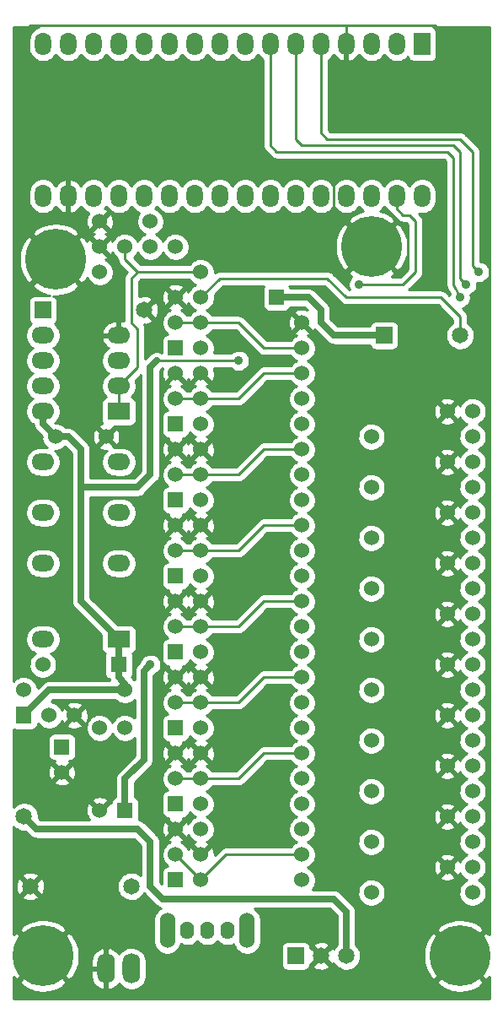
<source format=gtl>
G04 (created by PCBNEW-RS274X (2012-apr-16-27)-stable) date dom 23 mar 2014 15:10:17 CET*
G01*
G70*
G90*
%MOIN*%
G04 Gerber Fmt 3.4, Leading zero omitted, Abs format*
%FSLAX34Y34*%
G04 APERTURE LIST*
%ADD10C,0.008000*%
%ADD11R,0.065000X0.065000*%
%ADD12C,0.065000*%
%ADD13C,0.060000*%
%ADD14R,0.060000X0.065000*%
%ADD15R,0.060000X0.060000*%
%ADD16R,0.090000X0.065000*%
%ADD17O,0.090000X0.065000*%
%ADD18R,0.065000X0.090000*%
%ADD19O,0.065000X0.090000*%
%ADD20O,0.070000X0.120000*%
%ADD21O,0.055000X0.070000*%
%ADD22O,0.060000X0.140000*%
%ADD23C,0.240000*%
%ADD24C,0.035000*%
%ADD25C,0.025000*%
%ADD26C,0.010000*%
G04 APERTURE END LIST*
G54D10*
G54D11*
X43500Y-52000D03*
G54D12*
X44500Y-52000D03*
X45500Y-52000D03*
G54D13*
X39750Y-49000D03*
X43750Y-49000D03*
X39750Y-44000D03*
X43750Y-44000D03*
X43750Y-48000D03*
X39750Y-48000D03*
X36750Y-41500D03*
X32750Y-41500D03*
X43750Y-31000D03*
X39750Y-31000D03*
X43750Y-34000D03*
X39750Y-34000D03*
X43750Y-37000D03*
X39750Y-37000D03*
X43750Y-40000D03*
X39750Y-40000D03*
X43750Y-43000D03*
X39750Y-43000D03*
X43750Y-46000D03*
X39750Y-46000D03*
X43750Y-33000D03*
X39750Y-33000D03*
X46500Y-41500D03*
X50500Y-41500D03*
X46500Y-43500D03*
X50500Y-43500D03*
X46500Y-45500D03*
X50500Y-45500D03*
X46500Y-47500D03*
X50500Y-47500D03*
X46500Y-49500D03*
X50500Y-49500D03*
X43750Y-28000D03*
X39750Y-28000D03*
X43750Y-30000D03*
X39750Y-30000D03*
X43750Y-29000D03*
X39750Y-29000D03*
X46500Y-39500D03*
X50500Y-39500D03*
X43750Y-32000D03*
X39750Y-32000D03*
X43750Y-36000D03*
X39750Y-36000D03*
X43750Y-35000D03*
X39750Y-35000D03*
X43750Y-39000D03*
X39750Y-39000D03*
X43750Y-38000D03*
X39750Y-38000D03*
X43750Y-42000D03*
X39750Y-42000D03*
X43750Y-41000D03*
X39750Y-41000D03*
X43750Y-45000D03*
X39750Y-45000D03*
X43750Y-47000D03*
X39750Y-47000D03*
X46500Y-37500D03*
X50500Y-37500D03*
X39750Y-27000D03*
X43750Y-27000D03*
X46500Y-31500D03*
X50500Y-31500D03*
X46500Y-33500D03*
X50500Y-33500D03*
X46500Y-35500D03*
X50500Y-35500D03*
X39750Y-25000D03*
X35750Y-25000D03*
X35750Y-43000D03*
X36750Y-43000D03*
G54D14*
X32750Y-42500D03*
G54D12*
X32750Y-46500D03*
G54D15*
X36500Y-40500D03*
G54D13*
X33500Y-40500D03*
G54D15*
X42750Y-26000D03*
G54D13*
X39750Y-26000D03*
G54D16*
X36500Y-30500D03*
G54D17*
X36500Y-29500D03*
X36500Y-28500D03*
X36500Y-27500D03*
X33500Y-27500D03*
X33500Y-28500D03*
X33500Y-29500D03*
X33500Y-30500D03*
G54D18*
X48500Y-16000D03*
G54D19*
X47500Y-16000D03*
X46500Y-16000D03*
X45500Y-16000D03*
X44500Y-16000D03*
X43500Y-16000D03*
X42500Y-16000D03*
X41500Y-16000D03*
X40500Y-16000D03*
X39500Y-16000D03*
X38500Y-16000D03*
X37500Y-16000D03*
X36500Y-16000D03*
X35500Y-16000D03*
X34500Y-16000D03*
X33500Y-16000D03*
X33500Y-22000D03*
X34500Y-22000D03*
X35500Y-22000D03*
X36500Y-22000D03*
X37500Y-22000D03*
X38500Y-22000D03*
X39500Y-22000D03*
X40500Y-22000D03*
X41500Y-22000D03*
X42500Y-22000D03*
X43500Y-22000D03*
X44500Y-22000D03*
X45500Y-22000D03*
X46500Y-22000D03*
X47500Y-22000D03*
X48500Y-22000D03*
G54D13*
X34000Y-31500D03*
X36000Y-31500D03*
X37750Y-23000D03*
X35750Y-23000D03*
G54D15*
X36750Y-46250D03*
G54D13*
X35750Y-46250D03*
G54D15*
X34250Y-43750D03*
G54D13*
X34250Y-44750D03*
X37750Y-24000D03*
X38750Y-24000D03*
X33750Y-42500D03*
X34750Y-42500D03*
X36750Y-24000D03*
X35750Y-24000D03*
G54D11*
X33500Y-26500D03*
G54D12*
X37500Y-26500D03*
G54D11*
X47000Y-27500D03*
G54D12*
X50000Y-27500D03*
G54D13*
X50500Y-48500D03*
X49500Y-48500D03*
X50500Y-46500D03*
X49500Y-46500D03*
X50500Y-44500D03*
X49500Y-44500D03*
X50500Y-42500D03*
X49500Y-42500D03*
X50500Y-40500D03*
X49500Y-40500D03*
X50500Y-38500D03*
X49500Y-38500D03*
X50500Y-36500D03*
X49500Y-36500D03*
X50500Y-34500D03*
X49500Y-34500D03*
X50500Y-32500D03*
X49500Y-32500D03*
X50500Y-30500D03*
X49500Y-30500D03*
G54D15*
X38750Y-49000D03*
G54D13*
X38750Y-48000D03*
X38750Y-47000D03*
G54D15*
X38750Y-46000D03*
G54D13*
X38750Y-45000D03*
X38750Y-44000D03*
G54D15*
X38750Y-43000D03*
G54D13*
X38750Y-42000D03*
X38750Y-41000D03*
G54D15*
X38750Y-40000D03*
G54D13*
X38750Y-39000D03*
X38750Y-38000D03*
G54D15*
X38750Y-37000D03*
G54D13*
X38750Y-36000D03*
X38750Y-35000D03*
G54D15*
X38750Y-34000D03*
G54D13*
X38750Y-33000D03*
X38750Y-32000D03*
G54D15*
X38750Y-31000D03*
G54D13*
X38750Y-30000D03*
X38750Y-29000D03*
G54D15*
X38750Y-28000D03*
G54D13*
X38750Y-27000D03*
X38750Y-26000D03*
G54D20*
X37000Y-52500D03*
X36000Y-52500D03*
G54D21*
X40000Y-51000D03*
X40787Y-51000D03*
G54D22*
X41575Y-51000D03*
G54D21*
X39213Y-51000D03*
G54D22*
X38425Y-51000D03*
G54D12*
X33000Y-49250D03*
X37000Y-49250D03*
G54D16*
X36500Y-39500D03*
G54D17*
X36500Y-36500D03*
X36500Y-34500D03*
X36500Y-32500D03*
X33500Y-32500D03*
X33500Y-34500D03*
X33500Y-36500D03*
X33500Y-39500D03*
G54D23*
X50000Y-52000D03*
X33500Y-52000D03*
X46500Y-24000D03*
X34000Y-24500D03*
G54D24*
X41250Y-28500D03*
X37750Y-40500D03*
X46000Y-25500D03*
X50750Y-25000D03*
X50250Y-25500D03*
X50000Y-26000D03*
G54D25*
X35000Y-38000D02*
X35000Y-33500D01*
X32750Y-42500D02*
X33750Y-41500D01*
X33750Y-41500D02*
X36750Y-41500D01*
X36750Y-41500D02*
X36750Y-41250D01*
X36750Y-41250D02*
X36500Y-41000D01*
X35000Y-33500D02*
X35000Y-32000D01*
X34500Y-31500D02*
X34000Y-31500D01*
X35000Y-32000D02*
X34500Y-31500D01*
X34000Y-31500D02*
X33500Y-31000D01*
X33500Y-31000D02*
X33500Y-30500D01*
X44500Y-26500D02*
X44000Y-26000D01*
X44500Y-27000D02*
X44500Y-26500D01*
X45000Y-27500D02*
X44500Y-27000D01*
X44000Y-26000D02*
X42750Y-26000D01*
X37250Y-33500D02*
X35000Y-33500D01*
X37750Y-33000D02*
X37250Y-33500D01*
X37750Y-28750D02*
X37750Y-33000D01*
X38000Y-28500D02*
X37750Y-28750D01*
G54D26*
X41250Y-28500D02*
X38000Y-28500D01*
G54D25*
X47000Y-27500D02*
X45000Y-27500D01*
X36500Y-41000D02*
X36500Y-40500D01*
X36500Y-40500D02*
X36500Y-39500D01*
X36500Y-39500D02*
X35000Y-38000D01*
X37500Y-40750D02*
X37500Y-44250D01*
X37750Y-40500D02*
X37500Y-40750D01*
X37500Y-44250D02*
X36750Y-45000D01*
X36750Y-45000D02*
X36750Y-46250D01*
G54D26*
X47750Y-25500D02*
X48250Y-25000D01*
X48000Y-22750D02*
X47750Y-22750D01*
X48250Y-25000D02*
X48250Y-23000D01*
X47500Y-22500D02*
X47500Y-22000D01*
X48250Y-23000D02*
X48000Y-22750D01*
X47750Y-22750D02*
X47500Y-22500D01*
X46000Y-25500D02*
X47750Y-25500D01*
X50500Y-24750D02*
X50750Y-25000D01*
X44500Y-16000D02*
X44500Y-19500D01*
X44500Y-19500D02*
X44750Y-19750D01*
X44750Y-19750D02*
X50000Y-19750D01*
X50500Y-20250D02*
X50500Y-24750D01*
X50000Y-19750D02*
X50500Y-20250D01*
X43500Y-19750D02*
X43500Y-16000D01*
X43750Y-20000D02*
X43500Y-19750D01*
X50000Y-20250D02*
X49750Y-20000D01*
X49750Y-20000D02*
X43750Y-20000D01*
X50000Y-25250D02*
X50000Y-20250D01*
X50250Y-25500D02*
X50000Y-25250D01*
X49500Y-20250D02*
X42750Y-20250D01*
X50000Y-26000D02*
X49750Y-25500D01*
X49750Y-20500D02*
X49500Y-20250D01*
X49750Y-25500D02*
X49750Y-20500D01*
X42750Y-20250D02*
X42500Y-20000D01*
X42500Y-20000D02*
X42500Y-16000D01*
X46500Y-24000D02*
X45000Y-22500D01*
X45000Y-22500D02*
X45000Y-21000D01*
X45500Y-16000D02*
X45500Y-15250D01*
X33000Y-15250D02*
X32750Y-15500D01*
X45500Y-15250D02*
X33000Y-15250D01*
X45500Y-15250D02*
X49000Y-15250D01*
X49000Y-15250D02*
X49250Y-15500D01*
X44750Y-25250D02*
X40500Y-25250D01*
X49250Y-26000D02*
X45500Y-26000D01*
X40500Y-25250D02*
X39750Y-26000D01*
X50000Y-27500D02*
X50000Y-26750D01*
X45500Y-26000D02*
X44750Y-25250D01*
X50000Y-26750D02*
X49250Y-26000D01*
G54D25*
X45500Y-50250D02*
X45000Y-49750D01*
X33250Y-47000D02*
X32750Y-46500D01*
X37250Y-47000D02*
X33250Y-47000D01*
X37750Y-49250D02*
X37750Y-47500D01*
X37750Y-47500D02*
X37250Y-47000D01*
X45000Y-49750D02*
X38250Y-49750D01*
X45500Y-52000D02*
X45500Y-50250D01*
X38250Y-49750D02*
X37750Y-49250D01*
G54D26*
X41250Y-27000D02*
X42250Y-28000D01*
X42250Y-28000D02*
X43750Y-28000D01*
X38750Y-27000D02*
X39750Y-27000D01*
X39750Y-27000D02*
X41250Y-27000D01*
X38750Y-48000D02*
X39750Y-49000D01*
X39750Y-49000D02*
X40750Y-48000D01*
X40750Y-48000D02*
X43750Y-48000D01*
X42250Y-41000D02*
X43750Y-41000D01*
X41250Y-42000D02*
X42250Y-41000D01*
X38750Y-42000D02*
X39750Y-42000D01*
X39750Y-42000D02*
X41250Y-42000D01*
X42250Y-44000D02*
X43750Y-44000D01*
X39750Y-45000D02*
X41250Y-45000D01*
X41250Y-45000D02*
X42250Y-44000D01*
X38750Y-45000D02*
X39750Y-45000D01*
X42250Y-35000D02*
X43750Y-35000D01*
X39750Y-36000D02*
X41250Y-36000D01*
X41250Y-36000D02*
X42250Y-35000D01*
X38750Y-36000D02*
X39750Y-36000D01*
X38750Y-33000D02*
X39750Y-33000D01*
X39750Y-33000D02*
X41250Y-33000D01*
X41250Y-33000D02*
X42250Y-32000D01*
X42250Y-32000D02*
X43750Y-32000D01*
X39750Y-30000D02*
X41250Y-30000D01*
X41250Y-30000D02*
X42250Y-29000D01*
X42250Y-29000D02*
X43750Y-29000D01*
X38750Y-30000D02*
X39750Y-30000D01*
X41250Y-39000D02*
X42250Y-38000D01*
X42250Y-38000D02*
X43750Y-38000D01*
X39750Y-39000D02*
X41250Y-39000D01*
X38750Y-39000D02*
X39750Y-39000D01*
X36500Y-30500D02*
X36500Y-29500D01*
X36500Y-29500D02*
X37250Y-28750D01*
X37250Y-28750D02*
X37250Y-27250D01*
X37250Y-27250D02*
X37000Y-27000D01*
X37000Y-27000D02*
X37000Y-25250D01*
X37000Y-25250D02*
X37250Y-25000D01*
X36750Y-24000D02*
X36750Y-24500D01*
X37250Y-25000D02*
X39750Y-25000D01*
X36750Y-24500D02*
X37250Y-25000D01*
G54D10*
G36*
X37125Y-44094D02*
X36485Y-44735D01*
X36438Y-44791D01*
X36420Y-44824D01*
X36405Y-44852D01*
X36383Y-44922D01*
X36382Y-44923D01*
X36382Y-44926D01*
X36378Y-44967D01*
X36375Y-44995D01*
X36375Y-44999D01*
X36375Y-45000D01*
X36375Y-45710D01*
X36333Y-45728D01*
X36292Y-45755D01*
X36257Y-45790D01*
X36229Y-45830D01*
X36210Y-45875D01*
X36200Y-45923D01*
X36200Y-45962D01*
X36128Y-45942D01*
X36058Y-46012D01*
X36058Y-45872D01*
X36031Y-45778D01*
X35934Y-45732D01*
X35830Y-45706D01*
X35723Y-45701D01*
X35617Y-45717D01*
X35516Y-45753D01*
X35469Y-45778D01*
X35442Y-45872D01*
X35750Y-46179D01*
X36058Y-45872D01*
X36058Y-46012D01*
X35821Y-46250D01*
X35750Y-46321D01*
X35679Y-46250D01*
X35644Y-46215D01*
X35372Y-45942D01*
X35278Y-45969D01*
X35232Y-46066D01*
X35206Y-46170D01*
X35201Y-46277D01*
X35217Y-46383D01*
X35253Y-46484D01*
X35278Y-46531D01*
X35316Y-46542D01*
X35289Y-46570D01*
X35344Y-46625D01*
X35058Y-46625D01*
X35058Y-42878D01*
X34750Y-42571D01*
X34442Y-42878D01*
X34469Y-42972D01*
X34566Y-43018D01*
X34670Y-43044D01*
X34777Y-43049D01*
X34883Y-43033D01*
X34984Y-42997D01*
X35031Y-42972D01*
X35058Y-42878D01*
X35058Y-46625D01*
X34800Y-46625D01*
X34800Y-44077D01*
X34800Y-44028D01*
X34800Y-43426D01*
X34791Y-43378D01*
X34772Y-43333D01*
X34745Y-43292D01*
X34710Y-43257D01*
X34670Y-43229D01*
X34625Y-43210D01*
X34577Y-43200D01*
X34528Y-43200D01*
X33926Y-43200D01*
X33878Y-43209D01*
X33833Y-43228D01*
X33792Y-43255D01*
X33757Y-43290D01*
X33729Y-43330D01*
X33710Y-43375D01*
X33700Y-43423D01*
X33700Y-43472D01*
X33700Y-44074D01*
X33709Y-44122D01*
X33728Y-44167D01*
X33755Y-44208D01*
X33790Y-44243D01*
X33830Y-44271D01*
X33875Y-44290D01*
X33923Y-44300D01*
X33962Y-44300D01*
X33942Y-44372D01*
X34250Y-44679D01*
X34558Y-44372D01*
X34537Y-44300D01*
X34574Y-44300D01*
X34622Y-44291D01*
X34667Y-44272D01*
X34708Y-44245D01*
X34743Y-44210D01*
X34771Y-44170D01*
X34790Y-44125D01*
X34800Y-44077D01*
X34800Y-46625D01*
X34799Y-46625D01*
X34799Y-44723D01*
X34783Y-44617D01*
X34747Y-44516D01*
X34722Y-44469D01*
X34628Y-44442D01*
X34321Y-44750D01*
X34628Y-45058D01*
X34722Y-45031D01*
X34768Y-44934D01*
X34794Y-44830D01*
X34799Y-44723D01*
X34799Y-46625D01*
X34558Y-46625D01*
X34558Y-45128D01*
X34250Y-44821D01*
X34179Y-44891D01*
X34179Y-44750D01*
X33872Y-44442D01*
X33778Y-44469D01*
X33732Y-44566D01*
X33706Y-44670D01*
X33701Y-44777D01*
X33717Y-44883D01*
X33753Y-44984D01*
X33778Y-45031D01*
X33872Y-45058D01*
X34179Y-44750D01*
X34179Y-44891D01*
X33942Y-45128D01*
X33969Y-45222D01*
X34066Y-45268D01*
X34170Y-45294D01*
X34277Y-45299D01*
X34383Y-45283D01*
X34484Y-45247D01*
X34531Y-45222D01*
X34558Y-45128D01*
X34558Y-46625D01*
X33405Y-46625D01*
X33322Y-46542D01*
X33324Y-46444D01*
X33302Y-46334D01*
X33259Y-46229D01*
X33197Y-46136D01*
X33118Y-46056D01*
X33025Y-45993D01*
X32921Y-45949D01*
X32811Y-45926D01*
X32698Y-45926D01*
X32587Y-45947D01*
X32483Y-45989D01*
X32389Y-46050D01*
X32325Y-46112D01*
X32325Y-43042D01*
X32330Y-43046D01*
X32375Y-43065D01*
X32423Y-43075D01*
X32472Y-43075D01*
X33074Y-43075D01*
X33122Y-43066D01*
X33167Y-43047D01*
X33208Y-43020D01*
X33243Y-42985D01*
X33271Y-42945D01*
X33290Y-42900D01*
X33300Y-42852D01*
X33300Y-42815D01*
X33318Y-42843D01*
X33393Y-42920D01*
X33481Y-42982D01*
X33580Y-43025D01*
X33685Y-43048D01*
X33792Y-43050D01*
X33899Y-43031D01*
X33999Y-42992D01*
X34090Y-42935D01*
X34168Y-42860D01*
X34230Y-42772D01*
X34250Y-42726D01*
X34253Y-42734D01*
X34278Y-42781D01*
X34372Y-42808D01*
X34679Y-42500D01*
X34372Y-42192D01*
X34278Y-42219D01*
X34251Y-42275D01*
X34237Y-42241D01*
X34177Y-42151D01*
X34102Y-42075D01*
X34012Y-42015D01*
X33913Y-41973D01*
X33825Y-41954D01*
X33905Y-41875D01*
X36349Y-41875D01*
X36393Y-41920D01*
X36481Y-41982D01*
X36580Y-42025D01*
X36685Y-42048D01*
X36792Y-42050D01*
X36899Y-42031D01*
X36999Y-41992D01*
X37090Y-41935D01*
X37125Y-41901D01*
X37125Y-42598D01*
X37102Y-42575D01*
X37012Y-42515D01*
X36913Y-42473D01*
X36807Y-42451D01*
X36700Y-42451D01*
X36594Y-42471D01*
X36494Y-42511D01*
X36404Y-42570D01*
X36327Y-42646D01*
X36267Y-42734D01*
X36250Y-42772D01*
X36237Y-42741D01*
X36177Y-42651D01*
X36102Y-42575D01*
X36012Y-42515D01*
X35913Y-42473D01*
X35807Y-42451D01*
X35700Y-42451D01*
X35594Y-42471D01*
X35494Y-42511D01*
X35404Y-42570D01*
X35327Y-42646D01*
X35299Y-42687D01*
X35299Y-42473D01*
X35283Y-42367D01*
X35247Y-42266D01*
X35222Y-42219D01*
X35128Y-42192D01*
X35058Y-42262D01*
X35058Y-42122D01*
X35031Y-42028D01*
X34934Y-41982D01*
X34830Y-41956D01*
X34723Y-41951D01*
X34617Y-41967D01*
X34516Y-42003D01*
X34469Y-42028D01*
X34442Y-42122D01*
X34750Y-42429D01*
X35058Y-42122D01*
X35058Y-42262D01*
X34821Y-42500D01*
X35128Y-42808D01*
X35222Y-42781D01*
X35268Y-42684D01*
X35294Y-42580D01*
X35299Y-42473D01*
X35299Y-42687D01*
X35267Y-42734D01*
X35224Y-42833D01*
X35202Y-42939D01*
X35200Y-43046D01*
X35220Y-43152D01*
X35259Y-43252D01*
X35318Y-43343D01*
X35393Y-43420D01*
X35481Y-43482D01*
X35580Y-43525D01*
X35685Y-43548D01*
X35792Y-43550D01*
X35899Y-43531D01*
X35999Y-43492D01*
X36090Y-43435D01*
X36168Y-43360D01*
X36230Y-43272D01*
X36249Y-43228D01*
X36259Y-43252D01*
X36318Y-43343D01*
X36393Y-43420D01*
X36481Y-43482D01*
X36580Y-43525D01*
X36685Y-43548D01*
X36792Y-43550D01*
X36899Y-43531D01*
X36999Y-43492D01*
X37090Y-43435D01*
X37125Y-43401D01*
X37125Y-44094D01*
X37125Y-44094D01*
G37*
G54D26*
X37125Y-44094D02*
X36485Y-44735D01*
X36438Y-44791D01*
X36420Y-44824D01*
X36405Y-44852D01*
X36383Y-44922D01*
X36382Y-44923D01*
X36382Y-44926D01*
X36378Y-44967D01*
X36375Y-44995D01*
X36375Y-44999D01*
X36375Y-45000D01*
X36375Y-45710D01*
X36333Y-45728D01*
X36292Y-45755D01*
X36257Y-45790D01*
X36229Y-45830D01*
X36210Y-45875D01*
X36200Y-45923D01*
X36200Y-45962D01*
X36128Y-45942D01*
X36058Y-46012D01*
X36058Y-45872D01*
X36031Y-45778D01*
X35934Y-45732D01*
X35830Y-45706D01*
X35723Y-45701D01*
X35617Y-45717D01*
X35516Y-45753D01*
X35469Y-45778D01*
X35442Y-45872D01*
X35750Y-46179D01*
X36058Y-45872D01*
X36058Y-46012D01*
X35821Y-46250D01*
X35750Y-46321D01*
X35679Y-46250D01*
X35644Y-46215D01*
X35372Y-45942D01*
X35278Y-45969D01*
X35232Y-46066D01*
X35206Y-46170D01*
X35201Y-46277D01*
X35217Y-46383D01*
X35253Y-46484D01*
X35278Y-46531D01*
X35316Y-46542D01*
X35289Y-46570D01*
X35344Y-46625D01*
X35058Y-46625D01*
X35058Y-42878D01*
X34750Y-42571D01*
X34442Y-42878D01*
X34469Y-42972D01*
X34566Y-43018D01*
X34670Y-43044D01*
X34777Y-43049D01*
X34883Y-43033D01*
X34984Y-42997D01*
X35031Y-42972D01*
X35058Y-42878D01*
X35058Y-46625D01*
X34800Y-46625D01*
X34800Y-44077D01*
X34800Y-44028D01*
X34800Y-43426D01*
X34791Y-43378D01*
X34772Y-43333D01*
X34745Y-43292D01*
X34710Y-43257D01*
X34670Y-43229D01*
X34625Y-43210D01*
X34577Y-43200D01*
X34528Y-43200D01*
X33926Y-43200D01*
X33878Y-43209D01*
X33833Y-43228D01*
X33792Y-43255D01*
X33757Y-43290D01*
X33729Y-43330D01*
X33710Y-43375D01*
X33700Y-43423D01*
X33700Y-43472D01*
X33700Y-44074D01*
X33709Y-44122D01*
X33728Y-44167D01*
X33755Y-44208D01*
X33790Y-44243D01*
X33830Y-44271D01*
X33875Y-44290D01*
X33923Y-44300D01*
X33962Y-44300D01*
X33942Y-44372D01*
X34250Y-44679D01*
X34558Y-44372D01*
X34537Y-44300D01*
X34574Y-44300D01*
X34622Y-44291D01*
X34667Y-44272D01*
X34708Y-44245D01*
X34743Y-44210D01*
X34771Y-44170D01*
X34790Y-44125D01*
X34800Y-44077D01*
X34800Y-46625D01*
X34799Y-46625D01*
X34799Y-44723D01*
X34783Y-44617D01*
X34747Y-44516D01*
X34722Y-44469D01*
X34628Y-44442D01*
X34321Y-44750D01*
X34628Y-45058D01*
X34722Y-45031D01*
X34768Y-44934D01*
X34794Y-44830D01*
X34799Y-44723D01*
X34799Y-46625D01*
X34558Y-46625D01*
X34558Y-45128D01*
X34250Y-44821D01*
X34179Y-44891D01*
X34179Y-44750D01*
X33872Y-44442D01*
X33778Y-44469D01*
X33732Y-44566D01*
X33706Y-44670D01*
X33701Y-44777D01*
X33717Y-44883D01*
X33753Y-44984D01*
X33778Y-45031D01*
X33872Y-45058D01*
X34179Y-44750D01*
X34179Y-44891D01*
X33942Y-45128D01*
X33969Y-45222D01*
X34066Y-45268D01*
X34170Y-45294D01*
X34277Y-45299D01*
X34383Y-45283D01*
X34484Y-45247D01*
X34531Y-45222D01*
X34558Y-45128D01*
X34558Y-46625D01*
X33405Y-46625D01*
X33322Y-46542D01*
X33324Y-46444D01*
X33302Y-46334D01*
X33259Y-46229D01*
X33197Y-46136D01*
X33118Y-46056D01*
X33025Y-45993D01*
X32921Y-45949D01*
X32811Y-45926D01*
X32698Y-45926D01*
X32587Y-45947D01*
X32483Y-45989D01*
X32389Y-46050D01*
X32325Y-46112D01*
X32325Y-43042D01*
X32330Y-43046D01*
X32375Y-43065D01*
X32423Y-43075D01*
X32472Y-43075D01*
X33074Y-43075D01*
X33122Y-43066D01*
X33167Y-43047D01*
X33208Y-43020D01*
X33243Y-42985D01*
X33271Y-42945D01*
X33290Y-42900D01*
X33300Y-42852D01*
X33300Y-42815D01*
X33318Y-42843D01*
X33393Y-42920D01*
X33481Y-42982D01*
X33580Y-43025D01*
X33685Y-43048D01*
X33792Y-43050D01*
X33899Y-43031D01*
X33999Y-42992D01*
X34090Y-42935D01*
X34168Y-42860D01*
X34230Y-42772D01*
X34250Y-42726D01*
X34253Y-42734D01*
X34278Y-42781D01*
X34372Y-42808D01*
X34679Y-42500D01*
X34372Y-42192D01*
X34278Y-42219D01*
X34251Y-42275D01*
X34237Y-42241D01*
X34177Y-42151D01*
X34102Y-42075D01*
X34012Y-42015D01*
X33913Y-41973D01*
X33825Y-41954D01*
X33905Y-41875D01*
X36349Y-41875D01*
X36393Y-41920D01*
X36481Y-41982D01*
X36580Y-42025D01*
X36685Y-42048D01*
X36792Y-42050D01*
X36899Y-42031D01*
X36999Y-41992D01*
X37090Y-41935D01*
X37125Y-41901D01*
X37125Y-42598D01*
X37102Y-42575D01*
X37012Y-42515D01*
X36913Y-42473D01*
X36807Y-42451D01*
X36700Y-42451D01*
X36594Y-42471D01*
X36494Y-42511D01*
X36404Y-42570D01*
X36327Y-42646D01*
X36267Y-42734D01*
X36250Y-42772D01*
X36237Y-42741D01*
X36177Y-42651D01*
X36102Y-42575D01*
X36012Y-42515D01*
X35913Y-42473D01*
X35807Y-42451D01*
X35700Y-42451D01*
X35594Y-42471D01*
X35494Y-42511D01*
X35404Y-42570D01*
X35327Y-42646D01*
X35299Y-42687D01*
X35299Y-42473D01*
X35283Y-42367D01*
X35247Y-42266D01*
X35222Y-42219D01*
X35128Y-42192D01*
X35058Y-42262D01*
X35058Y-42122D01*
X35031Y-42028D01*
X34934Y-41982D01*
X34830Y-41956D01*
X34723Y-41951D01*
X34617Y-41967D01*
X34516Y-42003D01*
X34469Y-42028D01*
X34442Y-42122D01*
X34750Y-42429D01*
X35058Y-42122D01*
X35058Y-42262D01*
X34821Y-42500D01*
X35128Y-42808D01*
X35222Y-42781D01*
X35268Y-42684D01*
X35294Y-42580D01*
X35299Y-42473D01*
X35299Y-42687D01*
X35267Y-42734D01*
X35224Y-42833D01*
X35202Y-42939D01*
X35200Y-43046D01*
X35220Y-43152D01*
X35259Y-43252D01*
X35318Y-43343D01*
X35393Y-43420D01*
X35481Y-43482D01*
X35580Y-43525D01*
X35685Y-43548D01*
X35792Y-43550D01*
X35899Y-43531D01*
X35999Y-43492D01*
X36090Y-43435D01*
X36168Y-43360D01*
X36230Y-43272D01*
X36249Y-43228D01*
X36259Y-43252D01*
X36318Y-43343D01*
X36393Y-43420D01*
X36481Y-43482D01*
X36580Y-43525D01*
X36685Y-43548D01*
X36792Y-43550D01*
X36899Y-43531D01*
X36999Y-43492D01*
X37090Y-43435D01*
X37125Y-43401D01*
X37125Y-44094D01*
G54D10*
G36*
X39521Y-26499D02*
X39494Y-26511D01*
X39404Y-26570D01*
X39327Y-26646D01*
X39290Y-26700D01*
X39209Y-26700D01*
X39177Y-26651D01*
X39102Y-26575D01*
X39012Y-26515D01*
X38976Y-26499D01*
X38984Y-26497D01*
X39031Y-26472D01*
X39058Y-26378D01*
X38750Y-26071D01*
X38679Y-26141D01*
X38679Y-26000D01*
X38372Y-25692D01*
X38278Y-25719D01*
X38232Y-25816D01*
X38206Y-25920D01*
X38201Y-26027D01*
X38217Y-26133D01*
X38253Y-26234D01*
X38278Y-26281D01*
X38372Y-26308D01*
X38679Y-26000D01*
X38679Y-26141D01*
X38442Y-26378D01*
X38469Y-26472D01*
X38525Y-26498D01*
X38494Y-26511D01*
X38404Y-26570D01*
X38327Y-26646D01*
X38267Y-26734D01*
X38224Y-26833D01*
X38202Y-26939D01*
X38200Y-27046D01*
X38220Y-27152D01*
X38259Y-27252D01*
X38318Y-27343D01*
X38393Y-27420D01*
X38435Y-27450D01*
X38426Y-27450D01*
X38378Y-27459D01*
X38333Y-27478D01*
X38292Y-27505D01*
X38257Y-27540D01*
X38229Y-27580D01*
X38210Y-27625D01*
X38200Y-27673D01*
X38200Y-27722D01*
X38200Y-28185D01*
X38147Y-28155D01*
X38077Y-28133D01*
X38073Y-28132D01*
X38073Y-26474D01*
X38057Y-26363D01*
X38020Y-26257D01*
X37992Y-26204D01*
X37896Y-26175D01*
X37571Y-26500D01*
X37896Y-26825D01*
X37992Y-26796D01*
X38040Y-26694D01*
X38068Y-26586D01*
X38073Y-26474D01*
X38073Y-28132D01*
X38004Y-28126D01*
X37931Y-28132D01*
X37860Y-28152D01*
X37795Y-28186D01*
X37738Y-28232D01*
X37734Y-28235D01*
X37550Y-28419D01*
X37550Y-27250D01*
X37544Y-27194D01*
X37544Y-27192D01*
X37534Y-27160D01*
X37528Y-27138D01*
X37527Y-27136D01*
X37501Y-27086D01*
X37500Y-27084D01*
X37489Y-27071D01*
X37526Y-27073D01*
X37637Y-27057D01*
X37743Y-27020D01*
X37796Y-26992D01*
X37825Y-26896D01*
X37535Y-26606D01*
X37500Y-26571D01*
X37429Y-26500D01*
X37500Y-26429D01*
X37535Y-26394D01*
X37825Y-26104D01*
X37796Y-26008D01*
X37694Y-25960D01*
X37586Y-25932D01*
X37474Y-25927D01*
X37363Y-25943D01*
X37300Y-25964D01*
X37300Y-25374D01*
X37374Y-25300D01*
X39290Y-25300D01*
X39318Y-25343D01*
X39393Y-25420D01*
X39481Y-25482D01*
X39521Y-25499D01*
X39494Y-25511D01*
X39404Y-25570D01*
X39327Y-25646D01*
X39267Y-25734D01*
X39249Y-25773D01*
X39247Y-25766D01*
X39222Y-25719D01*
X39128Y-25692D01*
X39058Y-25762D01*
X39058Y-25622D01*
X39031Y-25528D01*
X38934Y-25482D01*
X38830Y-25456D01*
X38723Y-25451D01*
X38617Y-25467D01*
X38516Y-25503D01*
X38469Y-25528D01*
X38442Y-25622D01*
X38750Y-25929D01*
X39058Y-25622D01*
X39058Y-25762D01*
X38821Y-26000D01*
X39128Y-26308D01*
X39222Y-26281D01*
X39248Y-26225D01*
X39259Y-26252D01*
X39318Y-26343D01*
X39393Y-26420D01*
X39481Y-26482D01*
X39521Y-26499D01*
X39521Y-26499D01*
G37*
G54D26*
X39521Y-26499D02*
X39494Y-26511D01*
X39404Y-26570D01*
X39327Y-26646D01*
X39290Y-26700D01*
X39209Y-26700D01*
X39177Y-26651D01*
X39102Y-26575D01*
X39012Y-26515D01*
X38976Y-26499D01*
X38984Y-26497D01*
X39031Y-26472D01*
X39058Y-26378D01*
X38750Y-26071D01*
X38679Y-26141D01*
X38679Y-26000D01*
X38372Y-25692D01*
X38278Y-25719D01*
X38232Y-25816D01*
X38206Y-25920D01*
X38201Y-26027D01*
X38217Y-26133D01*
X38253Y-26234D01*
X38278Y-26281D01*
X38372Y-26308D01*
X38679Y-26000D01*
X38679Y-26141D01*
X38442Y-26378D01*
X38469Y-26472D01*
X38525Y-26498D01*
X38494Y-26511D01*
X38404Y-26570D01*
X38327Y-26646D01*
X38267Y-26734D01*
X38224Y-26833D01*
X38202Y-26939D01*
X38200Y-27046D01*
X38220Y-27152D01*
X38259Y-27252D01*
X38318Y-27343D01*
X38393Y-27420D01*
X38435Y-27450D01*
X38426Y-27450D01*
X38378Y-27459D01*
X38333Y-27478D01*
X38292Y-27505D01*
X38257Y-27540D01*
X38229Y-27580D01*
X38210Y-27625D01*
X38200Y-27673D01*
X38200Y-27722D01*
X38200Y-28185D01*
X38147Y-28155D01*
X38077Y-28133D01*
X38073Y-28132D01*
X38073Y-26474D01*
X38057Y-26363D01*
X38020Y-26257D01*
X37992Y-26204D01*
X37896Y-26175D01*
X37571Y-26500D01*
X37896Y-26825D01*
X37992Y-26796D01*
X38040Y-26694D01*
X38068Y-26586D01*
X38073Y-26474D01*
X38073Y-28132D01*
X38004Y-28126D01*
X37931Y-28132D01*
X37860Y-28152D01*
X37795Y-28186D01*
X37738Y-28232D01*
X37734Y-28235D01*
X37550Y-28419D01*
X37550Y-27250D01*
X37544Y-27194D01*
X37544Y-27192D01*
X37534Y-27160D01*
X37528Y-27138D01*
X37527Y-27136D01*
X37501Y-27086D01*
X37500Y-27084D01*
X37489Y-27071D01*
X37526Y-27073D01*
X37637Y-27057D01*
X37743Y-27020D01*
X37796Y-26992D01*
X37825Y-26896D01*
X37535Y-26606D01*
X37500Y-26571D01*
X37429Y-26500D01*
X37500Y-26429D01*
X37535Y-26394D01*
X37825Y-26104D01*
X37796Y-26008D01*
X37694Y-25960D01*
X37586Y-25932D01*
X37474Y-25927D01*
X37363Y-25943D01*
X37300Y-25964D01*
X37300Y-25374D01*
X37374Y-25300D01*
X39290Y-25300D01*
X39318Y-25343D01*
X39393Y-25420D01*
X39481Y-25482D01*
X39521Y-25499D01*
X39494Y-25511D01*
X39404Y-25570D01*
X39327Y-25646D01*
X39267Y-25734D01*
X39249Y-25773D01*
X39247Y-25766D01*
X39222Y-25719D01*
X39128Y-25692D01*
X39058Y-25762D01*
X39058Y-25622D01*
X39031Y-25528D01*
X38934Y-25482D01*
X38830Y-25456D01*
X38723Y-25451D01*
X38617Y-25467D01*
X38516Y-25503D01*
X38469Y-25528D01*
X38442Y-25622D01*
X38750Y-25929D01*
X39058Y-25622D01*
X39058Y-25762D01*
X38821Y-26000D01*
X39128Y-26308D01*
X39222Y-26281D01*
X39248Y-26225D01*
X39259Y-26252D01*
X39318Y-26343D01*
X39393Y-26420D01*
X39481Y-26482D01*
X39521Y-26499D01*
G54D10*
G36*
X43521Y-47499D02*
X43494Y-47511D01*
X43404Y-47570D01*
X43327Y-47646D01*
X43290Y-47700D01*
X40753Y-47700D01*
X40750Y-47700D01*
X40736Y-47701D01*
X40694Y-47705D01*
X40638Y-47722D01*
X40636Y-47722D01*
X40636Y-47723D01*
X40584Y-47750D01*
X40549Y-47777D01*
X40541Y-47785D01*
X40539Y-47787D01*
X40538Y-47788D01*
X40296Y-48029D01*
X40299Y-47973D01*
X40283Y-47867D01*
X40247Y-47766D01*
X40222Y-47719D01*
X40128Y-47692D01*
X39821Y-48000D01*
X39750Y-48071D01*
X39679Y-48000D01*
X39644Y-47965D01*
X39372Y-47692D01*
X39278Y-47719D01*
X39251Y-47775D01*
X39237Y-47741D01*
X39177Y-47651D01*
X39102Y-47575D01*
X39012Y-47515D01*
X38976Y-47499D01*
X38984Y-47497D01*
X39031Y-47472D01*
X39058Y-47378D01*
X38750Y-47071D01*
X38679Y-47141D01*
X38679Y-47000D01*
X38372Y-46692D01*
X38278Y-46719D01*
X38232Y-46816D01*
X38206Y-46920D01*
X38201Y-47027D01*
X38217Y-47133D01*
X38253Y-47234D01*
X38278Y-47281D01*
X38372Y-47308D01*
X38679Y-47000D01*
X38679Y-47141D01*
X38442Y-47378D01*
X38469Y-47472D01*
X38525Y-47498D01*
X38494Y-47511D01*
X38404Y-47570D01*
X38327Y-47646D01*
X38267Y-47734D01*
X38224Y-47833D01*
X38202Y-47939D01*
X38200Y-48046D01*
X38220Y-48152D01*
X38259Y-48252D01*
X38318Y-48343D01*
X38393Y-48420D01*
X38435Y-48450D01*
X38426Y-48450D01*
X38378Y-48459D01*
X38333Y-48478D01*
X38292Y-48505D01*
X38257Y-48540D01*
X38229Y-48580D01*
X38210Y-48625D01*
X38200Y-48673D01*
X38200Y-48722D01*
X38200Y-49170D01*
X38125Y-49095D01*
X38125Y-47504D01*
X38125Y-47500D01*
X38118Y-47431D01*
X38118Y-47427D01*
X38106Y-47389D01*
X38099Y-47361D01*
X38097Y-47357D01*
X38093Y-47351D01*
X38065Y-47296D01*
X38062Y-47292D01*
X38057Y-47285D01*
X38019Y-47238D01*
X38016Y-47236D01*
X38015Y-47235D01*
X37518Y-46738D01*
X37515Y-46735D01*
X37462Y-46691D01*
X37459Y-46688D01*
X37425Y-46670D01*
X37398Y-46655D01*
X37394Y-46654D01*
X37328Y-46633D01*
X37326Y-46632D01*
X37324Y-46632D01*
X37288Y-46628D01*
X37290Y-46625D01*
X37300Y-46577D01*
X37300Y-46528D01*
X37300Y-45926D01*
X37291Y-45878D01*
X37272Y-45833D01*
X37245Y-45792D01*
X37210Y-45757D01*
X37170Y-45729D01*
X37125Y-45710D01*
X37125Y-45155D01*
X37762Y-44518D01*
X37765Y-44516D01*
X37798Y-44475D01*
X37809Y-44462D01*
X37809Y-44460D01*
X37811Y-44459D01*
X37821Y-44439D01*
X37845Y-44398D01*
X37845Y-44395D01*
X37846Y-44395D01*
X37846Y-44391D01*
X37867Y-44328D01*
X37867Y-44324D01*
X37875Y-44255D01*
X37875Y-44250D01*
X37875Y-40907D01*
X37943Y-40881D01*
X38013Y-40836D01*
X38074Y-40779D01*
X38121Y-40711D01*
X38155Y-40634D01*
X38174Y-40553D01*
X38175Y-40458D01*
X38159Y-40376D01*
X38127Y-40299D01*
X38081Y-40230D01*
X38022Y-40171D01*
X37953Y-40124D01*
X37876Y-40092D01*
X37794Y-40075D01*
X37711Y-40075D01*
X37629Y-40090D01*
X37552Y-40122D01*
X37482Y-40167D01*
X37423Y-40226D01*
X37376Y-40295D01*
X37343Y-40371D01*
X37341Y-40378D01*
X37235Y-40485D01*
X37188Y-40541D01*
X37170Y-40574D01*
X37155Y-40602D01*
X37133Y-40672D01*
X37132Y-40673D01*
X37132Y-40676D01*
X37128Y-40717D01*
X37125Y-40745D01*
X37125Y-40749D01*
X37125Y-40750D01*
X37125Y-41098D01*
X37102Y-41075D01*
X37067Y-41052D01*
X37067Y-41051D01*
X37064Y-41045D01*
X37062Y-41043D01*
X37062Y-41042D01*
X37038Y-41012D01*
X37018Y-40988D01*
X37016Y-40986D01*
X37018Y-40985D01*
X37046Y-40945D01*
X37065Y-40900D01*
X37075Y-40852D01*
X37075Y-40803D01*
X37075Y-40151D01*
X37066Y-40103D01*
X37047Y-40058D01*
X37045Y-40056D01*
X37067Y-40047D01*
X37108Y-40020D01*
X37143Y-39985D01*
X37171Y-39945D01*
X37190Y-39900D01*
X37200Y-39852D01*
X37200Y-39803D01*
X37200Y-39151D01*
X37200Y-36560D01*
X37200Y-36448D01*
X37200Y-34560D01*
X37200Y-34448D01*
X37179Y-34338D01*
X37137Y-34234D01*
X37076Y-34140D01*
X36997Y-34060D01*
X36905Y-33996D01*
X36802Y-33952D01*
X36692Y-33929D01*
X36580Y-33927D01*
X36316Y-33928D01*
X36206Y-33950D01*
X36102Y-33992D01*
X36009Y-34055D01*
X35929Y-34134D01*
X35866Y-34227D01*
X35823Y-34330D01*
X35800Y-34440D01*
X35800Y-34552D01*
X35821Y-34662D01*
X35863Y-34766D01*
X35924Y-34860D01*
X36003Y-34940D01*
X36095Y-35004D01*
X36198Y-35048D01*
X36308Y-35071D01*
X36420Y-35073D01*
X36684Y-35072D01*
X36794Y-35050D01*
X36898Y-35008D01*
X36991Y-34945D01*
X37071Y-34866D01*
X37134Y-34773D01*
X37177Y-34670D01*
X37200Y-34560D01*
X37200Y-36448D01*
X37179Y-36338D01*
X37137Y-36234D01*
X37076Y-36140D01*
X36997Y-36060D01*
X36905Y-35996D01*
X36802Y-35952D01*
X36692Y-35929D01*
X36580Y-35927D01*
X36316Y-35928D01*
X36206Y-35950D01*
X36102Y-35992D01*
X36009Y-36055D01*
X35929Y-36134D01*
X35866Y-36227D01*
X35823Y-36330D01*
X35800Y-36440D01*
X35800Y-36552D01*
X35821Y-36662D01*
X35863Y-36766D01*
X35924Y-36860D01*
X36003Y-36940D01*
X36095Y-37004D01*
X36198Y-37048D01*
X36308Y-37071D01*
X36420Y-37073D01*
X36684Y-37072D01*
X36794Y-37050D01*
X36898Y-37008D01*
X36991Y-36945D01*
X37071Y-36866D01*
X37134Y-36773D01*
X37177Y-36670D01*
X37200Y-36560D01*
X37200Y-39151D01*
X37191Y-39103D01*
X37172Y-39058D01*
X37145Y-39017D01*
X37110Y-38982D01*
X37070Y-38954D01*
X37025Y-38935D01*
X36977Y-38925D01*
X36928Y-38925D01*
X36455Y-38925D01*
X35375Y-37845D01*
X35375Y-33875D01*
X37246Y-33875D01*
X37250Y-33875D01*
X37319Y-33868D01*
X37323Y-33868D01*
X37361Y-33856D01*
X37389Y-33849D01*
X37392Y-33847D01*
X37393Y-33847D01*
X37399Y-33843D01*
X37454Y-33815D01*
X37457Y-33812D01*
X37458Y-33812D01*
X37464Y-33807D01*
X37512Y-33769D01*
X37514Y-33766D01*
X37515Y-33765D01*
X38012Y-33268D01*
X38015Y-33265D01*
X38059Y-33212D01*
X38062Y-33209D01*
X38079Y-33175D01*
X38095Y-33148D01*
X38096Y-33144D01*
X38117Y-33078D01*
X38117Y-33076D01*
X38118Y-33074D01*
X38121Y-33033D01*
X38125Y-33005D01*
X38125Y-33001D01*
X38125Y-33000D01*
X38125Y-28905D01*
X38230Y-28800D01*
X38239Y-28800D01*
X38232Y-28816D01*
X38206Y-28920D01*
X38201Y-29027D01*
X38217Y-29133D01*
X38253Y-29234D01*
X38278Y-29281D01*
X38372Y-29308D01*
X38644Y-29035D01*
X38679Y-29000D01*
X38750Y-28929D01*
X38821Y-29000D01*
X38856Y-29035D01*
X39128Y-29308D01*
X39222Y-29281D01*
X39249Y-29223D01*
X39253Y-29234D01*
X39278Y-29281D01*
X39372Y-29308D01*
X39644Y-29035D01*
X39679Y-29000D01*
X39750Y-28929D01*
X39821Y-29000D01*
X39856Y-29035D01*
X40128Y-29308D01*
X40222Y-29281D01*
X40268Y-29184D01*
X40294Y-29080D01*
X40299Y-28973D01*
X40283Y-28867D01*
X40259Y-28800D01*
X40948Y-28800D01*
X40973Y-28825D01*
X41042Y-28873D01*
X41118Y-28906D01*
X41200Y-28924D01*
X41283Y-28926D01*
X41365Y-28911D01*
X41443Y-28881D01*
X41513Y-28836D01*
X41574Y-28779D01*
X41621Y-28711D01*
X41655Y-28634D01*
X41674Y-28553D01*
X41675Y-28458D01*
X41659Y-28376D01*
X41627Y-28299D01*
X41581Y-28230D01*
X41522Y-28171D01*
X41453Y-28124D01*
X41376Y-28092D01*
X41294Y-28075D01*
X41211Y-28075D01*
X41129Y-28090D01*
X41052Y-28122D01*
X40982Y-28167D01*
X40949Y-28200D01*
X40262Y-28200D01*
X40274Y-28174D01*
X40297Y-28069D01*
X40299Y-27946D01*
X40278Y-27840D01*
X40237Y-27741D01*
X40177Y-27651D01*
X40102Y-27575D01*
X40012Y-27515D01*
X39977Y-27500D01*
X39999Y-27492D01*
X40090Y-27435D01*
X40168Y-27360D01*
X40210Y-27300D01*
X41126Y-27300D01*
X42036Y-28210D01*
X42038Y-28212D01*
X42052Y-28223D01*
X42081Y-28248D01*
X42083Y-28249D01*
X42132Y-28276D01*
X42135Y-28276D01*
X42173Y-28288D01*
X42188Y-28293D01*
X42190Y-28294D01*
X42234Y-28298D01*
X42246Y-28300D01*
X42248Y-28300D01*
X42250Y-28300D01*
X43290Y-28300D01*
X43318Y-28343D01*
X43393Y-28420D01*
X43481Y-28482D01*
X43521Y-28499D01*
X43494Y-28511D01*
X43404Y-28570D01*
X43327Y-28646D01*
X43290Y-28700D01*
X42253Y-28700D01*
X42250Y-28700D01*
X42236Y-28701D01*
X42194Y-28705D01*
X42138Y-28722D01*
X42136Y-28722D01*
X42136Y-28723D01*
X42084Y-28750D01*
X42049Y-28777D01*
X42041Y-28785D01*
X42039Y-28787D01*
X42038Y-28788D01*
X41126Y-29700D01*
X40209Y-29700D01*
X40177Y-29651D01*
X40102Y-29575D01*
X40012Y-29515D01*
X39976Y-29499D01*
X39984Y-29497D01*
X40031Y-29472D01*
X40058Y-29378D01*
X39750Y-29071D01*
X39442Y-29378D01*
X39469Y-29472D01*
X39525Y-29498D01*
X39494Y-29511D01*
X39404Y-29570D01*
X39327Y-29646D01*
X39290Y-29700D01*
X39209Y-29700D01*
X39177Y-29651D01*
X39102Y-29575D01*
X39012Y-29515D01*
X38976Y-29499D01*
X38984Y-29497D01*
X39031Y-29472D01*
X39058Y-29378D01*
X38750Y-29071D01*
X38442Y-29378D01*
X38469Y-29472D01*
X38525Y-29498D01*
X38494Y-29511D01*
X38404Y-29570D01*
X38327Y-29646D01*
X38267Y-29734D01*
X38224Y-29833D01*
X38202Y-29939D01*
X38200Y-30046D01*
X38220Y-30152D01*
X38259Y-30252D01*
X38318Y-30343D01*
X38393Y-30420D01*
X38435Y-30450D01*
X38426Y-30450D01*
X38378Y-30459D01*
X38333Y-30478D01*
X38292Y-30505D01*
X38257Y-30540D01*
X38229Y-30580D01*
X38210Y-30625D01*
X38200Y-30673D01*
X38200Y-30722D01*
X38200Y-31324D01*
X38209Y-31372D01*
X38228Y-31417D01*
X38255Y-31458D01*
X38290Y-31493D01*
X38330Y-31521D01*
X38375Y-31540D01*
X38423Y-31550D01*
X38462Y-31550D01*
X38442Y-31622D01*
X38750Y-31929D01*
X39058Y-31622D01*
X39037Y-31550D01*
X39074Y-31550D01*
X39122Y-31541D01*
X39167Y-31522D01*
X39208Y-31495D01*
X39243Y-31460D01*
X39271Y-31420D01*
X39290Y-31375D01*
X39300Y-31327D01*
X39300Y-31315D01*
X39318Y-31343D01*
X39393Y-31420D01*
X39481Y-31482D01*
X39523Y-31500D01*
X39516Y-31503D01*
X39469Y-31528D01*
X39442Y-31622D01*
X39750Y-31929D01*
X40058Y-31622D01*
X40031Y-31528D01*
X39974Y-31501D01*
X39999Y-31492D01*
X40090Y-31435D01*
X40168Y-31360D01*
X40230Y-31272D01*
X40274Y-31174D01*
X40297Y-31069D01*
X40299Y-30946D01*
X40278Y-30840D01*
X40237Y-30741D01*
X40177Y-30651D01*
X40102Y-30575D01*
X40012Y-30515D01*
X39977Y-30500D01*
X39999Y-30492D01*
X40090Y-30435D01*
X40168Y-30360D01*
X40210Y-30300D01*
X41247Y-30300D01*
X41250Y-30300D01*
X41263Y-30298D01*
X41306Y-30295D01*
X41308Y-30294D01*
X41362Y-30279D01*
X41364Y-30277D01*
X41394Y-30261D01*
X41413Y-30251D01*
X41416Y-30250D01*
X41450Y-30222D01*
X41459Y-30215D01*
X41461Y-30213D01*
X41462Y-30212D01*
X42374Y-29300D01*
X43290Y-29300D01*
X43318Y-29343D01*
X43393Y-29420D01*
X43481Y-29482D01*
X43521Y-29499D01*
X43494Y-29511D01*
X43404Y-29570D01*
X43327Y-29646D01*
X43267Y-29734D01*
X43224Y-29833D01*
X43202Y-29939D01*
X43200Y-30046D01*
X43220Y-30152D01*
X43259Y-30252D01*
X43318Y-30343D01*
X43393Y-30420D01*
X43481Y-30482D01*
X43521Y-30499D01*
X43494Y-30511D01*
X43404Y-30570D01*
X43327Y-30646D01*
X43267Y-30734D01*
X43224Y-30833D01*
X43202Y-30939D01*
X43200Y-31046D01*
X43220Y-31152D01*
X43259Y-31252D01*
X43318Y-31343D01*
X43393Y-31420D01*
X43481Y-31482D01*
X43521Y-31499D01*
X43494Y-31511D01*
X43404Y-31570D01*
X43327Y-31646D01*
X43290Y-31700D01*
X42253Y-31700D01*
X42250Y-31700D01*
X42236Y-31701D01*
X42194Y-31705D01*
X42138Y-31722D01*
X42136Y-31722D01*
X42136Y-31723D01*
X42084Y-31750D01*
X42049Y-31777D01*
X42041Y-31785D01*
X42039Y-31787D01*
X42038Y-31788D01*
X41126Y-32700D01*
X40299Y-32700D01*
X40299Y-31973D01*
X40283Y-31867D01*
X40247Y-31766D01*
X40222Y-31719D01*
X40128Y-31692D01*
X39821Y-32000D01*
X40128Y-32308D01*
X40222Y-32281D01*
X40268Y-32184D01*
X40294Y-32080D01*
X40299Y-31973D01*
X40299Y-32700D01*
X40209Y-32700D01*
X40177Y-32651D01*
X40102Y-32575D01*
X40012Y-32515D01*
X39976Y-32499D01*
X39984Y-32497D01*
X40031Y-32472D01*
X40058Y-32378D01*
X39750Y-32071D01*
X39679Y-32141D01*
X39679Y-32000D01*
X39372Y-31692D01*
X39278Y-31719D01*
X39250Y-31776D01*
X39247Y-31766D01*
X39222Y-31719D01*
X39128Y-31692D01*
X38821Y-32000D01*
X39128Y-32308D01*
X39222Y-32281D01*
X39249Y-32223D01*
X39253Y-32234D01*
X39278Y-32281D01*
X39372Y-32308D01*
X39679Y-32000D01*
X39679Y-32141D01*
X39442Y-32378D01*
X39469Y-32472D01*
X39525Y-32498D01*
X39494Y-32511D01*
X39404Y-32570D01*
X39327Y-32646D01*
X39290Y-32700D01*
X39209Y-32700D01*
X39177Y-32651D01*
X39102Y-32575D01*
X39012Y-32515D01*
X38976Y-32499D01*
X38984Y-32497D01*
X39031Y-32472D01*
X39058Y-32378D01*
X38750Y-32071D01*
X38679Y-32141D01*
X38679Y-32000D01*
X38372Y-31692D01*
X38278Y-31719D01*
X38232Y-31816D01*
X38206Y-31920D01*
X38201Y-32027D01*
X38217Y-32133D01*
X38253Y-32234D01*
X38278Y-32281D01*
X38372Y-32308D01*
X38679Y-32000D01*
X38679Y-32141D01*
X38442Y-32378D01*
X38469Y-32472D01*
X38525Y-32498D01*
X38494Y-32511D01*
X38404Y-32570D01*
X38327Y-32646D01*
X38267Y-32734D01*
X38224Y-32833D01*
X38202Y-32939D01*
X38200Y-33046D01*
X38220Y-33152D01*
X38259Y-33252D01*
X38318Y-33343D01*
X38393Y-33420D01*
X38435Y-33450D01*
X38426Y-33450D01*
X38378Y-33459D01*
X38333Y-33478D01*
X38292Y-33505D01*
X38257Y-33540D01*
X38229Y-33580D01*
X38210Y-33625D01*
X38200Y-33673D01*
X38200Y-33722D01*
X38200Y-34324D01*
X38209Y-34372D01*
X38228Y-34417D01*
X38255Y-34458D01*
X38290Y-34493D01*
X38330Y-34521D01*
X38375Y-34540D01*
X38423Y-34550D01*
X38462Y-34550D01*
X38442Y-34622D01*
X38750Y-34929D01*
X39058Y-34622D01*
X39037Y-34550D01*
X39074Y-34550D01*
X39122Y-34541D01*
X39167Y-34522D01*
X39208Y-34495D01*
X39243Y-34460D01*
X39271Y-34420D01*
X39290Y-34375D01*
X39300Y-34327D01*
X39300Y-34315D01*
X39318Y-34343D01*
X39393Y-34420D01*
X39481Y-34482D01*
X39523Y-34500D01*
X39516Y-34503D01*
X39469Y-34528D01*
X39442Y-34622D01*
X39750Y-34929D01*
X40058Y-34622D01*
X40031Y-34528D01*
X39974Y-34501D01*
X39999Y-34492D01*
X40090Y-34435D01*
X40168Y-34360D01*
X40230Y-34272D01*
X40274Y-34174D01*
X40297Y-34069D01*
X40299Y-33946D01*
X40278Y-33840D01*
X40237Y-33741D01*
X40177Y-33651D01*
X40102Y-33575D01*
X40012Y-33515D01*
X39977Y-33500D01*
X39999Y-33492D01*
X40090Y-33435D01*
X40168Y-33360D01*
X40210Y-33300D01*
X41247Y-33300D01*
X41250Y-33300D01*
X41263Y-33298D01*
X41306Y-33295D01*
X41308Y-33294D01*
X41362Y-33279D01*
X41364Y-33277D01*
X41394Y-33261D01*
X41413Y-33251D01*
X41416Y-33250D01*
X41450Y-33222D01*
X41459Y-33215D01*
X41461Y-33213D01*
X41462Y-33212D01*
X42374Y-32300D01*
X43290Y-32300D01*
X43318Y-32343D01*
X43393Y-32420D01*
X43481Y-32482D01*
X43521Y-32499D01*
X43494Y-32511D01*
X43404Y-32570D01*
X43327Y-32646D01*
X43267Y-32734D01*
X43224Y-32833D01*
X43202Y-32939D01*
X43200Y-33046D01*
X43220Y-33152D01*
X43259Y-33252D01*
X43318Y-33343D01*
X43393Y-33420D01*
X43481Y-33482D01*
X43521Y-33499D01*
X43494Y-33511D01*
X43404Y-33570D01*
X43327Y-33646D01*
X43267Y-33734D01*
X43224Y-33833D01*
X43202Y-33939D01*
X43200Y-34046D01*
X43220Y-34152D01*
X43259Y-34252D01*
X43318Y-34343D01*
X43393Y-34420D01*
X43481Y-34482D01*
X43521Y-34499D01*
X43494Y-34511D01*
X43404Y-34570D01*
X43327Y-34646D01*
X43290Y-34700D01*
X42253Y-34700D01*
X42250Y-34700D01*
X42236Y-34701D01*
X42194Y-34705D01*
X42138Y-34722D01*
X42136Y-34722D01*
X42136Y-34723D01*
X42084Y-34750D01*
X42049Y-34777D01*
X42041Y-34785D01*
X42039Y-34787D01*
X42038Y-34788D01*
X41126Y-35700D01*
X40299Y-35700D01*
X40299Y-34973D01*
X40283Y-34867D01*
X40247Y-34766D01*
X40222Y-34719D01*
X40128Y-34692D01*
X39821Y-35000D01*
X40128Y-35308D01*
X40222Y-35281D01*
X40268Y-35184D01*
X40294Y-35080D01*
X40299Y-34973D01*
X40299Y-35700D01*
X40209Y-35700D01*
X40177Y-35651D01*
X40102Y-35575D01*
X40012Y-35515D01*
X39976Y-35499D01*
X39984Y-35497D01*
X40031Y-35472D01*
X40058Y-35378D01*
X39750Y-35071D01*
X39679Y-35141D01*
X39679Y-35000D01*
X39372Y-34692D01*
X39278Y-34719D01*
X39250Y-34776D01*
X39247Y-34766D01*
X39222Y-34719D01*
X39128Y-34692D01*
X38821Y-35000D01*
X39128Y-35308D01*
X39222Y-35281D01*
X39249Y-35223D01*
X39253Y-35234D01*
X39278Y-35281D01*
X39372Y-35308D01*
X39679Y-35000D01*
X39679Y-35141D01*
X39442Y-35378D01*
X39469Y-35472D01*
X39525Y-35498D01*
X39494Y-35511D01*
X39404Y-35570D01*
X39327Y-35646D01*
X39290Y-35700D01*
X39209Y-35700D01*
X39177Y-35651D01*
X39102Y-35575D01*
X39012Y-35515D01*
X38976Y-35499D01*
X38984Y-35497D01*
X39031Y-35472D01*
X39058Y-35378D01*
X38750Y-35071D01*
X38679Y-35141D01*
X38679Y-35000D01*
X38372Y-34692D01*
X38278Y-34719D01*
X38232Y-34816D01*
X38206Y-34920D01*
X38201Y-35027D01*
X38217Y-35133D01*
X38253Y-35234D01*
X38278Y-35281D01*
X38372Y-35308D01*
X38679Y-35000D01*
X38679Y-35141D01*
X38442Y-35378D01*
X38469Y-35472D01*
X38525Y-35498D01*
X38494Y-35511D01*
X38404Y-35570D01*
X38327Y-35646D01*
X38267Y-35734D01*
X38224Y-35833D01*
X38202Y-35939D01*
X38200Y-36046D01*
X38220Y-36152D01*
X38259Y-36252D01*
X38318Y-36343D01*
X38393Y-36420D01*
X38435Y-36450D01*
X38426Y-36450D01*
X38378Y-36459D01*
X38333Y-36478D01*
X38292Y-36505D01*
X38257Y-36540D01*
X38229Y-36580D01*
X38210Y-36625D01*
X38200Y-36673D01*
X38200Y-36722D01*
X38200Y-37324D01*
X38209Y-37372D01*
X38228Y-37417D01*
X38255Y-37458D01*
X38290Y-37493D01*
X38330Y-37521D01*
X38375Y-37540D01*
X38423Y-37550D01*
X38462Y-37550D01*
X38442Y-37622D01*
X38750Y-37929D01*
X39058Y-37622D01*
X39037Y-37550D01*
X39074Y-37550D01*
X39122Y-37541D01*
X39167Y-37522D01*
X39208Y-37495D01*
X39243Y-37460D01*
X39271Y-37420D01*
X39290Y-37375D01*
X39300Y-37327D01*
X39300Y-37315D01*
X39318Y-37343D01*
X39393Y-37420D01*
X39481Y-37482D01*
X39523Y-37500D01*
X39516Y-37503D01*
X39469Y-37528D01*
X39442Y-37622D01*
X39750Y-37929D01*
X40058Y-37622D01*
X40031Y-37528D01*
X39974Y-37501D01*
X39999Y-37492D01*
X40090Y-37435D01*
X40168Y-37360D01*
X40230Y-37272D01*
X40274Y-37174D01*
X40297Y-37069D01*
X40299Y-36946D01*
X40278Y-36840D01*
X40237Y-36741D01*
X40177Y-36651D01*
X40102Y-36575D01*
X40012Y-36515D01*
X39977Y-36500D01*
X39999Y-36492D01*
X40090Y-36435D01*
X40168Y-36360D01*
X40210Y-36300D01*
X41247Y-36300D01*
X41250Y-36300D01*
X41263Y-36298D01*
X41306Y-36295D01*
X41308Y-36294D01*
X41362Y-36279D01*
X41364Y-36277D01*
X41394Y-36261D01*
X41413Y-36251D01*
X41416Y-36250D01*
X41450Y-36222D01*
X41459Y-36215D01*
X41461Y-36213D01*
X41462Y-36212D01*
X42374Y-35300D01*
X43290Y-35300D01*
X43318Y-35343D01*
X43393Y-35420D01*
X43481Y-35482D01*
X43521Y-35499D01*
X43494Y-35511D01*
X43404Y-35570D01*
X43327Y-35646D01*
X43267Y-35734D01*
X43224Y-35833D01*
X43202Y-35939D01*
X43200Y-36046D01*
X43220Y-36152D01*
X43259Y-36252D01*
X43318Y-36343D01*
X43393Y-36420D01*
X43481Y-36482D01*
X43521Y-36499D01*
X43494Y-36511D01*
X43404Y-36570D01*
X43327Y-36646D01*
X43267Y-36734D01*
X43224Y-36833D01*
X43202Y-36939D01*
X43200Y-37046D01*
X43220Y-37152D01*
X43259Y-37252D01*
X43318Y-37343D01*
X43393Y-37420D01*
X43481Y-37482D01*
X43521Y-37499D01*
X43494Y-37511D01*
X43404Y-37570D01*
X43327Y-37646D01*
X43290Y-37700D01*
X42253Y-37700D01*
X42250Y-37700D01*
X42236Y-37701D01*
X42194Y-37705D01*
X42138Y-37722D01*
X42136Y-37722D01*
X42136Y-37723D01*
X42084Y-37750D01*
X42049Y-37777D01*
X42041Y-37785D01*
X42039Y-37787D01*
X42038Y-37788D01*
X41126Y-38700D01*
X40299Y-38700D01*
X40299Y-37973D01*
X40283Y-37867D01*
X40247Y-37766D01*
X40222Y-37719D01*
X40128Y-37692D01*
X39821Y-38000D01*
X40128Y-38308D01*
X40222Y-38281D01*
X40268Y-38184D01*
X40294Y-38080D01*
X40299Y-37973D01*
X40299Y-38700D01*
X40209Y-38700D01*
X40177Y-38651D01*
X40102Y-38575D01*
X40012Y-38515D01*
X39976Y-38499D01*
X39984Y-38497D01*
X40031Y-38472D01*
X40058Y-38378D01*
X39750Y-38071D01*
X39679Y-38141D01*
X39679Y-38000D01*
X39372Y-37692D01*
X39278Y-37719D01*
X39250Y-37776D01*
X39247Y-37766D01*
X39222Y-37719D01*
X39128Y-37692D01*
X38821Y-38000D01*
X39128Y-38308D01*
X39222Y-38281D01*
X39249Y-38223D01*
X39253Y-38234D01*
X39278Y-38281D01*
X39372Y-38308D01*
X39679Y-38000D01*
X39679Y-38141D01*
X39442Y-38378D01*
X39469Y-38472D01*
X39525Y-38498D01*
X39494Y-38511D01*
X39404Y-38570D01*
X39327Y-38646D01*
X39290Y-38700D01*
X39209Y-38700D01*
X39177Y-38651D01*
X39102Y-38575D01*
X39012Y-38515D01*
X38976Y-38499D01*
X38984Y-38497D01*
X39031Y-38472D01*
X39058Y-38378D01*
X38750Y-38071D01*
X38679Y-38141D01*
X38679Y-38000D01*
X38372Y-37692D01*
X38278Y-37719D01*
X38232Y-37816D01*
X38206Y-37920D01*
X38201Y-38027D01*
X38217Y-38133D01*
X38253Y-38234D01*
X38278Y-38281D01*
X38372Y-38308D01*
X38679Y-38000D01*
X38679Y-38141D01*
X38442Y-38378D01*
X38469Y-38472D01*
X38525Y-38498D01*
X38494Y-38511D01*
X38404Y-38570D01*
X38327Y-38646D01*
X38267Y-38734D01*
X38224Y-38833D01*
X38202Y-38939D01*
X38200Y-39046D01*
X38220Y-39152D01*
X38259Y-39252D01*
X38318Y-39343D01*
X38393Y-39420D01*
X38435Y-39450D01*
X38426Y-39450D01*
X38378Y-39459D01*
X38333Y-39478D01*
X38292Y-39505D01*
X38257Y-39540D01*
X38229Y-39580D01*
X38210Y-39625D01*
X38200Y-39673D01*
X38200Y-39722D01*
X38200Y-40324D01*
X38209Y-40372D01*
X38228Y-40417D01*
X38255Y-40458D01*
X38290Y-40493D01*
X38330Y-40521D01*
X38375Y-40540D01*
X38423Y-40550D01*
X38462Y-40550D01*
X38442Y-40622D01*
X38750Y-40929D01*
X39058Y-40622D01*
X39037Y-40550D01*
X39074Y-40550D01*
X39122Y-40541D01*
X39167Y-40522D01*
X39208Y-40495D01*
X39243Y-40460D01*
X39271Y-40420D01*
X39290Y-40375D01*
X39300Y-40327D01*
X39300Y-40315D01*
X39318Y-40343D01*
X39393Y-40420D01*
X39481Y-40482D01*
X39523Y-40500D01*
X39516Y-40503D01*
X39469Y-40528D01*
X39442Y-40622D01*
X39750Y-40929D01*
X40058Y-40622D01*
X40031Y-40528D01*
X39974Y-40501D01*
X39999Y-40492D01*
X40090Y-40435D01*
X40168Y-40360D01*
X40230Y-40272D01*
X40274Y-40174D01*
X40297Y-40069D01*
X40299Y-39946D01*
X40278Y-39840D01*
X40237Y-39741D01*
X40177Y-39651D01*
X40102Y-39575D01*
X40012Y-39515D01*
X39977Y-39500D01*
X39999Y-39492D01*
X40090Y-39435D01*
X40168Y-39360D01*
X40210Y-39300D01*
X41247Y-39300D01*
X41250Y-39300D01*
X41263Y-39298D01*
X41306Y-39295D01*
X41308Y-39294D01*
X41362Y-39279D01*
X41364Y-39277D01*
X41394Y-39261D01*
X41413Y-39251D01*
X41416Y-39250D01*
X41450Y-39222D01*
X41459Y-39215D01*
X41461Y-39213D01*
X41462Y-39212D01*
X42374Y-38300D01*
X43290Y-38300D01*
X43318Y-38343D01*
X43393Y-38420D01*
X43481Y-38482D01*
X43521Y-38499D01*
X43494Y-38511D01*
X43404Y-38570D01*
X43327Y-38646D01*
X43267Y-38734D01*
X43224Y-38833D01*
X43202Y-38939D01*
X43200Y-39046D01*
X43220Y-39152D01*
X43259Y-39252D01*
X43318Y-39343D01*
X43393Y-39420D01*
X43481Y-39482D01*
X43521Y-39499D01*
X43494Y-39511D01*
X43404Y-39570D01*
X43327Y-39646D01*
X43267Y-39734D01*
X43224Y-39833D01*
X43202Y-39939D01*
X43200Y-40046D01*
X43220Y-40152D01*
X43259Y-40252D01*
X43318Y-40343D01*
X43393Y-40420D01*
X43481Y-40482D01*
X43521Y-40499D01*
X43494Y-40511D01*
X43404Y-40570D01*
X43327Y-40646D01*
X43290Y-40700D01*
X42253Y-40700D01*
X42250Y-40700D01*
X42236Y-40701D01*
X42194Y-40705D01*
X42138Y-40722D01*
X42136Y-40722D01*
X42136Y-40723D01*
X42084Y-40750D01*
X42049Y-40777D01*
X42041Y-40785D01*
X42039Y-40787D01*
X42038Y-40788D01*
X41126Y-41700D01*
X40299Y-41700D01*
X40299Y-40973D01*
X40283Y-40867D01*
X40247Y-40766D01*
X40222Y-40719D01*
X40128Y-40692D01*
X39821Y-41000D01*
X40128Y-41308D01*
X40222Y-41281D01*
X40268Y-41184D01*
X40294Y-41080D01*
X40299Y-40973D01*
X40299Y-41700D01*
X40209Y-41700D01*
X40177Y-41651D01*
X40102Y-41575D01*
X40012Y-41515D01*
X39976Y-41499D01*
X39984Y-41497D01*
X40031Y-41472D01*
X40058Y-41378D01*
X39750Y-41071D01*
X39679Y-41141D01*
X39679Y-41000D01*
X39372Y-40692D01*
X39278Y-40719D01*
X39250Y-40776D01*
X39247Y-40766D01*
X39222Y-40719D01*
X39128Y-40692D01*
X38821Y-41000D01*
X39128Y-41308D01*
X39222Y-41281D01*
X39249Y-41223D01*
X39253Y-41234D01*
X39278Y-41281D01*
X39372Y-41308D01*
X39679Y-41000D01*
X39679Y-41141D01*
X39442Y-41378D01*
X39469Y-41472D01*
X39525Y-41498D01*
X39494Y-41511D01*
X39404Y-41570D01*
X39327Y-41646D01*
X39290Y-41700D01*
X39209Y-41700D01*
X39177Y-41651D01*
X39102Y-41575D01*
X39012Y-41515D01*
X38976Y-41499D01*
X38984Y-41497D01*
X39031Y-41472D01*
X39058Y-41378D01*
X38750Y-41071D01*
X38679Y-41141D01*
X38679Y-41000D01*
X38372Y-40692D01*
X38278Y-40719D01*
X38232Y-40816D01*
X38206Y-40920D01*
X38201Y-41027D01*
X38217Y-41133D01*
X38253Y-41234D01*
X38278Y-41281D01*
X38372Y-41308D01*
X38679Y-41000D01*
X38679Y-41141D01*
X38442Y-41378D01*
X38469Y-41472D01*
X38525Y-41498D01*
X38494Y-41511D01*
X38404Y-41570D01*
X38327Y-41646D01*
X38267Y-41734D01*
X38224Y-41833D01*
X38202Y-41939D01*
X38200Y-42046D01*
X38220Y-42152D01*
X38259Y-42252D01*
X38318Y-42343D01*
X38393Y-42420D01*
X38435Y-42450D01*
X38426Y-42450D01*
X38378Y-42459D01*
X38333Y-42478D01*
X38292Y-42505D01*
X38257Y-42540D01*
X38229Y-42580D01*
X38210Y-42625D01*
X38200Y-42673D01*
X38200Y-42722D01*
X38200Y-43324D01*
X38209Y-43372D01*
X38228Y-43417D01*
X38255Y-43458D01*
X38290Y-43493D01*
X38330Y-43521D01*
X38375Y-43540D01*
X38423Y-43550D01*
X38462Y-43550D01*
X38442Y-43622D01*
X38750Y-43929D01*
X39058Y-43622D01*
X39037Y-43550D01*
X39074Y-43550D01*
X39122Y-43541D01*
X39167Y-43522D01*
X39208Y-43495D01*
X39243Y-43460D01*
X39271Y-43420D01*
X39290Y-43375D01*
X39300Y-43327D01*
X39300Y-43315D01*
X39318Y-43343D01*
X39393Y-43420D01*
X39481Y-43482D01*
X39523Y-43500D01*
X39516Y-43503D01*
X39469Y-43528D01*
X39442Y-43622D01*
X39750Y-43929D01*
X40058Y-43622D01*
X40031Y-43528D01*
X39974Y-43501D01*
X39999Y-43492D01*
X40090Y-43435D01*
X40168Y-43360D01*
X40230Y-43272D01*
X40274Y-43174D01*
X40297Y-43069D01*
X40299Y-42946D01*
X40278Y-42840D01*
X40237Y-42741D01*
X40177Y-42651D01*
X40102Y-42575D01*
X40012Y-42515D01*
X39977Y-42500D01*
X39999Y-42492D01*
X40090Y-42435D01*
X40168Y-42360D01*
X40210Y-42300D01*
X41247Y-42300D01*
X41250Y-42300D01*
X41263Y-42298D01*
X41306Y-42295D01*
X41308Y-42294D01*
X41362Y-42279D01*
X41364Y-42277D01*
X41394Y-42261D01*
X41413Y-42251D01*
X41416Y-42250D01*
X41450Y-42222D01*
X41459Y-42215D01*
X41461Y-42213D01*
X41462Y-42212D01*
X42374Y-41300D01*
X43290Y-41300D01*
X43318Y-41343D01*
X43393Y-41420D01*
X43481Y-41482D01*
X43521Y-41499D01*
X43494Y-41511D01*
X43404Y-41570D01*
X43327Y-41646D01*
X43267Y-41734D01*
X43224Y-41833D01*
X43202Y-41939D01*
X43200Y-42046D01*
X43220Y-42152D01*
X43259Y-42252D01*
X43318Y-42343D01*
X43393Y-42420D01*
X43481Y-42482D01*
X43521Y-42499D01*
X43494Y-42511D01*
X43404Y-42570D01*
X43327Y-42646D01*
X43267Y-42734D01*
X43224Y-42833D01*
X43202Y-42939D01*
X43200Y-43046D01*
X43220Y-43152D01*
X43259Y-43252D01*
X43318Y-43343D01*
X43393Y-43420D01*
X43481Y-43482D01*
X43521Y-43499D01*
X43494Y-43511D01*
X43404Y-43570D01*
X43327Y-43646D01*
X43290Y-43700D01*
X42253Y-43700D01*
X42250Y-43700D01*
X42236Y-43701D01*
X42194Y-43705D01*
X42138Y-43722D01*
X42136Y-43722D01*
X42136Y-43723D01*
X42084Y-43750D01*
X42049Y-43777D01*
X42041Y-43785D01*
X42039Y-43787D01*
X42038Y-43788D01*
X41126Y-44700D01*
X40299Y-44700D01*
X40299Y-43973D01*
X40283Y-43867D01*
X40247Y-43766D01*
X40222Y-43719D01*
X40128Y-43692D01*
X39821Y-44000D01*
X40128Y-44308D01*
X40222Y-44281D01*
X40268Y-44184D01*
X40294Y-44080D01*
X40299Y-43973D01*
X40299Y-44700D01*
X40209Y-44700D01*
X40177Y-44651D01*
X40102Y-44575D01*
X40012Y-44515D01*
X39976Y-44499D01*
X39984Y-44497D01*
X40031Y-44472D01*
X40058Y-44378D01*
X39750Y-44071D01*
X39679Y-44141D01*
X39679Y-44000D01*
X39372Y-43692D01*
X39278Y-43719D01*
X39250Y-43776D01*
X39247Y-43766D01*
X39222Y-43719D01*
X39128Y-43692D01*
X38821Y-44000D01*
X39128Y-44308D01*
X39222Y-44281D01*
X39249Y-44223D01*
X39253Y-44234D01*
X39278Y-44281D01*
X39372Y-44308D01*
X39679Y-44000D01*
X39679Y-44141D01*
X39442Y-44378D01*
X39469Y-44472D01*
X39525Y-44498D01*
X39494Y-44511D01*
X39404Y-44570D01*
X39327Y-44646D01*
X39290Y-44700D01*
X39209Y-44700D01*
X39177Y-44651D01*
X39102Y-44575D01*
X39012Y-44515D01*
X38976Y-44499D01*
X38984Y-44497D01*
X39031Y-44472D01*
X39058Y-44378D01*
X38750Y-44071D01*
X38679Y-44141D01*
X38679Y-44000D01*
X38372Y-43692D01*
X38278Y-43719D01*
X38232Y-43816D01*
X38206Y-43920D01*
X38201Y-44027D01*
X38217Y-44133D01*
X38253Y-44234D01*
X38278Y-44281D01*
X38372Y-44308D01*
X38679Y-44000D01*
X38679Y-44141D01*
X38442Y-44378D01*
X38469Y-44472D01*
X38525Y-44498D01*
X38494Y-44511D01*
X38404Y-44570D01*
X38327Y-44646D01*
X38267Y-44734D01*
X38224Y-44833D01*
X38202Y-44939D01*
X38200Y-45046D01*
X38220Y-45152D01*
X38259Y-45252D01*
X38318Y-45343D01*
X38393Y-45420D01*
X38435Y-45450D01*
X38426Y-45450D01*
X38378Y-45459D01*
X38333Y-45478D01*
X38292Y-45505D01*
X38257Y-45540D01*
X38229Y-45580D01*
X38210Y-45625D01*
X38200Y-45673D01*
X38200Y-45722D01*
X38200Y-46324D01*
X38209Y-46372D01*
X38228Y-46417D01*
X38255Y-46458D01*
X38290Y-46493D01*
X38330Y-46521D01*
X38375Y-46540D01*
X38423Y-46550D01*
X38462Y-46550D01*
X38442Y-46622D01*
X38750Y-46929D01*
X39058Y-46622D01*
X39037Y-46550D01*
X39074Y-46550D01*
X39122Y-46541D01*
X39167Y-46522D01*
X39208Y-46495D01*
X39243Y-46460D01*
X39271Y-46420D01*
X39290Y-46375D01*
X39300Y-46327D01*
X39300Y-46315D01*
X39318Y-46343D01*
X39393Y-46420D01*
X39481Y-46482D01*
X39521Y-46499D01*
X39494Y-46511D01*
X39404Y-46570D01*
X39327Y-46646D01*
X39267Y-46734D01*
X39249Y-46773D01*
X39247Y-46766D01*
X39222Y-46719D01*
X39128Y-46692D01*
X38821Y-47000D01*
X39128Y-47308D01*
X39222Y-47281D01*
X39248Y-47225D01*
X39259Y-47252D01*
X39318Y-47343D01*
X39393Y-47420D01*
X39481Y-47482D01*
X39523Y-47500D01*
X39516Y-47503D01*
X39469Y-47528D01*
X39442Y-47622D01*
X39750Y-47929D01*
X40058Y-47622D01*
X40031Y-47528D01*
X39974Y-47501D01*
X39999Y-47492D01*
X40090Y-47435D01*
X40168Y-47360D01*
X40230Y-47272D01*
X40274Y-47174D01*
X40297Y-47069D01*
X40299Y-46946D01*
X40278Y-46840D01*
X40237Y-46741D01*
X40177Y-46651D01*
X40102Y-46575D01*
X40012Y-46515D01*
X39977Y-46500D01*
X39999Y-46492D01*
X40090Y-46435D01*
X40168Y-46360D01*
X40230Y-46272D01*
X40274Y-46174D01*
X40297Y-46069D01*
X40299Y-45946D01*
X40278Y-45840D01*
X40237Y-45741D01*
X40177Y-45651D01*
X40102Y-45575D01*
X40012Y-45515D01*
X39977Y-45500D01*
X39999Y-45492D01*
X40090Y-45435D01*
X40168Y-45360D01*
X40210Y-45300D01*
X41247Y-45300D01*
X41250Y-45300D01*
X41263Y-45298D01*
X41306Y-45295D01*
X41308Y-45294D01*
X41362Y-45279D01*
X41364Y-45277D01*
X41394Y-45261D01*
X41413Y-45251D01*
X41416Y-45250D01*
X41450Y-45222D01*
X41459Y-45215D01*
X41461Y-45213D01*
X41462Y-45212D01*
X42374Y-44300D01*
X43290Y-44300D01*
X43318Y-44343D01*
X43393Y-44420D01*
X43481Y-44482D01*
X43521Y-44499D01*
X43494Y-44511D01*
X43404Y-44570D01*
X43327Y-44646D01*
X43267Y-44734D01*
X43224Y-44833D01*
X43202Y-44939D01*
X43200Y-45046D01*
X43220Y-45152D01*
X43259Y-45252D01*
X43318Y-45343D01*
X43393Y-45420D01*
X43481Y-45482D01*
X43521Y-45499D01*
X43494Y-45511D01*
X43404Y-45570D01*
X43327Y-45646D01*
X43267Y-45734D01*
X43224Y-45833D01*
X43202Y-45939D01*
X43200Y-46046D01*
X43220Y-46152D01*
X43259Y-46252D01*
X43318Y-46343D01*
X43393Y-46420D01*
X43481Y-46482D01*
X43521Y-46499D01*
X43494Y-46511D01*
X43404Y-46570D01*
X43327Y-46646D01*
X43267Y-46734D01*
X43224Y-46833D01*
X43202Y-46939D01*
X43200Y-47046D01*
X43220Y-47152D01*
X43259Y-47252D01*
X43318Y-47343D01*
X43393Y-47420D01*
X43481Y-47482D01*
X43521Y-47499D01*
X43521Y-47499D01*
G37*
G54D26*
X43521Y-47499D02*
X43494Y-47511D01*
X43404Y-47570D01*
X43327Y-47646D01*
X43290Y-47700D01*
X40753Y-47700D01*
X40750Y-47700D01*
X40736Y-47701D01*
X40694Y-47705D01*
X40638Y-47722D01*
X40636Y-47722D01*
X40636Y-47723D01*
X40584Y-47750D01*
X40549Y-47777D01*
X40541Y-47785D01*
X40539Y-47787D01*
X40538Y-47788D01*
X40296Y-48029D01*
X40299Y-47973D01*
X40283Y-47867D01*
X40247Y-47766D01*
X40222Y-47719D01*
X40128Y-47692D01*
X39821Y-48000D01*
X39750Y-48071D01*
X39679Y-48000D01*
X39644Y-47965D01*
X39372Y-47692D01*
X39278Y-47719D01*
X39251Y-47775D01*
X39237Y-47741D01*
X39177Y-47651D01*
X39102Y-47575D01*
X39012Y-47515D01*
X38976Y-47499D01*
X38984Y-47497D01*
X39031Y-47472D01*
X39058Y-47378D01*
X38750Y-47071D01*
X38679Y-47141D01*
X38679Y-47000D01*
X38372Y-46692D01*
X38278Y-46719D01*
X38232Y-46816D01*
X38206Y-46920D01*
X38201Y-47027D01*
X38217Y-47133D01*
X38253Y-47234D01*
X38278Y-47281D01*
X38372Y-47308D01*
X38679Y-47000D01*
X38679Y-47141D01*
X38442Y-47378D01*
X38469Y-47472D01*
X38525Y-47498D01*
X38494Y-47511D01*
X38404Y-47570D01*
X38327Y-47646D01*
X38267Y-47734D01*
X38224Y-47833D01*
X38202Y-47939D01*
X38200Y-48046D01*
X38220Y-48152D01*
X38259Y-48252D01*
X38318Y-48343D01*
X38393Y-48420D01*
X38435Y-48450D01*
X38426Y-48450D01*
X38378Y-48459D01*
X38333Y-48478D01*
X38292Y-48505D01*
X38257Y-48540D01*
X38229Y-48580D01*
X38210Y-48625D01*
X38200Y-48673D01*
X38200Y-48722D01*
X38200Y-49170D01*
X38125Y-49095D01*
X38125Y-47504D01*
X38125Y-47500D01*
X38118Y-47431D01*
X38118Y-47427D01*
X38106Y-47389D01*
X38099Y-47361D01*
X38097Y-47357D01*
X38093Y-47351D01*
X38065Y-47296D01*
X38062Y-47292D01*
X38057Y-47285D01*
X38019Y-47238D01*
X38016Y-47236D01*
X38015Y-47235D01*
X37518Y-46738D01*
X37515Y-46735D01*
X37462Y-46691D01*
X37459Y-46688D01*
X37425Y-46670D01*
X37398Y-46655D01*
X37394Y-46654D01*
X37328Y-46633D01*
X37326Y-46632D01*
X37324Y-46632D01*
X37288Y-46628D01*
X37290Y-46625D01*
X37300Y-46577D01*
X37300Y-46528D01*
X37300Y-45926D01*
X37291Y-45878D01*
X37272Y-45833D01*
X37245Y-45792D01*
X37210Y-45757D01*
X37170Y-45729D01*
X37125Y-45710D01*
X37125Y-45155D01*
X37762Y-44518D01*
X37765Y-44516D01*
X37798Y-44475D01*
X37809Y-44462D01*
X37809Y-44460D01*
X37811Y-44459D01*
X37821Y-44439D01*
X37845Y-44398D01*
X37845Y-44395D01*
X37846Y-44395D01*
X37846Y-44391D01*
X37867Y-44328D01*
X37867Y-44324D01*
X37875Y-44255D01*
X37875Y-44250D01*
X37875Y-40907D01*
X37943Y-40881D01*
X38013Y-40836D01*
X38074Y-40779D01*
X38121Y-40711D01*
X38155Y-40634D01*
X38174Y-40553D01*
X38175Y-40458D01*
X38159Y-40376D01*
X38127Y-40299D01*
X38081Y-40230D01*
X38022Y-40171D01*
X37953Y-40124D01*
X37876Y-40092D01*
X37794Y-40075D01*
X37711Y-40075D01*
X37629Y-40090D01*
X37552Y-40122D01*
X37482Y-40167D01*
X37423Y-40226D01*
X37376Y-40295D01*
X37343Y-40371D01*
X37341Y-40378D01*
X37235Y-40485D01*
X37188Y-40541D01*
X37170Y-40574D01*
X37155Y-40602D01*
X37133Y-40672D01*
X37132Y-40673D01*
X37132Y-40676D01*
X37128Y-40717D01*
X37125Y-40745D01*
X37125Y-40749D01*
X37125Y-40750D01*
X37125Y-41098D01*
X37102Y-41075D01*
X37067Y-41052D01*
X37067Y-41051D01*
X37064Y-41045D01*
X37062Y-41043D01*
X37062Y-41042D01*
X37038Y-41012D01*
X37018Y-40988D01*
X37016Y-40986D01*
X37018Y-40985D01*
X37046Y-40945D01*
X37065Y-40900D01*
X37075Y-40852D01*
X37075Y-40803D01*
X37075Y-40151D01*
X37066Y-40103D01*
X37047Y-40058D01*
X37045Y-40056D01*
X37067Y-40047D01*
X37108Y-40020D01*
X37143Y-39985D01*
X37171Y-39945D01*
X37190Y-39900D01*
X37200Y-39852D01*
X37200Y-39803D01*
X37200Y-39151D01*
X37200Y-36560D01*
X37200Y-36448D01*
X37200Y-34560D01*
X37200Y-34448D01*
X37179Y-34338D01*
X37137Y-34234D01*
X37076Y-34140D01*
X36997Y-34060D01*
X36905Y-33996D01*
X36802Y-33952D01*
X36692Y-33929D01*
X36580Y-33927D01*
X36316Y-33928D01*
X36206Y-33950D01*
X36102Y-33992D01*
X36009Y-34055D01*
X35929Y-34134D01*
X35866Y-34227D01*
X35823Y-34330D01*
X35800Y-34440D01*
X35800Y-34552D01*
X35821Y-34662D01*
X35863Y-34766D01*
X35924Y-34860D01*
X36003Y-34940D01*
X36095Y-35004D01*
X36198Y-35048D01*
X36308Y-35071D01*
X36420Y-35073D01*
X36684Y-35072D01*
X36794Y-35050D01*
X36898Y-35008D01*
X36991Y-34945D01*
X37071Y-34866D01*
X37134Y-34773D01*
X37177Y-34670D01*
X37200Y-34560D01*
X37200Y-36448D01*
X37179Y-36338D01*
X37137Y-36234D01*
X37076Y-36140D01*
X36997Y-36060D01*
X36905Y-35996D01*
X36802Y-35952D01*
X36692Y-35929D01*
X36580Y-35927D01*
X36316Y-35928D01*
X36206Y-35950D01*
X36102Y-35992D01*
X36009Y-36055D01*
X35929Y-36134D01*
X35866Y-36227D01*
X35823Y-36330D01*
X35800Y-36440D01*
X35800Y-36552D01*
X35821Y-36662D01*
X35863Y-36766D01*
X35924Y-36860D01*
X36003Y-36940D01*
X36095Y-37004D01*
X36198Y-37048D01*
X36308Y-37071D01*
X36420Y-37073D01*
X36684Y-37072D01*
X36794Y-37050D01*
X36898Y-37008D01*
X36991Y-36945D01*
X37071Y-36866D01*
X37134Y-36773D01*
X37177Y-36670D01*
X37200Y-36560D01*
X37200Y-39151D01*
X37191Y-39103D01*
X37172Y-39058D01*
X37145Y-39017D01*
X37110Y-38982D01*
X37070Y-38954D01*
X37025Y-38935D01*
X36977Y-38925D01*
X36928Y-38925D01*
X36455Y-38925D01*
X35375Y-37845D01*
X35375Y-33875D01*
X37246Y-33875D01*
X37250Y-33875D01*
X37319Y-33868D01*
X37323Y-33868D01*
X37361Y-33856D01*
X37389Y-33849D01*
X37392Y-33847D01*
X37393Y-33847D01*
X37399Y-33843D01*
X37454Y-33815D01*
X37457Y-33812D01*
X37458Y-33812D01*
X37464Y-33807D01*
X37512Y-33769D01*
X37514Y-33766D01*
X37515Y-33765D01*
X38012Y-33268D01*
X38015Y-33265D01*
X38059Y-33212D01*
X38062Y-33209D01*
X38079Y-33175D01*
X38095Y-33148D01*
X38096Y-33144D01*
X38117Y-33078D01*
X38117Y-33076D01*
X38118Y-33074D01*
X38121Y-33033D01*
X38125Y-33005D01*
X38125Y-33001D01*
X38125Y-33000D01*
X38125Y-28905D01*
X38230Y-28800D01*
X38239Y-28800D01*
X38232Y-28816D01*
X38206Y-28920D01*
X38201Y-29027D01*
X38217Y-29133D01*
X38253Y-29234D01*
X38278Y-29281D01*
X38372Y-29308D01*
X38644Y-29035D01*
X38679Y-29000D01*
X38750Y-28929D01*
X38821Y-29000D01*
X38856Y-29035D01*
X39128Y-29308D01*
X39222Y-29281D01*
X39249Y-29223D01*
X39253Y-29234D01*
X39278Y-29281D01*
X39372Y-29308D01*
X39644Y-29035D01*
X39679Y-29000D01*
X39750Y-28929D01*
X39821Y-29000D01*
X39856Y-29035D01*
X40128Y-29308D01*
X40222Y-29281D01*
X40268Y-29184D01*
X40294Y-29080D01*
X40299Y-28973D01*
X40283Y-28867D01*
X40259Y-28800D01*
X40948Y-28800D01*
X40973Y-28825D01*
X41042Y-28873D01*
X41118Y-28906D01*
X41200Y-28924D01*
X41283Y-28926D01*
X41365Y-28911D01*
X41443Y-28881D01*
X41513Y-28836D01*
X41574Y-28779D01*
X41621Y-28711D01*
X41655Y-28634D01*
X41674Y-28553D01*
X41675Y-28458D01*
X41659Y-28376D01*
X41627Y-28299D01*
X41581Y-28230D01*
X41522Y-28171D01*
X41453Y-28124D01*
X41376Y-28092D01*
X41294Y-28075D01*
X41211Y-28075D01*
X41129Y-28090D01*
X41052Y-28122D01*
X40982Y-28167D01*
X40949Y-28200D01*
X40262Y-28200D01*
X40274Y-28174D01*
X40297Y-28069D01*
X40299Y-27946D01*
X40278Y-27840D01*
X40237Y-27741D01*
X40177Y-27651D01*
X40102Y-27575D01*
X40012Y-27515D01*
X39977Y-27500D01*
X39999Y-27492D01*
X40090Y-27435D01*
X40168Y-27360D01*
X40210Y-27300D01*
X41126Y-27300D01*
X42036Y-28210D01*
X42038Y-28212D01*
X42052Y-28223D01*
X42081Y-28248D01*
X42083Y-28249D01*
X42132Y-28276D01*
X42135Y-28276D01*
X42173Y-28288D01*
X42188Y-28293D01*
X42190Y-28294D01*
X42234Y-28298D01*
X42246Y-28300D01*
X42248Y-28300D01*
X42250Y-28300D01*
X43290Y-28300D01*
X43318Y-28343D01*
X43393Y-28420D01*
X43481Y-28482D01*
X43521Y-28499D01*
X43494Y-28511D01*
X43404Y-28570D01*
X43327Y-28646D01*
X43290Y-28700D01*
X42253Y-28700D01*
X42250Y-28700D01*
X42236Y-28701D01*
X42194Y-28705D01*
X42138Y-28722D01*
X42136Y-28722D01*
X42136Y-28723D01*
X42084Y-28750D01*
X42049Y-28777D01*
X42041Y-28785D01*
X42039Y-28787D01*
X42038Y-28788D01*
X41126Y-29700D01*
X40209Y-29700D01*
X40177Y-29651D01*
X40102Y-29575D01*
X40012Y-29515D01*
X39976Y-29499D01*
X39984Y-29497D01*
X40031Y-29472D01*
X40058Y-29378D01*
X39750Y-29071D01*
X39442Y-29378D01*
X39469Y-29472D01*
X39525Y-29498D01*
X39494Y-29511D01*
X39404Y-29570D01*
X39327Y-29646D01*
X39290Y-29700D01*
X39209Y-29700D01*
X39177Y-29651D01*
X39102Y-29575D01*
X39012Y-29515D01*
X38976Y-29499D01*
X38984Y-29497D01*
X39031Y-29472D01*
X39058Y-29378D01*
X38750Y-29071D01*
X38442Y-29378D01*
X38469Y-29472D01*
X38525Y-29498D01*
X38494Y-29511D01*
X38404Y-29570D01*
X38327Y-29646D01*
X38267Y-29734D01*
X38224Y-29833D01*
X38202Y-29939D01*
X38200Y-30046D01*
X38220Y-30152D01*
X38259Y-30252D01*
X38318Y-30343D01*
X38393Y-30420D01*
X38435Y-30450D01*
X38426Y-30450D01*
X38378Y-30459D01*
X38333Y-30478D01*
X38292Y-30505D01*
X38257Y-30540D01*
X38229Y-30580D01*
X38210Y-30625D01*
X38200Y-30673D01*
X38200Y-30722D01*
X38200Y-31324D01*
X38209Y-31372D01*
X38228Y-31417D01*
X38255Y-31458D01*
X38290Y-31493D01*
X38330Y-31521D01*
X38375Y-31540D01*
X38423Y-31550D01*
X38462Y-31550D01*
X38442Y-31622D01*
X38750Y-31929D01*
X39058Y-31622D01*
X39037Y-31550D01*
X39074Y-31550D01*
X39122Y-31541D01*
X39167Y-31522D01*
X39208Y-31495D01*
X39243Y-31460D01*
X39271Y-31420D01*
X39290Y-31375D01*
X39300Y-31327D01*
X39300Y-31315D01*
X39318Y-31343D01*
X39393Y-31420D01*
X39481Y-31482D01*
X39523Y-31500D01*
X39516Y-31503D01*
X39469Y-31528D01*
X39442Y-31622D01*
X39750Y-31929D01*
X40058Y-31622D01*
X40031Y-31528D01*
X39974Y-31501D01*
X39999Y-31492D01*
X40090Y-31435D01*
X40168Y-31360D01*
X40230Y-31272D01*
X40274Y-31174D01*
X40297Y-31069D01*
X40299Y-30946D01*
X40278Y-30840D01*
X40237Y-30741D01*
X40177Y-30651D01*
X40102Y-30575D01*
X40012Y-30515D01*
X39977Y-30500D01*
X39999Y-30492D01*
X40090Y-30435D01*
X40168Y-30360D01*
X40210Y-30300D01*
X41247Y-30300D01*
X41250Y-30300D01*
X41263Y-30298D01*
X41306Y-30295D01*
X41308Y-30294D01*
X41362Y-30279D01*
X41364Y-30277D01*
X41394Y-30261D01*
X41413Y-30251D01*
X41416Y-30250D01*
X41450Y-30222D01*
X41459Y-30215D01*
X41461Y-30213D01*
X41462Y-30212D01*
X42374Y-29300D01*
X43290Y-29300D01*
X43318Y-29343D01*
X43393Y-29420D01*
X43481Y-29482D01*
X43521Y-29499D01*
X43494Y-29511D01*
X43404Y-29570D01*
X43327Y-29646D01*
X43267Y-29734D01*
X43224Y-29833D01*
X43202Y-29939D01*
X43200Y-30046D01*
X43220Y-30152D01*
X43259Y-30252D01*
X43318Y-30343D01*
X43393Y-30420D01*
X43481Y-30482D01*
X43521Y-30499D01*
X43494Y-30511D01*
X43404Y-30570D01*
X43327Y-30646D01*
X43267Y-30734D01*
X43224Y-30833D01*
X43202Y-30939D01*
X43200Y-31046D01*
X43220Y-31152D01*
X43259Y-31252D01*
X43318Y-31343D01*
X43393Y-31420D01*
X43481Y-31482D01*
X43521Y-31499D01*
X43494Y-31511D01*
X43404Y-31570D01*
X43327Y-31646D01*
X43290Y-31700D01*
X42253Y-31700D01*
X42250Y-31700D01*
X42236Y-31701D01*
X42194Y-31705D01*
X42138Y-31722D01*
X42136Y-31722D01*
X42136Y-31723D01*
X42084Y-31750D01*
X42049Y-31777D01*
X42041Y-31785D01*
X42039Y-31787D01*
X42038Y-31788D01*
X41126Y-32700D01*
X40299Y-32700D01*
X40299Y-31973D01*
X40283Y-31867D01*
X40247Y-31766D01*
X40222Y-31719D01*
X40128Y-31692D01*
X39821Y-32000D01*
X40128Y-32308D01*
X40222Y-32281D01*
X40268Y-32184D01*
X40294Y-32080D01*
X40299Y-31973D01*
X40299Y-32700D01*
X40209Y-32700D01*
X40177Y-32651D01*
X40102Y-32575D01*
X40012Y-32515D01*
X39976Y-32499D01*
X39984Y-32497D01*
X40031Y-32472D01*
X40058Y-32378D01*
X39750Y-32071D01*
X39679Y-32141D01*
X39679Y-32000D01*
X39372Y-31692D01*
X39278Y-31719D01*
X39250Y-31776D01*
X39247Y-31766D01*
X39222Y-31719D01*
X39128Y-31692D01*
X38821Y-32000D01*
X39128Y-32308D01*
X39222Y-32281D01*
X39249Y-32223D01*
X39253Y-32234D01*
X39278Y-32281D01*
X39372Y-32308D01*
X39679Y-32000D01*
X39679Y-32141D01*
X39442Y-32378D01*
X39469Y-32472D01*
X39525Y-32498D01*
X39494Y-32511D01*
X39404Y-32570D01*
X39327Y-32646D01*
X39290Y-32700D01*
X39209Y-32700D01*
X39177Y-32651D01*
X39102Y-32575D01*
X39012Y-32515D01*
X38976Y-32499D01*
X38984Y-32497D01*
X39031Y-32472D01*
X39058Y-32378D01*
X38750Y-32071D01*
X38679Y-32141D01*
X38679Y-32000D01*
X38372Y-31692D01*
X38278Y-31719D01*
X38232Y-31816D01*
X38206Y-31920D01*
X38201Y-32027D01*
X38217Y-32133D01*
X38253Y-32234D01*
X38278Y-32281D01*
X38372Y-32308D01*
X38679Y-32000D01*
X38679Y-32141D01*
X38442Y-32378D01*
X38469Y-32472D01*
X38525Y-32498D01*
X38494Y-32511D01*
X38404Y-32570D01*
X38327Y-32646D01*
X38267Y-32734D01*
X38224Y-32833D01*
X38202Y-32939D01*
X38200Y-33046D01*
X38220Y-33152D01*
X38259Y-33252D01*
X38318Y-33343D01*
X38393Y-33420D01*
X38435Y-33450D01*
X38426Y-33450D01*
X38378Y-33459D01*
X38333Y-33478D01*
X38292Y-33505D01*
X38257Y-33540D01*
X38229Y-33580D01*
X38210Y-33625D01*
X38200Y-33673D01*
X38200Y-33722D01*
X38200Y-34324D01*
X38209Y-34372D01*
X38228Y-34417D01*
X38255Y-34458D01*
X38290Y-34493D01*
X38330Y-34521D01*
X38375Y-34540D01*
X38423Y-34550D01*
X38462Y-34550D01*
X38442Y-34622D01*
X38750Y-34929D01*
X39058Y-34622D01*
X39037Y-34550D01*
X39074Y-34550D01*
X39122Y-34541D01*
X39167Y-34522D01*
X39208Y-34495D01*
X39243Y-34460D01*
X39271Y-34420D01*
X39290Y-34375D01*
X39300Y-34327D01*
X39300Y-34315D01*
X39318Y-34343D01*
X39393Y-34420D01*
X39481Y-34482D01*
X39523Y-34500D01*
X39516Y-34503D01*
X39469Y-34528D01*
X39442Y-34622D01*
X39750Y-34929D01*
X40058Y-34622D01*
X40031Y-34528D01*
X39974Y-34501D01*
X39999Y-34492D01*
X40090Y-34435D01*
X40168Y-34360D01*
X40230Y-34272D01*
X40274Y-34174D01*
X40297Y-34069D01*
X40299Y-33946D01*
X40278Y-33840D01*
X40237Y-33741D01*
X40177Y-33651D01*
X40102Y-33575D01*
X40012Y-33515D01*
X39977Y-33500D01*
X39999Y-33492D01*
X40090Y-33435D01*
X40168Y-33360D01*
X40210Y-33300D01*
X41247Y-33300D01*
X41250Y-33300D01*
X41263Y-33298D01*
X41306Y-33295D01*
X41308Y-33294D01*
X41362Y-33279D01*
X41364Y-33277D01*
X41394Y-33261D01*
X41413Y-33251D01*
X41416Y-33250D01*
X41450Y-33222D01*
X41459Y-33215D01*
X41461Y-33213D01*
X41462Y-33212D01*
X42374Y-32300D01*
X43290Y-32300D01*
X43318Y-32343D01*
X43393Y-32420D01*
X43481Y-32482D01*
X43521Y-32499D01*
X43494Y-32511D01*
X43404Y-32570D01*
X43327Y-32646D01*
X43267Y-32734D01*
X43224Y-32833D01*
X43202Y-32939D01*
X43200Y-33046D01*
X43220Y-33152D01*
X43259Y-33252D01*
X43318Y-33343D01*
X43393Y-33420D01*
X43481Y-33482D01*
X43521Y-33499D01*
X43494Y-33511D01*
X43404Y-33570D01*
X43327Y-33646D01*
X43267Y-33734D01*
X43224Y-33833D01*
X43202Y-33939D01*
X43200Y-34046D01*
X43220Y-34152D01*
X43259Y-34252D01*
X43318Y-34343D01*
X43393Y-34420D01*
X43481Y-34482D01*
X43521Y-34499D01*
X43494Y-34511D01*
X43404Y-34570D01*
X43327Y-34646D01*
X43290Y-34700D01*
X42253Y-34700D01*
X42250Y-34700D01*
X42236Y-34701D01*
X42194Y-34705D01*
X42138Y-34722D01*
X42136Y-34722D01*
X42136Y-34723D01*
X42084Y-34750D01*
X42049Y-34777D01*
X42041Y-34785D01*
X42039Y-34787D01*
X42038Y-34788D01*
X41126Y-35700D01*
X40299Y-35700D01*
X40299Y-34973D01*
X40283Y-34867D01*
X40247Y-34766D01*
X40222Y-34719D01*
X40128Y-34692D01*
X39821Y-35000D01*
X40128Y-35308D01*
X40222Y-35281D01*
X40268Y-35184D01*
X40294Y-35080D01*
X40299Y-34973D01*
X40299Y-35700D01*
X40209Y-35700D01*
X40177Y-35651D01*
X40102Y-35575D01*
X40012Y-35515D01*
X39976Y-35499D01*
X39984Y-35497D01*
X40031Y-35472D01*
X40058Y-35378D01*
X39750Y-35071D01*
X39679Y-35141D01*
X39679Y-35000D01*
X39372Y-34692D01*
X39278Y-34719D01*
X39250Y-34776D01*
X39247Y-34766D01*
X39222Y-34719D01*
X39128Y-34692D01*
X38821Y-35000D01*
X39128Y-35308D01*
X39222Y-35281D01*
X39249Y-35223D01*
X39253Y-35234D01*
X39278Y-35281D01*
X39372Y-35308D01*
X39679Y-35000D01*
X39679Y-35141D01*
X39442Y-35378D01*
X39469Y-35472D01*
X39525Y-35498D01*
X39494Y-35511D01*
X39404Y-35570D01*
X39327Y-35646D01*
X39290Y-35700D01*
X39209Y-35700D01*
X39177Y-35651D01*
X39102Y-35575D01*
X39012Y-35515D01*
X38976Y-35499D01*
X38984Y-35497D01*
X39031Y-35472D01*
X39058Y-35378D01*
X38750Y-35071D01*
X38679Y-35141D01*
X38679Y-35000D01*
X38372Y-34692D01*
X38278Y-34719D01*
X38232Y-34816D01*
X38206Y-34920D01*
X38201Y-35027D01*
X38217Y-35133D01*
X38253Y-35234D01*
X38278Y-35281D01*
X38372Y-35308D01*
X38679Y-35000D01*
X38679Y-35141D01*
X38442Y-35378D01*
X38469Y-35472D01*
X38525Y-35498D01*
X38494Y-35511D01*
X38404Y-35570D01*
X38327Y-35646D01*
X38267Y-35734D01*
X38224Y-35833D01*
X38202Y-35939D01*
X38200Y-36046D01*
X38220Y-36152D01*
X38259Y-36252D01*
X38318Y-36343D01*
X38393Y-36420D01*
X38435Y-36450D01*
X38426Y-36450D01*
X38378Y-36459D01*
X38333Y-36478D01*
X38292Y-36505D01*
X38257Y-36540D01*
X38229Y-36580D01*
X38210Y-36625D01*
X38200Y-36673D01*
X38200Y-36722D01*
X38200Y-37324D01*
X38209Y-37372D01*
X38228Y-37417D01*
X38255Y-37458D01*
X38290Y-37493D01*
X38330Y-37521D01*
X38375Y-37540D01*
X38423Y-37550D01*
X38462Y-37550D01*
X38442Y-37622D01*
X38750Y-37929D01*
X39058Y-37622D01*
X39037Y-37550D01*
X39074Y-37550D01*
X39122Y-37541D01*
X39167Y-37522D01*
X39208Y-37495D01*
X39243Y-37460D01*
X39271Y-37420D01*
X39290Y-37375D01*
X39300Y-37327D01*
X39300Y-37315D01*
X39318Y-37343D01*
X39393Y-37420D01*
X39481Y-37482D01*
X39523Y-37500D01*
X39516Y-37503D01*
X39469Y-37528D01*
X39442Y-37622D01*
X39750Y-37929D01*
X40058Y-37622D01*
X40031Y-37528D01*
X39974Y-37501D01*
X39999Y-37492D01*
X40090Y-37435D01*
X40168Y-37360D01*
X40230Y-37272D01*
X40274Y-37174D01*
X40297Y-37069D01*
X40299Y-36946D01*
X40278Y-36840D01*
X40237Y-36741D01*
X40177Y-36651D01*
X40102Y-36575D01*
X40012Y-36515D01*
X39977Y-36500D01*
X39999Y-36492D01*
X40090Y-36435D01*
X40168Y-36360D01*
X40210Y-36300D01*
X41247Y-36300D01*
X41250Y-36300D01*
X41263Y-36298D01*
X41306Y-36295D01*
X41308Y-36294D01*
X41362Y-36279D01*
X41364Y-36277D01*
X41394Y-36261D01*
X41413Y-36251D01*
X41416Y-36250D01*
X41450Y-36222D01*
X41459Y-36215D01*
X41461Y-36213D01*
X41462Y-36212D01*
X42374Y-35300D01*
X43290Y-35300D01*
X43318Y-35343D01*
X43393Y-35420D01*
X43481Y-35482D01*
X43521Y-35499D01*
X43494Y-35511D01*
X43404Y-35570D01*
X43327Y-35646D01*
X43267Y-35734D01*
X43224Y-35833D01*
X43202Y-35939D01*
X43200Y-36046D01*
X43220Y-36152D01*
X43259Y-36252D01*
X43318Y-36343D01*
X43393Y-36420D01*
X43481Y-36482D01*
X43521Y-36499D01*
X43494Y-36511D01*
X43404Y-36570D01*
X43327Y-36646D01*
X43267Y-36734D01*
X43224Y-36833D01*
X43202Y-36939D01*
X43200Y-37046D01*
X43220Y-37152D01*
X43259Y-37252D01*
X43318Y-37343D01*
X43393Y-37420D01*
X43481Y-37482D01*
X43521Y-37499D01*
X43494Y-37511D01*
X43404Y-37570D01*
X43327Y-37646D01*
X43290Y-37700D01*
X42253Y-37700D01*
X42250Y-37700D01*
X42236Y-37701D01*
X42194Y-37705D01*
X42138Y-37722D01*
X42136Y-37722D01*
X42136Y-37723D01*
X42084Y-37750D01*
X42049Y-37777D01*
X42041Y-37785D01*
X42039Y-37787D01*
X42038Y-37788D01*
X41126Y-38700D01*
X40299Y-38700D01*
X40299Y-37973D01*
X40283Y-37867D01*
X40247Y-37766D01*
X40222Y-37719D01*
X40128Y-37692D01*
X39821Y-38000D01*
X40128Y-38308D01*
X40222Y-38281D01*
X40268Y-38184D01*
X40294Y-38080D01*
X40299Y-37973D01*
X40299Y-38700D01*
X40209Y-38700D01*
X40177Y-38651D01*
X40102Y-38575D01*
X40012Y-38515D01*
X39976Y-38499D01*
X39984Y-38497D01*
X40031Y-38472D01*
X40058Y-38378D01*
X39750Y-38071D01*
X39679Y-38141D01*
X39679Y-38000D01*
X39372Y-37692D01*
X39278Y-37719D01*
X39250Y-37776D01*
X39247Y-37766D01*
X39222Y-37719D01*
X39128Y-37692D01*
X38821Y-38000D01*
X39128Y-38308D01*
X39222Y-38281D01*
X39249Y-38223D01*
X39253Y-38234D01*
X39278Y-38281D01*
X39372Y-38308D01*
X39679Y-38000D01*
X39679Y-38141D01*
X39442Y-38378D01*
X39469Y-38472D01*
X39525Y-38498D01*
X39494Y-38511D01*
X39404Y-38570D01*
X39327Y-38646D01*
X39290Y-38700D01*
X39209Y-38700D01*
X39177Y-38651D01*
X39102Y-38575D01*
X39012Y-38515D01*
X38976Y-38499D01*
X38984Y-38497D01*
X39031Y-38472D01*
X39058Y-38378D01*
X38750Y-38071D01*
X38679Y-38141D01*
X38679Y-38000D01*
X38372Y-37692D01*
X38278Y-37719D01*
X38232Y-37816D01*
X38206Y-37920D01*
X38201Y-38027D01*
X38217Y-38133D01*
X38253Y-38234D01*
X38278Y-38281D01*
X38372Y-38308D01*
X38679Y-38000D01*
X38679Y-38141D01*
X38442Y-38378D01*
X38469Y-38472D01*
X38525Y-38498D01*
X38494Y-38511D01*
X38404Y-38570D01*
X38327Y-38646D01*
X38267Y-38734D01*
X38224Y-38833D01*
X38202Y-38939D01*
X38200Y-39046D01*
X38220Y-39152D01*
X38259Y-39252D01*
X38318Y-39343D01*
X38393Y-39420D01*
X38435Y-39450D01*
X38426Y-39450D01*
X38378Y-39459D01*
X38333Y-39478D01*
X38292Y-39505D01*
X38257Y-39540D01*
X38229Y-39580D01*
X38210Y-39625D01*
X38200Y-39673D01*
X38200Y-39722D01*
X38200Y-40324D01*
X38209Y-40372D01*
X38228Y-40417D01*
X38255Y-40458D01*
X38290Y-40493D01*
X38330Y-40521D01*
X38375Y-40540D01*
X38423Y-40550D01*
X38462Y-40550D01*
X38442Y-40622D01*
X38750Y-40929D01*
X39058Y-40622D01*
X39037Y-40550D01*
X39074Y-40550D01*
X39122Y-40541D01*
X39167Y-40522D01*
X39208Y-40495D01*
X39243Y-40460D01*
X39271Y-40420D01*
X39290Y-40375D01*
X39300Y-40327D01*
X39300Y-40315D01*
X39318Y-40343D01*
X39393Y-40420D01*
X39481Y-40482D01*
X39523Y-40500D01*
X39516Y-40503D01*
X39469Y-40528D01*
X39442Y-40622D01*
X39750Y-40929D01*
X40058Y-40622D01*
X40031Y-40528D01*
X39974Y-40501D01*
X39999Y-40492D01*
X40090Y-40435D01*
X40168Y-40360D01*
X40230Y-40272D01*
X40274Y-40174D01*
X40297Y-40069D01*
X40299Y-39946D01*
X40278Y-39840D01*
X40237Y-39741D01*
X40177Y-39651D01*
X40102Y-39575D01*
X40012Y-39515D01*
X39977Y-39500D01*
X39999Y-39492D01*
X40090Y-39435D01*
X40168Y-39360D01*
X40210Y-39300D01*
X41247Y-39300D01*
X41250Y-39300D01*
X41263Y-39298D01*
X41306Y-39295D01*
X41308Y-39294D01*
X41362Y-39279D01*
X41364Y-39277D01*
X41394Y-39261D01*
X41413Y-39251D01*
X41416Y-39250D01*
X41450Y-39222D01*
X41459Y-39215D01*
X41461Y-39213D01*
X41462Y-39212D01*
X42374Y-38300D01*
X43290Y-38300D01*
X43318Y-38343D01*
X43393Y-38420D01*
X43481Y-38482D01*
X43521Y-38499D01*
X43494Y-38511D01*
X43404Y-38570D01*
X43327Y-38646D01*
X43267Y-38734D01*
X43224Y-38833D01*
X43202Y-38939D01*
X43200Y-39046D01*
X43220Y-39152D01*
X43259Y-39252D01*
X43318Y-39343D01*
X43393Y-39420D01*
X43481Y-39482D01*
X43521Y-39499D01*
X43494Y-39511D01*
X43404Y-39570D01*
X43327Y-39646D01*
X43267Y-39734D01*
X43224Y-39833D01*
X43202Y-39939D01*
X43200Y-40046D01*
X43220Y-40152D01*
X43259Y-40252D01*
X43318Y-40343D01*
X43393Y-40420D01*
X43481Y-40482D01*
X43521Y-40499D01*
X43494Y-40511D01*
X43404Y-40570D01*
X43327Y-40646D01*
X43290Y-40700D01*
X42253Y-40700D01*
X42250Y-40700D01*
X42236Y-40701D01*
X42194Y-40705D01*
X42138Y-40722D01*
X42136Y-40722D01*
X42136Y-40723D01*
X42084Y-40750D01*
X42049Y-40777D01*
X42041Y-40785D01*
X42039Y-40787D01*
X42038Y-40788D01*
X41126Y-41700D01*
X40299Y-41700D01*
X40299Y-40973D01*
X40283Y-40867D01*
X40247Y-40766D01*
X40222Y-40719D01*
X40128Y-40692D01*
X39821Y-41000D01*
X40128Y-41308D01*
X40222Y-41281D01*
X40268Y-41184D01*
X40294Y-41080D01*
X40299Y-40973D01*
X40299Y-41700D01*
X40209Y-41700D01*
X40177Y-41651D01*
X40102Y-41575D01*
X40012Y-41515D01*
X39976Y-41499D01*
X39984Y-41497D01*
X40031Y-41472D01*
X40058Y-41378D01*
X39750Y-41071D01*
X39679Y-41141D01*
X39679Y-41000D01*
X39372Y-40692D01*
X39278Y-40719D01*
X39250Y-40776D01*
X39247Y-40766D01*
X39222Y-40719D01*
X39128Y-40692D01*
X38821Y-41000D01*
X39128Y-41308D01*
X39222Y-41281D01*
X39249Y-41223D01*
X39253Y-41234D01*
X39278Y-41281D01*
X39372Y-41308D01*
X39679Y-41000D01*
X39679Y-41141D01*
X39442Y-41378D01*
X39469Y-41472D01*
X39525Y-41498D01*
X39494Y-41511D01*
X39404Y-41570D01*
X39327Y-41646D01*
X39290Y-41700D01*
X39209Y-41700D01*
X39177Y-41651D01*
X39102Y-41575D01*
X39012Y-41515D01*
X38976Y-41499D01*
X38984Y-41497D01*
X39031Y-41472D01*
X39058Y-41378D01*
X38750Y-41071D01*
X38679Y-41141D01*
X38679Y-41000D01*
X38372Y-40692D01*
X38278Y-40719D01*
X38232Y-40816D01*
X38206Y-40920D01*
X38201Y-41027D01*
X38217Y-41133D01*
X38253Y-41234D01*
X38278Y-41281D01*
X38372Y-41308D01*
X38679Y-41000D01*
X38679Y-41141D01*
X38442Y-41378D01*
X38469Y-41472D01*
X38525Y-41498D01*
X38494Y-41511D01*
X38404Y-41570D01*
X38327Y-41646D01*
X38267Y-41734D01*
X38224Y-41833D01*
X38202Y-41939D01*
X38200Y-42046D01*
X38220Y-42152D01*
X38259Y-42252D01*
X38318Y-42343D01*
X38393Y-42420D01*
X38435Y-42450D01*
X38426Y-42450D01*
X38378Y-42459D01*
X38333Y-42478D01*
X38292Y-42505D01*
X38257Y-42540D01*
X38229Y-42580D01*
X38210Y-42625D01*
X38200Y-42673D01*
X38200Y-42722D01*
X38200Y-43324D01*
X38209Y-43372D01*
X38228Y-43417D01*
X38255Y-43458D01*
X38290Y-43493D01*
X38330Y-43521D01*
X38375Y-43540D01*
X38423Y-43550D01*
X38462Y-43550D01*
X38442Y-43622D01*
X38750Y-43929D01*
X39058Y-43622D01*
X39037Y-43550D01*
X39074Y-43550D01*
X39122Y-43541D01*
X39167Y-43522D01*
X39208Y-43495D01*
X39243Y-43460D01*
X39271Y-43420D01*
X39290Y-43375D01*
X39300Y-43327D01*
X39300Y-43315D01*
X39318Y-43343D01*
X39393Y-43420D01*
X39481Y-43482D01*
X39523Y-43500D01*
X39516Y-43503D01*
X39469Y-43528D01*
X39442Y-43622D01*
X39750Y-43929D01*
X40058Y-43622D01*
X40031Y-43528D01*
X39974Y-43501D01*
X39999Y-43492D01*
X40090Y-43435D01*
X40168Y-43360D01*
X40230Y-43272D01*
X40274Y-43174D01*
X40297Y-43069D01*
X40299Y-42946D01*
X40278Y-42840D01*
X40237Y-42741D01*
X40177Y-42651D01*
X40102Y-42575D01*
X40012Y-42515D01*
X39977Y-42500D01*
X39999Y-42492D01*
X40090Y-42435D01*
X40168Y-42360D01*
X40210Y-42300D01*
X41247Y-42300D01*
X41250Y-42300D01*
X41263Y-42298D01*
X41306Y-42295D01*
X41308Y-42294D01*
X41362Y-42279D01*
X41364Y-42277D01*
X41394Y-42261D01*
X41413Y-42251D01*
X41416Y-42250D01*
X41450Y-42222D01*
X41459Y-42215D01*
X41461Y-42213D01*
X41462Y-42212D01*
X42374Y-41300D01*
X43290Y-41300D01*
X43318Y-41343D01*
X43393Y-41420D01*
X43481Y-41482D01*
X43521Y-41499D01*
X43494Y-41511D01*
X43404Y-41570D01*
X43327Y-41646D01*
X43267Y-41734D01*
X43224Y-41833D01*
X43202Y-41939D01*
X43200Y-42046D01*
X43220Y-42152D01*
X43259Y-42252D01*
X43318Y-42343D01*
X43393Y-42420D01*
X43481Y-42482D01*
X43521Y-42499D01*
X43494Y-42511D01*
X43404Y-42570D01*
X43327Y-42646D01*
X43267Y-42734D01*
X43224Y-42833D01*
X43202Y-42939D01*
X43200Y-43046D01*
X43220Y-43152D01*
X43259Y-43252D01*
X43318Y-43343D01*
X43393Y-43420D01*
X43481Y-43482D01*
X43521Y-43499D01*
X43494Y-43511D01*
X43404Y-43570D01*
X43327Y-43646D01*
X43290Y-43700D01*
X42253Y-43700D01*
X42250Y-43700D01*
X42236Y-43701D01*
X42194Y-43705D01*
X42138Y-43722D01*
X42136Y-43722D01*
X42136Y-43723D01*
X42084Y-43750D01*
X42049Y-43777D01*
X42041Y-43785D01*
X42039Y-43787D01*
X42038Y-43788D01*
X41126Y-44700D01*
X40299Y-44700D01*
X40299Y-43973D01*
X40283Y-43867D01*
X40247Y-43766D01*
X40222Y-43719D01*
X40128Y-43692D01*
X39821Y-44000D01*
X40128Y-44308D01*
X40222Y-44281D01*
X40268Y-44184D01*
X40294Y-44080D01*
X40299Y-43973D01*
X40299Y-44700D01*
X40209Y-44700D01*
X40177Y-44651D01*
X40102Y-44575D01*
X40012Y-44515D01*
X39976Y-44499D01*
X39984Y-44497D01*
X40031Y-44472D01*
X40058Y-44378D01*
X39750Y-44071D01*
X39679Y-44141D01*
X39679Y-44000D01*
X39372Y-43692D01*
X39278Y-43719D01*
X39250Y-43776D01*
X39247Y-43766D01*
X39222Y-43719D01*
X39128Y-43692D01*
X38821Y-44000D01*
X39128Y-44308D01*
X39222Y-44281D01*
X39249Y-44223D01*
X39253Y-44234D01*
X39278Y-44281D01*
X39372Y-44308D01*
X39679Y-44000D01*
X39679Y-44141D01*
X39442Y-44378D01*
X39469Y-44472D01*
X39525Y-44498D01*
X39494Y-44511D01*
X39404Y-44570D01*
X39327Y-44646D01*
X39290Y-44700D01*
X39209Y-44700D01*
X39177Y-44651D01*
X39102Y-44575D01*
X39012Y-44515D01*
X38976Y-44499D01*
X38984Y-44497D01*
X39031Y-44472D01*
X39058Y-44378D01*
X38750Y-44071D01*
X38679Y-44141D01*
X38679Y-44000D01*
X38372Y-43692D01*
X38278Y-43719D01*
X38232Y-43816D01*
X38206Y-43920D01*
X38201Y-44027D01*
X38217Y-44133D01*
X38253Y-44234D01*
X38278Y-44281D01*
X38372Y-44308D01*
X38679Y-44000D01*
X38679Y-44141D01*
X38442Y-44378D01*
X38469Y-44472D01*
X38525Y-44498D01*
X38494Y-44511D01*
X38404Y-44570D01*
X38327Y-44646D01*
X38267Y-44734D01*
X38224Y-44833D01*
X38202Y-44939D01*
X38200Y-45046D01*
X38220Y-45152D01*
X38259Y-45252D01*
X38318Y-45343D01*
X38393Y-45420D01*
X38435Y-45450D01*
X38426Y-45450D01*
X38378Y-45459D01*
X38333Y-45478D01*
X38292Y-45505D01*
X38257Y-45540D01*
X38229Y-45580D01*
X38210Y-45625D01*
X38200Y-45673D01*
X38200Y-45722D01*
X38200Y-46324D01*
X38209Y-46372D01*
X38228Y-46417D01*
X38255Y-46458D01*
X38290Y-46493D01*
X38330Y-46521D01*
X38375Y-46540D01*
X38423Y-46550D01*
X38462Y-46550D01*
X38442Y-46622D01*
X38750Y-46929D01*
X39058Y-46622D01*
X39037Y-46550D01*
X39074Y-46550D01*
X39122Y-46541D01*
X39167Y-46522D01*
X39208Y-46495D01*
X39243Y-46460D01*
X39271Y-46420D01*
X39290Y-46375D01*
X39300Y-46327D01*
X39300Y-46315D01*
X39318Y-46343D01*
X39393Y-46420D01*
X39481Y-46482D01*
X39521Y-46499D01*
X39494Y-46511D01*
X39404Y-46570D01*
X39327Y-46646D01*
X39267Y-46734D01*
X39249Y-46773D01*
X39247Y-46766D01*
X39222Y-46719D01*
X39128Y-46692D01*
X38821Y-47000D01*
X39128Y-47308D01*
X39222Y-47281D01*
X39248Y-47225D01*
X39259Y-47252D01*
X39318Y-47343D01*
X39393Y-47420D01*
X39481Y-47482D01*
X39523Y-47500D01*
X39516Y-47503D01*
X39469Y-47528D01*
X39442Y-47622D01*
X39750Y-47929D01*
X40058Y-47622D01*
X40031Y-47528D01*
X39974Y-47501D01*
X39999Y-47492D01*
X40090Y-47435D01*
X40168Y-47360D01*
X40230Y-47272D01*
X40274Y-47174D01*
X40297Y-47069D01*
X40299Y-46946D01*
X40278Y-46840D01*
X40237Y-46741D01*
X40177Y-46651D01*
X40102Y-46575D01*
X40012Y-46515D01*
X39977Y-46500D01*
X39999Y-46492D01*
X40090Y-46435D01*
X40168Y-46360D01*
X40230Y-46272D01*
X40274Y-46174D01*
X40297Y-46069D01*
X40299Y-45946D01*
X40278Y-45840D01*
X40237Y-45741D01*
X40177Y-45651D01*
X40102Y-45575D01*
X40012Y-45515D01*
X39977Y-45500D01*
X39999Y-45492D01*
X40090Y-45435D01*
X40168Y-45360D01*
X40210Y-45300D01*
X41247Y-45300D01*
X41250Y-45300D01*
X41263Y-45298D01*
X41306Y-45295D01*
X41308Y-45294D01*
X41362Y-45279D01*
X41364Y-45277D01*
X41394Y-45261D01*
X41413Y-45251D01*
X41416Y-45250D01*
X41450Y-45222D01*
X41459Y-45215D01*
X41461Y-45213D01*
X41462Y-45212D01*
X42374Y-44300D01*
X43290Y-44300D01*
X43318Y-44343D01*
X43393Y-44420D01*
X43481Y-44482D01*
X43521Y-44499D01*
X43494Y-44511D01*
X43404Y-44570D01*
X43327Y-44646D01*
X43267Y-44734D01*
X43224Y-44833D01*
X43202Y-44939D01*
X43200Y-45046D01*
X43220Y-45152D01*
X43259Y-45252D01*
X43318Y-45343D01*
X43393Y-45420D01*
X43481Y-45482D01*
X43521Y-45499D01*
X43494Y-45511D01*
X43404Y-45570D01*
X43327Y-45646D01*
X43267Y-45734D01*
X43224Y-45833D01*
X43202Y-45939D01*
X43200Y-46046D01*
X43220Y-46152D01*
X43259Y-46252D01*
X43318Y-46343D01*
X43393Y-46420D01*
X43481Y-46482D01*
X43521Y-46499D01*
X43494Y-46511D01*
X43404Y-46570D01*
X43327Y-46646D01*
X43267Y-46734D01*
X43224Y-46833D01*
X43202Y-46939D01*
X43200Y-47046D01*
X43220Y-47152D01*
X43259Y-47252D01*
X43318Y-47343D01*
X43393Y-47420D01*
X43481Y-47482D01*
X43521Y-47499D01*
G54D10*
G36*
X47950Y-24876D02*
X47949Y-24877D01*
X47949Y-24011D01*
X47923Y-23729D01*
X47844Y-23458D01*
X47713Y-23207D01*
X47701Y-23189D01*
X47516Y-23055D01*
X46571Y-24000D01*
X47516Y-24945D01*
X47701Y-24811D01*
X47836Y-24562D01*
X47919Y-24292D01*
X47949Y-24011D01*
X47949Y-24877D01*
X47626Y-25200D01*
X47311Y-25200D01*
X47445Y-25016D01*
X46500Y-24071D01*
X46429Y-24142D01*
X46429Y-24000D01*
X45484Y-23055D01*
X45299Y-23189D01*
X45164Y-23438D01*
X45081Y-23708D01*
X45051Y-23989D01*
X45077Y-24271D01*
X45156Y-24542D01*
X45287Y-24793D01*
X45299Y-24811D01*
X45484Y-24945D01*
X46429Y-24000D01*
X46429Y-24142D01*
X45555Y-25016D01*
X45689Y-25201D01*
X45694Y-25204D01*
X45673Y-25226D01*
X45626Y-25295D01*
X45593Y-25371D01*
X45576Y-25453D01*
X45574Y-25536D01*
X45590Y-25618D01*
X45619Y-25694D01*
X44964Y-25040D01*
X44962Y-25038D01*
X44948Y-25026D01*
X44919Y-25002D01*
X44917Y-25001D01*
X44868Y-24974D01*
X44814Y-24957D01*
X44812Y-24957D01*
X44809Y-24956D01*
X44772Y-24952D01*
X44754Y-24950D01*
X44751Y-24950D01*
X44750Y-24950D01*
X40500Y-24950D01*
X40442Y-24956D01*
X40410Y-24965D01*
X40388Y-24972D01*
X40386Y-24972D01*
X40386Y-24973D01*
X40334Y-25000D01*
X40299Y-25028D01*
X40297Y-25029D01*
X40299Y-24946D01*
X40278Y-24840D01*
X40237Y-24741D01*
X40177Y-24651D01*
X40102Y-24575D01*
X40012Y-24515D01*
X39913Y-24473D01*
X39807Y-24451D01*
X39700Y-24451D01*
X39594Y-24471D01*
X39494Y-24511D01*
X39404Y-24570D01*
X39327Y-24646D01*
X39290Y-24700D01*
X37374Y-24700D01*
X37099Y-24425D01*
X37168Y-24360D01*
X37230Y-24272D01*
X37249Y-24228D01*
X37259Y-24252D01*
X37318Y-24343D01*
X37393Y-24420D01*
X37481Y-24482D01*
X37580Y-24525D01*
X37685Y-24548D01*
X37792Y-24550D01*
X37899Y-24531D01*
X37999Y-24492D01*
X38090Y-24435D01*
X38168Y-24360D01*
X38230Y-24272D01*
X38249Y-24228D01*
X38259Y-24252D01*
X38318Y-24343D01*
X38393Y-24420D01*
X38481Y-24482D01*
X38580Y-24525D01*
X38685Y-24548D01*
X38792Y-24550D01*
X38899Y-24531D01*
X38999Y-24492D01*
X39090Y-24435D01*
X39168Y-24360D01*
X39230Y-24272D01*
X39274Y-24174D01*
X39297Y-24069D01*
X39299Y-23946D01*
X39278Y-23840D01*
X39237Y-23741D01*
X39177Y-23651D01*
X39102Y-23575D01*
X39012Y-23515D01*
X38913Y-23473D01*
X38807Y-23451D01*
X38700Y-23451D01*
X38594Y-23471D01*
X38494Y-23511D01*
X38404Y-23570D01*
X38327Y-23646D01*
X38267Y-23734D01*
X38250Y-23772D01*
X38237Y-23741D01*
X38177Y-23651D01*
X38102Y-23575D01*
X38012Y-23515D01*
X37977Y-23500D01*
X37999Y-23492D01*
X38090Y-23435D01*
X38168Y-23360D01*
X38230Y-23272D01*
X38274Y-23174D01*
X38297Y-23069D01*
X38299Y-22946D01*
X38278Y-22840D01*
X38237Y-22741D01*
X38177Y-22651D01*
X38102Y-22575D01*
X38012Y-22515D01*
X37946Y-22487D01*
X38000Y-22410D01*
X38055Y-22491D01*
X38134Y-22571D01*
X38227Y-22634D01*
X38330Y-22677D01*
X38440Y-22700D01*
X38552Y-22700D01*
X38662Y-22679D01*
X38766Y-22637D01*
X38860Y-22576D01*
X38940Y-22497D01*
X39000Y-22410D01*
X39055Y-22491D01*
X39134Y-22571D01*
X39227Y-22634D01*
X39330Y-22677D01*
X39440Y-22700D01*
X39552Y-22700D01*
X39662Y-22679D01*
X39766Y-22637D01*
X39860Y-22576D01*
X39940Y-22497D01*
X40000Y-22410D01*
X40055Y-22491D01*
X40134Y-22571D01*
X40227Y-22634D01*
X40330Y-22677D01*
X40440Y-22700D01*
X40552Y-22700D01*
X40662Y-22679D01*
X40766Y-22637D01*
X40860Y-22576D01*
X40940Y-22497D01*
X41000Y-22410D01*
X41055Y-22491D01*
X41134Y-22571D01*
X41227Y-22634D01*
X41330Y-22677D01*
X41440Y-22700D01*
X41552Y-22700D01*
X41662Y-22679D01*
X41766Y-22637D01*
X41860Y-22576D01*
X41940Y-22497D01*
X42000Y-22410D01*
X42055Y-22491D01*
X42134Y-22571D01*
X42227Y-22634D01*
X42330Y-22677D01*
X42440Y-22700D01*
X42552Y-22700D01*
X42662Y-22679D01*
X42766Y-22637D01*
X42860Y-22576D01*
X42940Y-22497D01*
X43000Y-22410D01*
X43055Y-22491D01*
X43134Y-22571D01*
X43227Y-22634D01*
X43330Y-22677D01*
X43440Y-22700D01*
X43552Y-22700D01*
X43662Y-22679D01*
X43766Y-22637D01*
X43860Y-22576D01*
X43940Y-22497D01*
X44000Y-22410D01*
X44055Y-22491D01*
X44134Y-22571D01*
X44227Y-22634D01*
X44330Y-22677D01*
X44440Y-22700D01*
X44552Y-22700D01*
X44662Y-22679D01*
X44766Y-22637D01*
X44860Y-22576D01*
X44940Y-22497D01*
X45000Y-22410D01*
X45055Y-22491D01*
X45134Y-22571D01*
X45227Y-22634D01*
X45330Y-22677D01*
X45440Y-22700D01*
X45552Y-22700D01*
X45662Y-22679D01*
X45766Y-22637D01*
X45860Y-22576D01*
X45940Y-22497D01*
X46000Y-22410D01*
X46055Y-22491D01*
X46134Y-22571D01*
X46168Y-22594D01*
X45958Y-22656D01*
X45707Y-22787D01*
X45689Y-22799D01*
X45555Y-22984D01*
X46500Y-23929D01*
X47445Y-22984D01*
X47311Y-22799D01*
X47062Y-22664D01*
X46832Y-22593D01*
X46860Y-22576D01*
X46940Y-22497D01*
X47000Y-22410D01*
X47055Y-22491D01*
X47134Y-22571D01*
X47227Y-22634D01*
X47234Y-22637D01*
X47235Y-22637D01*
X47238Y-22644D01*
X47250Y-22666D01*
X47277Y-22700D01*
X47285Y-22709D01*
X47287Y-22711D01*
X47288Y-22712D01*
X47536Y-22960D01*
X47537Y-22962D01*
X47565Y-22985D01*
X47581Y-22998D01*
X47583Y-22999D01*
X47632Y-23026D01*
X47634Y-23026D01*
X47668Y-23036D01*
X47688Y-23043D01*
X47690Y-23044D01*
X47712Y-23045D01*
X47746Y-23050D01*
X47750Y-23050D01*
X47875Y-23050D01*
X47950Y-23124D01*
X47950Y-24876D01*
X47950Y-24876D01*
G37*
G54D26*
X47950Y-24876D02*
X47949Y-24877D01*
X47949Y-24011D01*
X47923Y-23729D01*
X47844Y-23458D01*
X47713Y-23207D01*
X47701Y-23189D01*
X47516Y-23055D01*
X46571Y-24000D01*
X47516Y-24945D01*
X47701Y-24811D01*
X47836Y-24562D01*
X47919Y-24292D01*
X47949Y-24011D01*
X47949Y-24877D01*
X47626Y-25200D01*
X47311Y-25200D01*
X47445Y-25016D01*
X46500Y-24071D01*
X46429Y-24142D01*
X46429Y-24000D01*
X45484Y-23055D01*
X45299Y-23189D01*
X45164Y-23438D01*
X45081Y-23708D01*
X45051Y-23989D01*
X45077Y-24271D01*
X45156Y-24542D01*
X45287Y-24793D01*
X45299Y-24811D01*
X45484Y-24945D01*
X46429Y-24000D01*
X46429Y-24142D01*
X45555Y-25016D01*
X45689Y-25201D01*
X45694Y-25204D01*
X45673Y-25226D01*
X45626Y-25295D01*
X45593Y-25371D01*
X45576Y-25453D01*
X45574Y-25536D01*
X45590Y-25618D01*
X45619Y-25694D01*
X44964Y-25040D01*
X44962Y-25038D01*
X44948Y-25026D01*
X44919Y-25002D01*
X44917Y-25001D01*
X44868Y-24974D01*
X44814Y-24957D01*
X44812Y-24957D01*
X44809Y-24956D01*
X44772Y-24952D01*
X44754Y-24950D01*
X44751Y-24950D01*
X44750Y-24950D01*
X40500Y-24950D01*
X40442Y-24956D01*
X40410Y-24965D01*
X40388Y-24972D01*
X40386Y-24972D01*
X40386Y-24973D01*
X40334Y-25000D01*
X40299Y-25028D01*
X40297Y-25029D01*
X40299Y-24946D01*
X40278Y-24840D01*
X40237Y-24741D01*
X40177Y-24651D01*
X40102Y-24575D01*
X40012Y-24515D01*
X39913Y-24473D01*
X39807Y-24451D01*
X39700Y-24451D01*
X39594Y-24471D01*
X39494Y-24511D01*
X39404Y-24570D01*
X39327Y-24646D01*
X39290Y-24700D01*
X37374Y-24700D01*
X37099Y-24425D01*
X37168Y-24360D01*
X37230Y-24272D01*
X37249Y-24228D01*
X37259Y-24252D01*
X37318Y-24343D01*
X37393Y-24420D01*
X37481Y-24482D01*
X37580Y-24525D01*
X37685Y-24548D01*
X37792Y-24550D01*
X37899Y-24531D01*
X37999Y-24492D01*
X38090Y-24435D01*
X38168Y-24360D01*
X38230Y-24272D01*
X38249Y-24228D01*
X38259Y-24252D01*
X38318Y-24343D01*
X38393Y-24420D01*
X38481Y-24482D01*
X38580Y-24525D01*
X38685Y-24548D01*
X38792Y-24550D01*
X38899Y-24531D01*
X38999Y-24492D01*
X39090Y-24435D01*
X39168Y-24360D01*
X39230Y-24272D01*
X39274Y-24174D01*
X39297Y-24069D01*
X39299Y-23946D01*
X39278Y-23840D01*
X39237Y-23741D01*
X39177Y-23651D01*
X39102Y-23575D01*
X39012Y-23515D01*
X38913Y-23473D01*
X38807Y-23451D01*
X38700Y-23451D01*
X38594Y-23471D01*
X38494Y-23511D01*
X38404Y-23570D01*
X38327Y-23646D01*
X38267Y-23734D01*
X38250Y-23772D01*
X38237Y-23741D01*
X38177Y-23651D01*
X38102Y-23575D01*
X38012Y-23515D01*
X37977Y-23500D01*
X37999Y-23492D01*
X38090Y-23435D01*
X38168Y-23360D01*
X38230Y-23272D01*
X38274Y-23174D01*
X38297Y-23069D01*
X38299Y-22946D01*
X38278Y-22840D01*
X38237Y-22741D01*
X38177Y-22651D01*
X38102Y-22575D01*
X38012Y-22515D01*
X37946Y-22487D01*
X38000Y-22410D01*
X38055Y-22491D01*
X38134Y-22571D01*
X38227Y-22634D01*
X38330Y-22677D01*
X38440Y-22700D01*
X38552Y-22700D01*
X38662Y-22679D01*
X38766Y-22637D01*
X38860Y-22576D01*
X38940Y-22497D01*
X39000Y-22410D01*
X39055Y-22491D01*
X39134Y-22571D01*
X39227Y-22634D01*
X39330Y-22677D01*
X39440Y-22700D01*
X39552Y-22700D01*
X39662Y-22679D01*
X39766Y-22637D01*
X39860Y-22576D01*
X39940Y-22497D01*
X40000Y-22410D01*
X40055Y-22491D01*
X40134Y-22571D01*
X40227Y-22634D01*
X40330Y-22677D01*
X40440Y-22700D01*
X40552Y-22700D01*
X40662Y-22679D01*
X40766Y-22637D01*
X40860Y-22576D01*
X40940Y-22497D01*
X41000Y-22410D01*
X41055Y-22491D01*
X41134Y-22571D01*
X41227Y-22634D01*
X41330Y-22677D01*
X41440Y-22700D01*
X41552Y-22700D01*
X41662Y-22679D01*
X41766Y-22637D01*
X41860Y-22576D01*
X41940Y-22497D01*
X42000Y-22410D01*
X42055Y-22491D01*
X42134Y-22571D01*
X42227Y-22634D01*
X42330Y-22677D01*
X42440Y-22700D01*
X42552Y-22700D01*
X42662Y-22679D01*
X42766Y-22637D01*
X42860Y-22576D01*
X42940Y-22497D01*
X43000Y-22410D01*
X43055Y-22491D01*
X43134Y-22571D01*
X43227Y-22634D01*
X43330Y-22677D01*
X43440Y-22700D01*
X43552Y-22700D01*
X43662Y-22679D01*
X43766Y-22637D01*
X43860Y-22576D01*
X43940Y-22497D01*
X44000Y-22410D01*
X44055Y-22491D01*
X44134Y-22571D01*
X44227Y-22634D01*
X44330Y-22677D01*
X44440Y-22700D01*
X44552Y-22700D01*
X44662Y-22679D01*
X44766Y-22637D01*
X44860Y-22576D01*
X44940Y-22497D01*
X45000Y-22410D01*
X45055Y-22491D01*
X45134Y-22571D01*
X45227Y-22634D01*
X45330Y-22677D01*
X45440Y-22700D01*
X45552Y-22700D01*
X45662Y-22679D01*
X45766Y-22637D01*
X45860Y-22576D01*
X45940Y-22497D01*
X46000Y-22410D01*
X46055Y-22491D01*
X46134Y-22571D01*
X46168Y-22594D01*
X45958Y-22656D01*
X45707Y-22787D01*
X45689Y-22799D01*
X45555Y-22984D01*
X46500Y-23929D01*
X47445Y-22984D01*
X47311Y-22799D01*
X47062Y-22664D01*
X46832Y-22593D01*
X46860Y-22576D01*
X46940Y-22497D01*
X47000Y-22410D01*
X47055Y-22491D01*
X47134Y-22571D01*
X47227Y-22634D01*
X47234Y-22637D01*
X47235Y-22637D01*
X47238Y-22644D01*
X47250Y-22666D01*
X47277Y-22700D01*
X47285Y-22709D01*
X47287Y-22711D01*
X47288Y-22712D01*
X47536Y-22960D01*
X47537Y-22962D01*
X47565Y-22985D01*
X47581Y-22998D01*
X47583Y-22999D01*
X47632Y-23026D01*
X47634Y-23026D01*
X47668Y-23036D01*
X47688Y-23043D01*
X47690Y-23044D01*
X47712Y-23045D01*
X47746Y-23050D01*
X47750Y-23050D01*
X47875Y-23050D01*
X47950Y-23124D01*
X47950Y-24876D01*
G54D10*
G36*
X49596Y-25862D02*
X49593Y-25871D01*
X49584Y-25910D01*
X49464Y-25790D01*
X49462Y-25788D01*
X49448Y-25776D01*
X49419Y-25752D01*
X49417Y-25751D01*
X49368Y-25724D01*
X49314Y-25707D01*
X49312Y-25707D01*
X49309Y-25706D01*
X49272Y-25702D01*
X49254Y-25700D01*
X49251Y-25700D01*
X49250Y-25700D01*
X47974Y-25700D01*
X48460Y-25214D01*
X48462Y-25212D01*
X48473Y-25198D01*
X48498Y-25169D01*
X48499Y-25167D01*
X48526Y-25118D01*
X48526Y-25115D01*
X48542Y-25064D01*
X48543Y-25062D01*
X48544Y-25059D01*
X48547Y-25022D01*
X48550Y-25004D01*
X48550Y-25001D01*
X48550Y-25000D01*
X48550Y-23000D01*
X48544Y-22944D01*
X48544Y-22942D01*
X48534Y-22910D01*
X48528Y-22888D01*
X48527Y-22886D01*
X48501Y-22836D01*
X48500Y-22834D01*
X48488Y-22819D01*
X48465Y-22790D01*
X48462Y-22787D01*
X48357Y-22682D01*
X48440Y-22700D01*
X48552Y-22700D01*
X48662Y-22679D01*
X48766Y-22637D01*
X48860Y-22576D01*
X48940Y-22497D01*
X49004Y-22405D01*
X49048Y-22302D01*
X49071Y-22192D01*
X49073Y-22080D01*
X49072Y-21816D01*
X49050Y-21706D01*
X49008Y-21602D01*
X48945Y-21509D01*
X48866Y-21429D01*
X48773Y-21366D01*
X48670Y-21323D01*
X48560Y-21300D01*
X48448Y-21300D01*
X48338Y-21321D01*
X48234Y-21363D01*
X48140Y-21424D01*
X48060Y-21503D01*
X47999Y-21589D01*
X47945Y-21509D01*
X47866Y-21429D01*
X47773Y-21366D01*
X47670Y-21323D01*
X47560Y-21300D01*
X47448Y-21300D01*
X47338Y-21321D01*
X47234Y-21363D01*
X47140Y-21424D01*
X47060Y-21503D01*
X46999Y-21589D01*
X46945Y-21509D01*
X46866Y-21429D01*
X46773Y-21366D01*
X46670Y-21323D01*
X46560Y-21300D01*
X46448Y-21300D01*
X46338Y-21321D01*
X46234Y-21363D01*
X46140Y-21424D01*
X46060Y-21503D01*
X45999Y-21589D01*
X45945Y-21509D01*
X45866Y-21429D01*
X45773Y-21366D01*
X45670Y-21323D01*
X45560Y-21300D01*
X45448Y-21300D01*
X45338Y-21321D01*
X45234Y-21363D01*
X45140Y-21424D01*
X45060Y-21503D01*
X44999Y-21589D01*
X44945Y-21509D01*
X44866Y-21429D01*
X44773Y-21366D01*
X44670Y-21323D01*
X44560Y-21300D01*
X44448Y-21300D01*
X44338Y-21321D01*
X44234Y-21363D01*
X44140Y-21424D01*
X44060Y-21503D01*
X43999Y-21589D01*
X43945Y-21509D01*
X43866Y-21429D01*
X43773Y-21366D01*
X43670Y-21323D01*
X43560Y-21300D01*
X43448Y-21300D01*
X43338Y-21321D01*
X43234Y-21363D01*
X43140Y-21424D01*
X43060Y-21503D01*
X42999Y-21589D01*
X42945Y-21509D01*
X42866Y-21429D01*
X42773Y-21366D01*
X42670Y-21323D01*
X42560Y-21300D01*
X42448Y-21300D01*
X42338Y-21321D01*
X42234Y-21363D01*
X42140Y-21424D01*
X42060Y-21503D01*
X41999Y-21589D01*
X41945Y-21509D01*
X41866Y-21429D01*
X41773Y-21366D01*
X41670Y-21323D01*
X41560Y-21300D01*
X41448Y-21300D01*
X41338Y-21321D01*
X41234Y-21363D01*
X41140Y-21424D01*
X41060Y-21503D01*
X40999Y-21589D01*
X40945Y-21509D01*
X40866Y-21429D01*
X40773Y-21366D01*
X40670Y-21323D01*
X40560Y-21300D01*
X40448Y-21300D01*
X40338Y-21321D01*
X40234Y-21363D01*
X40140Y-21424D01*
X40060Y-21503D01*
X39999Y-21589D01*
X39945Y-21509D01*
X39866Y-21429D01*
X39773Y-21366D01*
X39670Y-21323D01*
X39560Y-21300D01*
X39448Y-21300D01*
X39338Y-21321D01*
X39234Y-21363D01*
X39140Y-21424D01*
X39060Y-21503D01*
X38999Y-21589D01*
X38945Y-21509D01*
X38866Y-21429D01*
X38773Y-21366D01*
X38670Y-21323D01*
X38560Y-21300D01*
X38448Y-21300D01*
X38338Y-21321D01*
X38234Y-21363D01*
X38140Y-21424D01*
X38060Y-21503D01*
X37999Y-21589D01*
X37945Y-21509D01*
X37866Y-21429D01*
X37773Y-21366D01*
X37670Y-21323D01*
X37560Y-21300D01*
X37448Y-21300D01*
X37338Y-21321D01*
X37234Y-21363D01*
X37140Y-21424D01*
X37060Y-21503D01*
X36999Y-21589D01*
X36945Y-21509D01*
X36866Y-21429D01*
X36773Y-21366D01*
X36670Y-21323D01*
X36560Y-21300D01*
X36448Y-21300D01*
X36338Y-21321D01*
X36234Y-21363D01*
X36140Y-21424D01*
X36060Y-21503D01*
X35999Y-21589D01*
X35945Y-21509D01*
X35866Y-21429D01*
X35773Y-21366D01*
X35670Y-21323D01*
X35560Y-21300D01*
X35448Y-21300D01*
X35338Y-21321D01*
X35234Y-21363D01*
X35140Y-21424D01*
X35060Y-21503D01*
X34997Y-21592D01*
X34972Y-21547D01*
X34899Y-21462D01*
X34811Y-21392D01*
X34711Y-21341D01*
X34639Y-21318D01*
X34550Y-21365D01*
X34550Y-21900D01*
X34550Y-21950D01*
X34550Y-22050D01*
X34550Y-22100D01*
X34550Y-22635D01*
X34639Y-22682D01*
X34711Y-22659D01*
X34811Y-22608D01*
X34899Y-22538D01*
X34972Y-22453D01*
X34997Y-22406D01*
X35055Y-22491D01*
X35134Y-22571D01*
X35227Y-22634D01*
X35303Y-22665D01*
X35289Y-22680D01*
X35316Y-22707D01*
X35278Y-22719D01*
X35232Y-22816D01*
X35206Y-22920D01*
X35201Y-23027D01*
X35217Y-23133D01*
X35253Y-23234D01*
X35278Y-23281D01*
X35372Y-23308D01*
X35644Y-23035D01*
X35679Y-23000D01*
X35750Y-22929D01*
X35785Y-22894D01*
X36058Y-22622D01*
X36031Y-22528D01*
X35946Y-22487D01*
X36000Y-22410D01*
X36055Y-22491D01*
X36134Y-22571D01*
X36227Y-22634D01*
X36330Y-22677D01*
X36440Y-22700D01*
X36552Y-22700D01*
X36662Y-22679D01*
X36766Y-22637D01*
X36860Y-22576D01*
X36940Y-22497D01*
X37000Y-22410D01*
X37055Y-22491D01*
X37134Y-22571D01*
X37227Y-22634D01*
X37311Y-22669D01*
X37267Y-22734D01*
X37224Y-22833D01*
X37202Y-22939D01*
X37200Y-23046D01*
X37220Y-23152D01*
X37259Y-23252D01*
X37318Y-23343D01*
X37393Y-23420D01*
X37481Y-23482D01*
X37521Y-23499D01*
X37494Y-23511D01*
X37404Y-23570D01*
X37327Y-23646D01*
X37267Y-23734D01*
X37250Y-23772D01*
X37237Y-23741D01*
X37177Y-23651D01*
X37102Y-23575D01*
X37012Y-23515D01*
X36913Y-23473D01*
X36807Y-23451D01*
X36700Y-23451D01*
X36594Y-23471D01*
X36494Y-23511D01*
X36404Y-23570D01*
X36327Y-23646D01*
X36299Y-23687D01*
X36299Y-22973D01*
X36283Y-22867D01*
X36247Y-22766D01*
X36222Y-22719D01*
X36128Y-22692D01*
X35821Y-23000D01*
X36128Y-23308D01*
X36222Y-23281D01*
X36268Y-23184D01*
X36294Y-23080D01*
X36299Y-22973D01*
X36299Y-23687D01*
X36267Y-23734D01*
X36249Y-23773D01*
X36247Y-23766D01*
X36222Y-23719D01*
X36128Y-23692D01*
X36058Y-23762D01*
X36058Y-23622D01*
X36031Y-23528D01*
X35973Y-23500D01*
X35984Y-23497D01*
X36031Y-23472D01*
X36058Y-23378D01*
X35750Y-23071D01*
X35679Y-23141D01*
X35442Y-23378D01*
X35469Y-23472D01*
X35526Y-23499D01*
X35516Y-23503D01*
X35469Y-23528D01*
X35442Y-23622D01*
X35750Y-23929D01*
X36058Y-23622D01*
X36058Y-23762D01*
X35821Y-24000D01*
X36128Y-24308D01*
X36222Y-24281D01*
X36248Y-24225D01*
X36259Y-24252D01*
X36318Y-24343D01*
X36393Y-24420D01*
X36450Y-24460D01*
X36450Y-24497D01*
X36450Y-24500D01*
X36451Y-24513D01*
X36455Y-24556D01*
X36471Y-24612D01*
X36488Y-24644D01*
X36500Y-24666D01*
X36527Y-24700D01*
X36535Y-24709D01*
X36537Y-24711D01*
X36538Y-24712D01*
X36825Y-24999D01*
X36788Y-25038D01*
X36776Y-25052D01*
X36752Y-25081D01*
X36724Y-25132D01*
X36707Y-25186D01*
X36706Y-25191D01*
X36702Y-25228D01*
X36700Y-25246D01*
X36700Y-25249D01*
X36700Y-25250D01*
X36700Y-26932D01*
X36637Y-26925D01*
X36550Y-26925D01*
X36550Y-27400D01*
X36550Y-27450D01*
X36550Y-27550D01*
X36450Y-27550D01*
X36450Y-27450D01*
X36450Y-26925D01*
X36363Y-26925D01*
X36299Y-26932D01*
X36299Y-24946D01*
X36278Y-24840D01*
X36237Y-24741D01*
X36177Y-24651D01*
X36102Y-24575D01*
X36012Y-24515D01*
X35976Y-24499D01*
X35984Y-24497D01*
X36031Y-24472D01*
X36058Y-24378D01*
X35785Y-24106D01*
X35750Y-24071D01*
X35679Y-24000D01*
X35644Y-23965D01*
X35372Y-23692D01*
X35278Y-23719D01*
X35250Y-23777D01*
X35213Y-23707D01*
X35201Y-23689D01*
X35016Y-23555D01*
X34945Y-23626D01*
X34945Y-23484D01*
X34811Y-23299D01*
X34562Y-23164D01*
X34450Y-23129D01*
X34450Y-22635D01*
X34450Y-22100D01*
X34450Y-22050D01*
X34450Y-21950D01*
X34450Y-21900D01*
X34450Y-21365D01*
X34361Y-21318D01*
X34289Y-21341D01*
X34189Y-21392D01*
X34101Y-21462D01*
X34028Y-21547D01*
X34002Y-21593D01*
X33945Y-21509D01*
X33866Y-21429D01*
X33773Y-21366D01*
X33670Y-21323D01*
X33560Y-21300D01*
X33448Y-21300D01*
X33338Y-21321D01*
X33234Y-21363D01*
X33140Y-21424D01*
X33060Y-21503D01*
X32996Y-21595D01*
X32952Y-21698D01*
X32929Y-21808D01*
X32927Y-21920D01*
X32928Y-22184D01*
X32950Y-22294D01*
X32992Y-22398D01*
X33055Y-22491D01*
X33134Y-22571D01*
X33227Y-22634D01*
X33330Y-22677D01*
X33440Y-22700D01*
X33552Y-22700D01*
X33662Y-22679D01*
X33766Y-22637D01*
X33860Y-22576D01*
X33940Y-22497D01*
X34002Y-22407D01*
X34028Y-22453D01*
X34101Y-22538D01*
X34189Y-22608D01*
X34289Y-22659D01*
X34361Y-22682D01*
X34450Y-22635D01*
X34450Y-23129D01*
X34292Y-23081D01*
X34011Y-23051D01*
X33729Y-23077D01*
X33458Y-23156D01*
X33207Y-23287D01*
X33189Y-23299D01*
X33055Y-23484D01*
X34000Y-24429D01*
X34945Y-23484D01*
X34945Y-23626D01*
X34071Y-24500D01*
X35016Y-25445D01*
X35201Y-25311D01*
X35248Y-25224D01*
X35259Y-25252D01*
X35318Y-25343D01*
X35393Y-25420D01*
X35481Y-25482D01*
X35580Y-25525D01*
X35685Y-25548D01*
X35792Y-25550D01*
X35899Y-25531D01*
X35999Y-25492D01*
X36090Y-25435D01*
X36168Y-25360D01*
X36230Y-25272D01*
X36274Y-25174D01*
X36297Y-25069D01*
X36299Y-24946D01*
X36299Y-26932D01*
X36252Y-26938D01*
X36145Y-26973D01*
X36047Y-27028D01*
X35962Y-27101D01*
X35892Y-27189D01*
X35841Y-27289D01*
X35818Y-27361D01*
X35865Y-27450D01*
X36450Y-27450D01*
X36450Y-27550D01*
X36400Y-27550D01*
X35865Y-27550D01*
X35818Y-27639D01*
X35841Y-27711D01*
X35892Y-27811D01*
X35962Y-27899D01*
X36047Y-27972D01*
X36093Y-27997D01*
X36009Y-28055D01*
X35929Y-28134D01*
X35866Y-28227D01*
X35823Y-28330D01*
X35800Y-28440D01*
X35800Y-28552D01*
X35821Y-28662D01*
X35863Y-28766D01*
X35924Y-28860D01*
X36003Y-28940D01*
X36089Y-29000D01*
X36009Y-29055D01*
X35929Y-29134D01*
X35866Y-29227D01*
X35823Y-29330D01*
X35800Y-29440D01*
X35800Y-29552D01*
X35821Y-29662D01*
X35863Y-29766D01*
X35924Y-29860D01*
X35994Y-29930D01*
X35978Y-29934D01*
X35933Y-29953D01*
X35892Y-29980D01*
X35857Y-30015D01*
X35829Y-30055D01*
X35810Y-30100D01*
X35800Y-30148D01*
X35800Y-30197D01*
X35800Y-30849D01*
X35809Y-30897D01*
X35828Y-30942D01*
X35848Y-30973D01*
X35766Y-31003D01*
X35719Y-31028D01*
X35692Y-31122D01*
X36000Y-31429D01*
X36308Y-31122D01*
X36294Y-31075D01*
X36974Y-31075D01*
X37022Y-31066D01*
X37067Y-31047D01*
X37108Y-31020D01*
X37143Y-30985D01*
X37171Y-30945D01*
X37190Y-30900D01*
X37200Y-30852D01*
X37200Y-30803D01*
X37200Y-30151D01*
X37191Y-30103D01*
X37172Y-30058D01*
X37145Y-30017D01*
X37110Y-29982D01*
X37070Y-29954D01*
X37025Y-29935D01*
X37005Y-29930D01*
X37071Y-29866D01*
X37134Y-29773D01*
X37177Y-29670D01*
X37200Y-29560D01*
X37200Y-29448D01*
X37179Y-29338D01*
X37152Y-29272D01*
X37375Y-29049D01*
X37375Y-32845D01*
X37200Y-33020D01*
X37200Y-32560D01*
X37200Y-32448D01*
X37179Y-32338D01*
X37137Y-32234D01*
X37076Y-32140D01*
X36997Y-32060D01*
X36905Y-31996D01*
X36802Y-31952D01*
X36692Y-31929D01*
X36580Y-31927D01*
X36549Y-31927D01*
X36549Y-31473D01*
X36533Y-31367D01*
X36497Y-31266D01*
X36472Y-31219D01*
X36378Y-31192D01*
X36071Y-31500D01*
X36378Y-31808D01*
X36472Y-31781D01*
X36518Y-31684D01*
X36544Y-31580D01*
X36549Y-31473D01*
X36549Y-31927D01*
X36316Y-31928D01*
X36292Y-31932D01*
X36308Y-31878D01*
X36000Y-31571D01*
X35929Y-31641D01*
X35929Y-31500D01*
X35622Y-31192D01*
X35528Y-31219D01*
X35482Y-31316D01*
X35456Y-31420D01*
X35451Y-31527D01*
X35467Y-31633D01*
X35503Y-31734D01*
X35528Y-31781D01*
X35622Y-31808D01*
X35929Y-31500D01*
X35929Y-31641D01*
X35692Y-31878D01*
X35719Y-31972D01*
X35816Y-32018D01*
X35920Y-32044D01*
X36018Y-32048D01*
X36009Y-32055D01*
X35929Y-32134D01*
X35866Y-32227D01*
X35823Y-32330D01*
X35800Y-32440D01*
X35800Y-32552D01*
X35821Y-32662D01*
X35863Y-32766D01*
X35924Y-32860D01*
X36003Y-32940D01*
X36095Y-33004D01*
X36198Y-33048D01*
X36308Y-33071D01*
X36420Y-33073D01*
X36684Y-33072D01*
X36794Y-33050D01*
X36898Y-33008D01*
X36991Y-32945D01*
X37071Y-32866D01*
X37134Y-32773D01*
X37177Y-32670D01*
X37200Y-32560D01*
X37200Y-33020D01*
X37095Y-33125D01*
X35375Y-33125D01*
X35375Y-32004D01*
X35375Y-32000D01*
X35368Y-31931D01*
X35368Y-31927D01*
X35356Y-31889D01*
X35349Y-31861D01*
X35347Y-31857D01*
X35343Y-31851D01*
X35315Y-31796D01*
X35312Y-31792D01*
X35307Y-31785D01*
X35269Y-31738D01*
X35266Y-31736D01*
X35265Y-31735D01*
X34768Y-31238D01*
X34765Y-31235D01*
X34712Y-31191D01*
X34709Y-31188D01*
X34675Y-31170D01*
X34648Y-31155D01*
X34644Y-31154D01*
X34578Y-31133D01*
X34576Y-31132D01*
X34574Y-31132D01*
X34533Y-31128D01*
X34505Y-31125D01*
X34501Y-31125D01*
X34500Y-31125D01*
X34401Y-31125D01*
X34352Y-31075D01*
X34262Y-31015D01*
X34163Y-30973D01*
X34057Y-30951D01*
X33982Y-30951D01*
X33991Y-30945D01*
X34071Y-30866D01*
X34134Y-30773D01*
X34177Y-30670D01*
X34200Y-30560D01*
X34200Y-30448D01*
X34179Y-30338D01*
X34137Y-30234D01*
X34076Y-30140D01*
X33997Y-30060D01*
X33910Y-29999D01*
X33991Y-29945D01*
X34071Y-29866D01*
X34134Y-29773D01*
X34177Y-29670D01*
X34200Y-29560D01*
X34200Y-29448D01*
X34179Y-29338D01*
X34137Y-29234D01*
X34076Y-29140D01*
X33997Y-29060D01*
X33910Y-28999D01*
X33991Y-28945D01*
X34071Y-28866D01*
X34134Y-28773D01*
X34177Y-28670D01*
X34200Y-28560D01*
X34200Y-28448D01*
X34179Y-28338D01*
X34137Y-28234D01*
X34076Y-28140D01*
X33997Y-28060D01*
X33910Y-27999D01*
X33991Y-27945D01*
X34071Y-27866D01*
X34134Y-27773D01*
X34177Y-27670D01*
X34200Y-27560D01*
X34200Y-27448D01*
X34179Y-27338D01*
X34137Y-27234D01*
X34076Y-27140D01*
X33997Y-27060D01*
X33960Y-27034D01*
X33983Y-27020D01*
X34018Y-26985D01*
X34046Y-26945D01*
X34065Y-26900D01*
X34075Y-26852D01*
X34075Y-26803D01*
X34075Y-26151D01*
X34066Y-26103D01*
X34047Y-26058D01*
X34020Y-26017D01*
X33985Y-25982D01*
X33945Y-25954D01*
X33914Y-25941D01*
X33989Y-25949D01*
X34271Y-25923D01*
X34542Y-25844D01*
X34793Y-25713D01*
X34811Y-25701D01*
X34945Y-25516D01*
X34000Y-24571D01*
X33929Y-24642D01*
X33929Y-24500D01*
X32984Y-23555D01*
X32799Y-23689D01*
X32664Y-23938D01*
X32581Y-24208D01*
X32551Y-24489D01*
X32577Y-24771D01*
X32656Y-25042D01*
X32787Y-25293D01*
X32799Y-25311D01*
X32984Y-25445D01*
X33929Y-24500D01*
X33929Y-24642D01*
X33055Y-25516D01*
X33189Y-25701D01*
X33438Y-25836D01*
X33708Y-25919D01*
X33764Y-25925D01*
X33151Y-25925D01*
X33103Y-25934D01*
X33058Y-25953D01*
X33017Y-25980D01*
X32982Y-26015D01*
X32954Y-26055D01*
X32935Y-26100D01*
X32925Y-26148D01*
X32925Y-26197D01*
X32925Y-26849D01*
X32934Y-26897D01*
X32953Y-26942D01*
X32980Y-26983D01*
X33015Y-27018D01*
X33038Y-27034D01*
X33009Y-27055D01*
X32929Y-27134D01*
X32866Y-27227D01*
X32823Y-27330D01*
X32800Y-27440D01*
X32800Y-27552D01*
X32821Y-27662D01*
X32863Y-27766D01*
X32924Y-27860D01*
X33003Y-27940D01*
X33089Y-28000D01*
X33009Y-28055D01*
X32929Y-28134D01*
X32866Y-28227D01*
X32823Y-28330D01*
X32800Y-28440D01*
X32800Y-28552D01*
X32821Y-28662D01*
X32863Y-28766D01*
X32924Y-28860D01*
X33003Y-28940D01*
X33089Y-29000D01*
X33009Y-29055D01*
X32929Y-29134D01*
X32866Y-29227D01*
X32823Y-29330D01*
X32800Y-29440D01*
X32800Y-29552D01*
X32821Y-29662D01*
X32863Y-29766D01*
X32924Y-29860D01*
X33003Y-29940D01*
X33089Y-30000D01*
X33009Y-30055D01*
X32929Y-30134D01*
X32866Y-30227D01*
X32823Y-30330D01*
X32800Y-30440D01*
X32800Y-30552D01*
X32821Y-30662D01*
X32863Y-30766D01*
X32924Y-30860D01*
X33003Y-30940D01*
X33095Y-31004D01*
X33126Y-31017D01*
X33132Y-31073D01*
X33143Y-31111D01*
X33151Y-31139D01*
X33152Y-31142D01*
X33153Y-31143D01*
X33156Y-31149D01*
X33185Y-31204D01*
X33187Y-31207D01*
X33188Y-31208D01*
X33193Y-31214D01*
X33231Y-31262D01*
X33234Y-31264D01*
X33235Y-31265D01*
X33451Y-31481D01*
X33450Y-31546D01*
X33470Y-31652D01*
X33509Y-31752D01*
X33568Y-31843D01*
X33643Y-31920D01*
X33654Y-31928D01*
X33580Y-31927D01*
X33316Y-31928D01*
X33206Y-31950D01*
X33102Y-31992D01*
X33009Y-32055D01*
X32929Y-32134D01*
X32866Y-32227D01*
X32823Y-32330D01*
X32800Y-32440D01*
X32800Y-32552D01*
X32821Y-32662D01*
X32863Y-32766D01*
X32924Y-32860D01*
X33003Y-32940D01*
X33095Y-33004D01*
X33198Y-33048D01*
X33308Y-33071D01*
X33420Y-33073D01*
X33684Y-33072D01*
X33794Y-33050D01*
X33898Y-33008D01*
X33991Y-32945D01*
X34071Y-32866D01*
X34134Y-32773D01*
X34177Y-32670D01*
X34200Y-32560D01*
X34200Y-32448D01*
X34179Y-32338D01*
X34137Y-32234D01*
X34076Y-32140D01*
X33997Y-32060D01*
X33980Y-32048D01*
X34042Y-32050D01*
X34149Y-32031D01*
X34249Y-31992D01*
X34340Y-31935D01*
X34373Y-31903D01*
X34625Y-32155D01*
X34625Y-33495D01*
X34625Y-33497D01*
X34625Y-33500D01*
X34625Y-37996D01*
X34625Y-38000D01*
X34632Y-38073D01*
X34643Y-38111D01*
X34651Y-38139D01*
X34652Y-38142D01*
X34653Y-38143D01*
X34656Y-38149D01*
X34685Y-38204D01*
X34687Y-38207D01*
X34688Y-38208D01*
X34693Y-38214D01*
X34731Y-38262D01*
X34734Y-38264D01*
X34735Y-38265D01*
X35800Y-39330D01*
X35800Y-39849D01*
X35809Y-39897D01*
X35828Y-39942D01*
X35855Y-39983D01*
X35890Y-40018D01*
X35930Y-40046D01*
X35953Y-40055D01*
X35935Y-40100D01*
X35925Y-40148D01*
X35925Y-40197D01*
X35925Y-40849D01*
X35934Y-40897D01*
X35953Y-40942D01*
X35980Y-40983D01*
X36015Y-41018D01*
X36055Y-41046D01*
X36100Y-41065D01*
X36131Y-41071D01*
X36132Y-41073D01*
X36143Y-41111D01*
X36147Y-41125D01*
X34200Y-41125D01*
X34200Y-39560D01*
X34200Y-39448D01*
X34200Y-36560D01*
X34200Y-36448D01*
X34200Y-34560D01*
X34200Y-34448D01*
X34179Y-34338D01*
X34137Y-34234D01*
X34076Y-34140D01*
X33997Y-34060D01*
X33905Y-33996D01*
X33802Y-33952D01*
X33692Y-33929D01*
X33580Y-33927D01*
X33316Y-33928D01*
X33206Y-33950D01*
X33102Y-33992D01*
X33009Y-34055D01*
X32929Y-34134D01*
X32866Y-34227D01*
X32823Y-34330D01*
X32800Y-34440D01*
X32800Y-34552D01*
X32821Y-34662D01*
X32863Y-34766D01*
X32924Y-34860D01*
X33003Y-34940D01*
X33095Y-35004D01*
X33198Y-35048D01*
X33308Y-35071D01*
X33420Y-35073D01*
X33684Y-35072D01*
X33794Y-35050D01*
X33898Y-35008D01*
X33991Y-34945D01*
X34071Y-34866D01*
X34134Y-34773D01*
X34177Y-34670D01*
X34200Y-34560D01*
X34200Y-36448D01*
X34179Y-36338D01*
X34137Y-36234D01*
X34076Y-36140D01*
X33997Y-36060D01*
X33905Y-35996D01*
X33802Y-35952D01*
X33692Y-35929D01*
X33580Y-35927D01*
X33316Y-35928D01*
X33206Y-35950D01*
X33102Y-35992D01*
X33009Y-36055D01*
X32929Y-36134D01*
X32866Y-36227D01*
X32823Y-36330D01*
X32800Y-36440D01*
X32800Y-36552D01*
X32821Y-36662D01*
X32863Y-36766D01*
X32924Y-36860D01*
X33003Y-36940D01*
X33095Y-37004D01*
X33198Y-37048D01*
X33308Y-37071D01*
X33420Y-37073D01*
X33684Y-37072D01*
X33794Y-37050D01*
X33898Y-37008D01*
X33991Y-36945D01*
X34071Y-36866D01*
X34134Y-36773D01*
X34177Y-36670D01*
X34200Y-36560D01*
X34200Y-39448D01*
X34179Y-39338D01*
X34137Y-39234D01*
X34076Y-39140D01*
X33997Y-39060D01*
X33905Y-38996D01*
X33802Y-38952D01*
X33692Y-38929D01*
X33580Y-38927D01*
X33316Y-38928D01*
X33206Y-38950D01*
X33102Y-38992D01*
X33009Y-39055D01*
X32929Y-39134D01*
X32866Y-39227D01*
X32823Y-39330D01*
X32800Y-39440D01*
X32800Y-39552D01*
X32821Y-39662D01*
X32863Y-39766D01*
X32924Y-39860D01*
X33003Y-39940D01*
X33095Y-40004D01*
X33191Y-40045D01*
X33154Y-40070D01*
X33077Y-40146D01*
X33017Y-40234D01*
X32974Y-40333D01*
X32952Y-40439D01*
X32950Y-40546D01*
X32970Y-40652D01*
X33009Y-40752D01*
X33068Y-40843D01*
X33143Y-40920D01*
X33231Y-40982D01*
X33330Y-41025D01*
X33435Y-41048D01*
X33542Y-41050D01*
X33649Y-41031D01*
X33749Y-40992D01*
X33840Y-40935D01*
X33918Y-40860D01*
X33980Y-40772D01*
X34024Y-40674D01*
X34047Y-40569D01*
X34049Y-40446D01*
X34028Y-40340D01*
X33987Y-40241D01*
X33927Y-40151D01*
X33852Y-40075D01*
X33806Y-40044D01*
X33898Y-40008D01*
X33991Y-39945D01*
X34071Y-39866D01*
X34134Y-39773D01*
X34177Y-39670D01*
X34200Y-39560D01*
X34200Y-41125D01*
X33754Y-41125D01*
X33750Y-41125D01*
X33677Y-41132D01*
X33607Y-41153D01*
X33581Y-41167D01*
X33545Y-41185D01*
X33488Y-41231D01*
X33485Y-41235D01*
X33294Y-41425D01*
X33278Y-41340D01*
X33237Y-41241D01*
X33177Y-41151D01*
X33102Y-41075D01*
X33012Y-41015D01*
X32913Y-40973D01*
X32807Y-40951D01*
X32700Y-40951D01*
X32594Y-40971D01*
X32494Y-41011D01*
X32404Y-41070D01*
X32327Y-41146D01*
X32325Y-41148D01*
X32325Y-15325D01*
X33328Y-15325D01*
X33234Y-15363D01*
X33140Y-15424D01*
X33060Y-15503D01*
X32996Y-15595D01*
X32952Y-15698D01*
X32929Y-15808D01*
X32927Y-15920D01*
X32928Y-16184D01*
X32950Y-16294D01*
X32992Y-16398D01*
X33055Y-16491D01*
X33134Y-16571D01*
X33227Y-16634D01*
X33330Y-16677D01*
X33440Y-16700D01*
X33552Y-16700D01*
X33662Y-16679D01*
X33766Y-16637D01*
X33860Y-16576D01*
X33940Y-16497D01*
X34000Y-16410D01*
X34055Y-16491D01*
X34134Y-16571D01*
X34227Y-16634D01*
X34330Y-16677D01*
X34440Y-16700D01*
X34552Y-16700D01*
X34662Y-16679D01*
X34766Y-16637D01*
X34860Y-16576D01*
X34940Y-16497D01*
X35000Y-16410D01*
X35055Y-16491D01*
X35134Y-16571D01*
X35227Y-16634D01*
X35330Y-16677D01*
X35440Y-16700D01*
X35552Y-16700D01*
X35662Y-16679D01*
X35766Y-16637D01*
X35860Y-16576D01*
X35940Y-16497D01*
X36000Y-16410D01*
X36055Y-16491D01*
X36134Y-16571D01*
X36227Y-16634D01*
X36330Y-16677D01*
X36440Y-16700D01*
X36552Y-16700D01*
X36662Y-16679D01*
X36766Y-16637D01*
X36860Y-16576D01*
X36940Y-16497D01*
X37000Y-16410D01*
X37055Y-16491D01*
X37134Y-16571D01*
X37227Y-16634D01*
X37330Y-16677D01*
X37440Y-16700D01*
X37552Y-16700D01*
X37662Y-16679D01*
X37766Y-16637D01*
X37860Y-16576D01*
X37940Y-16497D01*
X38000Y-16410D01*
X38055Y-16491D01*
X38134Y-16571D01*
X38227Y-16634D01*
X38330Y-16677D01*
X38440Y-16700D01*
X38552Y-16700D01*
X38662Y-16679D01*
X38766Y-16637D01*
X38860Y-16576D01*
X38940Y-16497D01*
X39000Y-16410D01*
X39055Y-16491D01*
X39134Y-16571D01*
X39227Y-16634D01*
X39330Y-16677D01*
X39440Y-16700D01*
X39552Y-16700D01*
X39662Y-16679D01*
X39766Y-16637D01*
X39860Y-16576D01*
X39940Y-16497D01*
X40000Y-16410D01*
X40055Y-16491D01*
X40134Y-16571D01*
X40227Y-16634D01*
X40330Y-16677D01*
X40440Y-16700D01*
X40552Y-16700D01*
X40662Y-16679D01*
X40766Y-16637D01*
X40860Y-16576D01*
X40940Y-16497D01*
X41000Y-16410D01*
X41055Y-16491D01*
X41134Y-16571D01*
X41227Y-16634D01*
X41330Y-16677D01*
X41440Y-16700D01*
X41552Y-16700D01*
X41662Y-16679D01*
X41766Y-16637D01*
X41860Y-16576D01*
X41940Y-16497D01*
X42000Y-16410D01*
X42055Y-16491D01*
X42134Y-16571D01*
X42200Y-16615D01*
X42200Y-19997D01*
X42200Y-20000D01*
X42201Y-20013D01*
X42205Y-20056D01*
X42221Y-20112D01*
X42238Y-20144D01*
X42250Y-20166D01*
X42277Y-20200D01*
X42285Y-20209D01*
X42287Y-20211D01*
X42288Y-20212D01*
X42536Y-20460D01*
X42537Y-20462D01*
X42565Y-20485D01*
X42581Y-20498D01*
X42583Y-20499D01*
X42632Y-20526D01*
X42634Y-20526D01*
X42668Y-20536D01*
X42688Y-20543D01*
X42690Y-20544D01*
X42712Y-20545D01*
X42746Y-20550D01*
X42750Y-20550D01*
X49375Y-20550D01*
X49450Y-20624D01*
X49450Y-25500D01*
X49450Y-25506D01*
X49450Y-25518D01*
X49454Y-25545D01*
X49456Y-25558D01*
X49458Y-25564D01*
X49460Y-25576D01*
X49468Y-25600D01*
X49473Y-25614D01*
X49475Y-25619D01*
X49480Y-25631D01*
X49482Y-25634D01*
X49596Y-25862D01*
X49596Y-25862D01*
G37*
G54D26*
X49596Y-25862D02*
X49593Y-25871D01*
X49584Y-25910D01*
X49464Y-25790D01*
X49462Y-25788D01*
X49448Y-25776D01*
X49419Y-25752D01*
X49417Y-25751D01*
X49368Y-25724D01*
X49314Y-25707D01*
X49312Y-25707D01*
X49309Y-25706D01*
X49272Y-25702D01*
X49254Y-25700D01*
X49251Y-25700D01*
X49250Y-25700D01*
X47974Y-25700D01*
X48460Y-25214D01*
X48462Y-25212D01*
X48473Y-25198D01*
X48498Y-25169D01*
X48499Y-25167D01*
X48526Y-25118D01*
X48526Y-25115D01*
X48542Y-25064D01*
X48543Y-25062D01*
X48544Y-25059D01*
X48547Y-25022D01*
X48550Y-25004D01*
X48550Y-25001D01*
X48550Y-25000D01*
X48550Y-23000D01*
X48544Y-22944D01*
X48544Y-22942D01*
X48534Y-22910D01*
X48528Y-22888D01*
X48527Y-22886D01*
X48501Y-22836D01*
X48500Y-22834D01*
X48488Y-22819D01*
X48465Y-22790D01*
X48462Y-22787D01*
X48357Y-22682D01*
X48440Y-22700D01*
X48552Y-22700D01*
X48662Y-22679D01*
X48766Y-22637D01*
X48860Y-22576D01*
X48940Y-22497D01*
X49004Y-22405D01*
X49048Y-22302D01*
X49071Y-22192D01*
X49073Y-22080D01*
X49072Y-21816D01*
X49050Y-21706D01*
X49008Y-21602D01*
X48945Y-21509D01*
X48866Y-21429D01*
X48773Y-21366D01*
X48670Y-21323D01*
X48560Y-21300D01*
X48448Y-21300D01*
X48338Y-21321D01*
X48234Y-21363D01*
X48140Y-21424D01*
X48060Y-21503D01*
X47999Y-21589D01*
X47945Y-21509D01*
X47866Y-21429D01*
X47773Y-21366D01*
X47670Y-21323D01*
X47560Y-21300D01*
X47448Y-21300D01*
X47338Y-21321D01*
X47234Y-21363D01*
X47140Y-21424D01*
X47060Y-21503D01*
X46999Y-21589D01*
X46945Y-21509D01*
X46866Y-21429D01*
X46773Y-21366D01*
X46670Y-21323D01*
X46560Y-21300D01*
X46448Y-21300D01*
X46338Y-21321D01*
X46234Y-21363D01*
X46140Y-21424D01*
X46060Y-21503D01*
X45999Y-21589D01*
X45945Y-21509D01*
X45866Y-21429D01*
X45773Y-21366D01*
X45670Y-21323D01*
X45560Y-21300D01*
X45448Y-21300D01*
X45338Y-21321D01*
X45234Y-21363D01*
X45140Y-21424D01*
X45060Y-21503D01*
X44999Y-21589D01*
X44945Y-21509D01*
X44866Y-21429D01*
X44773Y-21366D01*
X44670Y-21323D01*
X44560Y-21300D01*
X44448Y-21300D01*
X44338Y-21321D01*
X44234Y-21363D01*
X44140Y-21424D01*
X44060Y-21503D01*
X43999Y-21589D01*
X43945Y-21509D01*
X43866Y-21429D01*
X43773Y-21366D01*
X43670Y-21323D01*
X43560Y-21300D01*
X43448Y-21300D01*
X43338Y-21321D01*
X43234Y-21363D01*
X43140Y-21424D01*
X43060Y-21503D01*
X42999Y-21589D01*
X42945Y-21509D01*
X42866Y-21429D01*
X42773Y-21366D01*
X42670Y-21323D01*
X42560Y-21300D01*
X42448Y-21300D01*
X42338Y-21321D01*
X42234Y-21363D01*
X42140Y-21424D01*
X42060Y-21503D01*
X41999Y-21589D01*
X41945Y-21509D01*
X41866Y-21429D01*
X41773Y-21366D01*
X41670Y-21323D01*
X41560Y-21300D01*
X41448Y-21300D01*
X41338Y-21321D01*
X41234Y-21363D01*
X41140Y-21424D01*
X41060Y-21503D01*
X40999Y-21589D01*
X40945Y-21509D01*
X40866Y-21429D01*
X40773Y-21366D01*
X40670Y-21323D01*
X40560Y-21300D01*
X40448Y-21300D01*
X40338Y-21321D01*
X40234Y-21363D01*
X40140Y-21424D01*
X40060Y-21503D01*
X39999Y-21589D01*
X39945Y-21509D01*
X39866Y-21429D01*
X39773Y-21366D01*
X39670Y-21323D01*
X39560Y-21300D01*
X39448Y-21300D01*
X39338Y-21321D01*
X39234Y-21363D01*
X39140Y-21424D01*
X39060Y-21503D01*
X38999Y-21589D01*
X38945Y-21509D01*
X38866Y-21429D01*
X38773Y-21366D01*
X38670Y-21323D01*
X38560Y-21300D01*
X38448Y-21300D01*
X38338Y-21321D01*
X38234Y-21363D01*
X38140Y-21424D01*
X38060Y-21503D01*
X37999Y-21589D01*
X37945Y-21509D01*
X37866Y-21429D01*
X37773Y-21366D01*
X37670Y-21323D01*
X37560Y-21300D01*
X37448Y-21300D01*
X37338Y-21321D01*
X37234Y-21363D01*
X37140Y-21424D01*
X37060Y-21503D01*
X36999Y-21589D01*
X36945Y-21509D01*
X36866Y-21429D01*
X36773Y-21366D01*
X36670Y-21323D01*
X36560Y-21300D01*
X36448Y-21300D01*
X36338Y-21321D01*
X36234Y-21363D01*
X36140Y-21424D01*
X36060Y-21503D01*
X35999Y-21589D01*
X35945Y-21509D01*
X35866Y-21429D01*
X35773Y-21366D01*
X35670Y-21323D01*
X35560Y-21300D01*
X35448Y-21300D01*
X35338Y-21321D01*
X35234Y-21363D01*
X35140Y-21424D01*
X35060Y-21503D01*
X34997Y-21592D01*
X34972Y-21547D01*
X34899Y-21462D01*
X34811Y-21392D01*
X34711Y-21341D01*
X34639Y-21318D01*
X34550Y-21365D01*
X34550Y-21900D01*
X34550Y-21950D01*
X34550Y-22050D01*
X34550Y-22100D01*
X34550Y-22635D01*
X34639Y-22682D01*
X34711Y-22659D01*
X34811Y-22608D01*
X34899Y-22538D01*
X34972Y-22453D01*
X34997Y-22406D01*
X35055Y-22491D01*
X35134Y-22571D01*
X35227Y-22634D01*
X35303Y-22665D01*
X35289Y-22680D01*
X35316Y-22707D01*
X35278Y-22719D01*
X35232Y-22816D01*
X35206Y-22920D01*
X35201Y-23027D01*
X35217Y-23133D01*
X35253Y-23234D01*
X35278Y-23281D01*
X35372Y-23308D01*
X35644Y-23035D01*
X35679Y-23000D01*
X35750Y-22929D01*
X35785Y-22894D01*
X36058Y-22622D01*
X36031Y-22528D01*
X35946Y-22487D01*
X36000Y-22410D01*
X36055Y-22491D01*
X36134Y-22571D01*
X36227Y-22634D01*
X36330Y-22677D01*
X36440Y-22700D01*
X36552Y-22700D01*
X36662Y-22679D01*
X36766Y-22637D01*
X36860Y-22576D01*
X36940Y-22497D01*
X37000Y-22410D01*
X37055Y-22491D01*
X37134Y-22571D01*
X37227Y-22634D01*
X37311Y-22669D01*
X37267Y-22734D01*
X37224Y-22833D01*
X37202Y-22939D01*
X37200Y-23046D01*
X37220Y-23152D01*
X37259Y-23252D01*
X37318Y-23343D01*
X37393Y-23420D01*
X37481Y-23482D01*
X37521Y-23499D01*
X37494Y-23511D01*
X37404Y-23570D01*
X37327Y-23646D01*
X37267Y-23734D01*
X37250Y-23772D01*
X37237Y-23741D01*
X37177Y-23651D01*
X37102Y-23575D01*
X37012Y-23515D01*
X36913Y-23473D01*
X36807Y-23451D01*
X36700Y-23451D01*
X36594Y-23471D01*
X36494Y-23511D01*
X36404Y-23570D01*
X36327Y-23646D01*
X36299Y-23687D01*
X36299Y-22973D01*
X36283Y-22867D01*
X36247Y-22766D01*
X36222Y-22719D01*
X36128Y-22692D01*
X35821Y-23000D01*
X36128Y-23308D01*
X36222Y-23281D01*
X36268Y-23184D01*
X36294Y-23080D01*
X36299Y-22973D01*
X36299Y-23687D01*
X36267Y-23734D01*
X36249Y-23773D01*
X36247Y-23766D01*
X36222Y-23719D01*
X36128Y-23692D01*
X36058Y-23762D01*
X36058Y-23622D01*
X36031Y-23528D01*
X35973Y-23500D01*
X35984Y-23497D01*
X36031Y-23472D01*
X36058Y-23378D01*
X35750Y-23071D01*
X35679Y-23141D01*
X35442Y-23378D01*
X35469Y-23472D01*
X35526Y-23499D01*
X35516Y-23503D01*
X35469Y-23528D01*
X35442Y-23622D01*
X35750Y-23929D01*
X36058Y-23622D01*
X36058Y-23762D01*
X35821Y-24000D01*
X36128Y-24308D01*
X36222Y-24281D01*
X36248Y-24225D01*
X36259Y-24252D01*
X36318Y-24343D01*
X36393Y-24420D01*
X36450Y-24460D01*
X36450Y-24497D01*
X36450Y-24500D01*
X36451Y-24513D01*
X36455Y-24556D01*
X36471Y-24612D01*
X36488Y-24644D01*
X36500Y-24666D01*
X36527Y-24700D01*
X36535Y-24709D01*
X36537Y-24711D01*
X36538Y-24712D01*
X36825Y-24999D01*
X36788Y-25038D01*
X36776Y-25052D01*
X36752Y-25081D01*
X36724Y-25132D01*
X36707Y-25186D01*
X36706Y-25191D01*
X36702Y-25228D01*
X36700Y-25246D01*
X36700Y-25249D01*
X36700Y-25250D01*
X36700Y-26932D01*
X36637Y-26925D01*
X36550Y-26925D01*
X36550Y-27400D01*
X36550Y-27450D01*
X36550Y-27550D01*
X36450Y-27550D01*
X36450Y-27450D01*
X36450Y-26925D01*
X36363Y-26925D01*
X36299Y-26932D01*
X36299Y-24946D01*
X36278Y-24840D01*
X36237Y-24741D01*
X36177Y-24651D01*
X36102Y-24575D01*
X36012Y-24515D01*
X35976Y-24499D01*
X35984Y-24497D01*
X36031Y-24472D01*
X36058Y-24378D01*
X35785Y-24106D01*
X35750Y-24071D01*
X35679Y-24000D01*
X35644Y-23965D01*
X35372Y-23692D01*
X35278Y-23719D01*
X35250Y-23777D01*
X35213Y-23707D01*
X35201Y-23689D01*
X35016Y-23555D01*
X34945Y-23626D01*
X34945Y-23484D01*
X34811Y-23299D01*
X34562Y-23164D01*
X34450Y-23129D01*
X34450Y-22635D01*
X34450Y-22100D01*
X34450Y-22050D01*
X34450Y-21950D01*
X34450Y-21900D01*
X34450Y-21365D01*
X34361Y-21318D01*
X34289Y-21341D01*
X34189Y-21392D01*
X34101Y-21462D01*
X34028Y-21547D01*
X34002Y-21593D01*
X33945Y-21509D01*
X33866Y-21429D01*
X33773Y-21366D01*
X33670Y-21323D01*
X33560Y-21300D01*
X33448Y-21300D01*
X33338Y-21321D01*
X33234Y-21363D01*
X33140Y-21424D01*
X33060Y-21503D01*
X32996Y-21595D01*
X32952Y-21698D01*
X32929Y-21808D01*
X32927Y-21920D01*
X32928Y-22184D01*
X32950Y-22294D01*
X32992Y-22398D01*
X33055Y-22491D01*
X33134Y-22571D01*
X33227Y-22634D01*
X33330Y-22677D01*
X33440Y-22700D01*
X33552Y-22700D01*
X33662Y-22679D01*
X33766Y-22637D01*
X33860Y-22576D01*
X33940Y-22497D01*
X34002Y-22407D01*
X34028Y-22453D01*
X34101Y-22538D01*
X34189Y-22608D01*
X34289Y-22659D01*
X34361Y-22682D01*
X34450Y-22635D01*
X34450Y-23129D01*
X34292Y-23081D01*
X34011Y-23051D01*
X33729Y-23077D01*
X33458Y-23156D01*
X33207Y-23287D01*
X33189Y-23299D01*
X33055Y-23484D01*
X34000Y-24429D01*
X34945Y-23484D01*
X34945Y-23626D01*
X34071Y-24500D01*
X35016Y-25445D01*
X35201Y-25311D01*
X35248Y-25224D01*
X35259Y-25252D01*
X35318Y-25343D01*
X35393Y-25420D01*
X35481Y-25482D01*
X35580Y-25525D01*
X35685Y-25548D01*
X35792Y-25550D01*
X35899Y-25531D01*
X35999Y-25492D01*
X36090Y-25435D01*
X36168Y-25360D01*
X36230Y-25272D01*
X36274Y-25174D01*
X36297Y-25069D01*
X36299Y-24946D01*
X36299Y-26932D01*
X36252Y-26938D01*
X36145Y-26973D01*
X36047Y-27028D01*
X35962Y-27101D01*
X35892Y-27189D01*
X35841Y-27289D01*
X35818Y-27361D01*
X35865Y-27450D01*
X36450Y-27450D01*
X36450Y-27550D01*
X36400Y-27550D01*
X35865Y-27550D01*
X35818Y-27639D01*
X35841Y-27711D01*
X35892Y-27811D01*
X35962Y-27899D01*
X36047Y-27972D01*
X36093Y-27997D01*
X36009Y-28055D01*
X35929Y-28134D01*
X35866Y-28227D01*
X35823Y-28330D01*
X35800Y-28440D01*
X35800Y-28552D01*
X35821Y-28662D01*
X35863Y-28766D01*
X35924Y-28860D01*
X36003Y-28940D01*
X36089Y-29000D01*
X36009Y-29055D01*
X35929Y-29134D01*
X35866Y-29227D01*
X35823Y-29330D01*
X35800Y-29440D01*
X35800Y-29552D01*
X35821Y-29662D01*
X35863Y-29766D01*
X35924Y-29860D01*
X35994Y-29930D01*
X35978Y-29934D01*
X35933Y-29953D01*
X35892Y-29980D01*
X35857Y-30015D01*
X35829Y-30055D01*
X35810Y-30100D01*
X35800Y-30148D01*
X35800Y-30197D01*
X35800Y-30849D01*
X35809Y-30897D01*
X35828Y-30942D01*
X35848Y-30973D01*
X35766Y-31003D01*
X35719Y-31028D01*
X35692Y-31122D01*
X36000Y-31429D01*
X36308Y-31122D01*
X36294Y-31075D01*
X36974Y-31075D01*
X37022Y-31066D01*
X37067Y-31047D01*
X37108Y-31020D01*
X37143Y-30985D01*
X37171Y-30945D01*
X37190Y-30900D01*
X37200Y-30852D01*
X37200Y-30803D01*
X37200Y-30151D01*
X37191Y-30103D01*
X37172Y-30058D01*
X37145Y-30017D01*
X37110Y-29982D01*
X37070Y-29954D01*
X37025Y-29935D01*
X37005Y-29930D01*
X37071Y-29866D01*
X37134Y-29773D01*
X37177Y-29670D01*
X37200Y-29560D01*
X37200Y-29448D01*
X37179Y-29338D01*
X37152Y-29272D01*
X37375Y-29049D01*
X37375Y-32845D01*
X37200Y-33020D01*
X37200Y-32560D01*
X37200Y-32448D01*
X37179Y-32338D01*
X37137Y-32234D01*
X37076Y-32140D01*
X36997Y-32060D01*
X36905Y-31996D01*
X36802Y-31952D01*
X36692Y-31929D01*
X36580Y-31927D01*
X36549Y-31927D01*
X36549Y-31473D01*
X36533Y-31367D01*
X36497Y-31266D01*
X36472Y-31219D01*
X36378Y-31192D01*
X36071Y-31500D01*
X36378Y-31808D01*
X36472Y-31781D01*
X36518Y-31684D01*
X36544Y-31580D01*
X36549Y-31473D01*
X36549Y-31927D01*
X36316Y-31928D01*
X36292Y-31932D01*
X36308Y-31878D01*
X36000Y-31571D01*
X35929Y-31641D01*
X35929Y-31500D01*
X35622Y-31192D01*
X35528Y-31219D01*
X35482Y-31316D01*
X35456Y-31420D01*
X35451Y-31527D01*
X35467Y-31633D01*
X35503Y-31734D01*
X35528Y-31781D01*
X35622Y-31808D01*
X35929Y-31500D01*
X35929Y-31641D01*
X35692Y-31878D01*
X35719Y-31972D01*
X35816Y-32018D01*
X35920Y-32044D01*
X36018Y-32048D01*
X36009Y-32055D01*
X35929Y-32134D01*
X35866Y-32227D01*
X35823Y-32330D01*
X35800Y-32440D01*
X35800Y-32552D01*
X35821Y-32662D01*
X35863Y-32766D01*
X35924Y-32860D01*
X36003Y-32940D01*
X36095Y-33004D01*
X36198Y-33048D01*
X36308Y-33071D01*
X36420Y-33073D01*
X36684Y-33072D01*
X36794Y-33050D01*
X36898Y-33008D01*
X36991Y-32945D01*
X37071Y-32866D01*
X37134Y-32773D01*
X37177Y-32670D01*
X37200Y-32560D01*
X37200Y-33020D01*
X37095Y-33125D01*
X35375Y-33125D01*
X35375Y-32004D01*
X35375Y-32000D01*
X35368Y-31931D01*
X35368Y-31927D01*
X35356Y-31889D01*
X35349Y-31861D01*
X35347Y-31857D01*
X35343Y-31851D01*
X35315Y-31796D01*
X35312Y-31792D01*
X35307Y-31785D01*
X35269Y-31738D01*
X35266Y-31736D01*
X35265Y-31735D01*
X34768Y-31238D01*
X34765Y-31235D01*
X34712Y-31191D01*
X34709Y-31188D01*
X34675Y-31170D01*
X34648Y-31155D01*
X34644Y-31154D01*
X34578Y-31133D01*
X34576Y-31132D01*
X34574Y-31132D01*
X34533Y-31128D01*
X34505Y-31125D01*
X34501Y-31125D01*
X34500Y-31125D01*
X34401Y-31125D01*
X34352Y-31075D01*
X34262Y-31015D01*
X34163Y-30973D01*
X34057Y-30951D01*
X33982Y-30951D01*
X33991Y-30945D01*
X34071Y-30866D01*
X34134Y-30773D01*
X34177Y-30670D01*
X34200Y-30560D01*
X34200Y-30448D01*
X34179Y-30338D01*
X34137Y-30234D01*
X34076Y-30140D01*
X33997Y-30060D01*
X33910Y-29999D01*
X33991Y-29945D01*
X34071Y-29866D01*
X34134Y-29773D01*
X34177Y-29670D01*
X34200Y-29560D01*
X34200Y-29448D01*
X34179Y-29338D01*
X34137Y-29234D01*
X34076Y-29140D01*
X33997Y-29060D01*
X33910Y-28999D01*
X33991Y-28945D01*
X34071Y-28866D01*
X34134Y-28773D01*
X34177Y-28670D01*
X34200Y-28560D01*
X34200Y-28448D01*
X34179Y-28338D01*
X34137Y-28234D01*
X34076Y-28140D01*
X33997Y-28060D01*
X33910Y-27999D01*
X33991Y-27945D01*
X34071Y-27866D01*
X34134Y-27773D01*
X34177Y-27670D01*
X34200Y-27560D01*
X34200Y-27448D01*
X34179Y-27338D01*
X34137Y-27234D01*
X34076Y-27140D01*
X33997Y-27060D01*
X33960Y-27034D01*
X33983Y-27020D01*
X34018Y-26985D01*
X34046Y-26945D01*
X34065Y-26900D01*
X34075Y-26852D01*
X34075Y-26803D01*
X34075Y-26151D01*
X34066Y-26103D01*
X34047Y-26058D01*
X34020Y-26017D01*
X33985Y-25982D01*
X33945Y-25954D01*
X33914Y-25941D01*
X33989Y-25949D01*
X34271Y-25923D01*
X34542Y-25844D01*
X34793Y-25713D01*
X34811Y-25701D01*
X34945Y-25516D01*
X34000Y-24571D01*
X33929Y-24642D01*
X33929Y-24500D01*
X32984Y-23555D01*
X32799Y-23689D01*
X32664Y-23938D01*
X32581Y-24208D01*
X32551Y-24489D01*
X32577Y-24771D01*
X32656Y-25042D01*
X32787Y-25293D01*
X32799Y-25311D01*
X32984Y-25445D01*
X33929Y-24500D01*
X33929Y-24642D01*
X33055Y-25516D01*
X33189Y-25701D01*
X33438Y-25836D01*
X33708Y-25919D01*
X33764Y-25925D01*
X33151Y-25925D01*
X33103Y-25934D01*
X33058Y-25953D01*
X33017Y-25980D01*
X32982Y-26015D01*
X32954Y-26055D01*
X32935Y-26100D01*
X32925Y-26148D01*
X32925Y-26197D01*
X32925Y-26849D01*
X32934Y-26897D01*
X32953Y-26942D01*
X32980Y-26983D01*
X33015Y-27018D01*
X33038Y-27034D01*
X33009Y-27055D01*
X32929Y-27134D01*
X32866Y-27227D01*
X32823Y-27330D01*
X32800Y-27440D01*
X32800Y-27552D01*
X32821Y-27662D01*
X32863Y-27766D01*
X32924Y-27860D01*
X33003Y-27940D01*
X33089Y-28000D01*
X33009Y-28055D01*
X32929Y-28134D01*
X32866Y-28227D01*
X32823Y-28330D01*
X32800Y-28440D01*
X32800Y-28552D01*
X32821Y-28662D01*
X32863Y-28766D01*
X32924Y-28860D01*
X33003Y-28940D01*
X33089Y-29000D01*
X33009Y-29055D01*
X32929Y-29134D01*
X32866Y-29227D01*
X32823Y-29330D01*
X32800Y-29440D01*
X32800Y-29552D01*
X32821Y-29662D01*
X32863Y-29766D01*
X32924Y-29860D01*
X33003Y-29940D01*
X33089Y-30000D01*
X33009Y-30055D01*
X32929Y-30134D01*
X32866Y-30227D01*
X32823Y-30330D01*
X32800Y-30440D01*
X32800Y-30552D01*
X32821Y-30662D01*
X32863Y-30766D01*
X32924Y-30860D01*
X33003Y-30940D01*
X33095Y-31004D01*
X33126Y-31017D01*
X33132Y-31073D01*
X33143Y-31111D01*
X33151Y-31139D01*
X33152Y-31142D01*
X33153Y-31143D01*
X33156Y-31149D01*
X33185Y-31204D01*
X33187Y-31207D01*
X33188Y-31208D01*
X33193Y-31214D01*
X33231Y-31262D01*
X33234Y-31264D01*
X33235Y-31265D01*
X33451Y-31481D01*
X33450Y-31546D01*
X33470Y-31652D01*
X33509Y-31752D01*
X33568Y-31843D01*
X33643Y-31920D01*
X33654Y-31928D01*
X33580Y-31927D01*
X33316Y-31928D01*
X33206Y-31950D01*
X33102Y-31992D01*
X33009Y-32055D01*
X32929Y-32134D01*
X32866Y-32227D01*
X32823Y-32330D01*
X32800Y-32440D01*
X32800Y-32552D01*
X32821Y-32662D01*
X32863Y-32766D01*
X32924Y-32860D01*
X33003Y-32940D01*
X33095Y-33004D01*
X33198Y-33048D01*
X33308Y-33071D01*
X33420Y-33073D01*
X33684Y-33072D01*
X33794Y-33050D01*
X33898Y-33008D01*
X33991Y-32945D01*
X34071Y-32866D01*
X34134Y-32773D01*
X34177Y-32670D01*
X34200Y-32560D01*
X34200Y-32448D01*
X34179Y-32338D01*
X34137Y-32234D01*
X34076Y-32140D01*
X33997Y-32060D01*
X33980Y-32048D01*
X34042Y-32050D01*
X34149Y-32031D01*
X34249Y-31992D01*
X34340Y-31935D01*
X34373Y-31903D01*
X34625Y-32155D01*
X34625Y-33495D01*
X34625Y-33497D01*
X34625Y-33500D01*
X34625Y-37996D01*
X34625Y-38000D01*
X34632Y-38073D01*
X34643Y-38111D01*
X34651Y-38139D01*
X34652Y-38142D01*
X34653Y-38143D01*
X34656Y-38149D01*
X34685Y-38204D01*
X34687Y-38207D01*
X34688Y-38208D01*
X34693Y-38214D01*
X34731Y-38262D01*
X34734Y-38264D01*
X34735Y-38265D01*
X35800Y-39330D01*
X35800Y-39849D01*
X35809Y-39897D01*
X35828Y-39942D01*
X35855Y-39983D01*
X35890Y-40018D01*
X35930Y-40046D01*
X35953Y-40055D01*
X35935Y-40100D01*
X35925Y-40148D01*
X35925Y-40197D01*
X35925Y-40849D01*
X35934Y-40897D01*
X35953Y-40942D01*
X35980Y-40983D01*
X36015Y-41018D01*
X36055Y-41046D01*
X36100Y-41065D01*
X36131Y-41071D01*
X36132Y-41073D01*
X36143Y-41111D01*
X36147Y-41125D01*
X34200Y-41125D01*
X34200Y-39560D01*
X34200Y-39448D01*
X34200Y-36560D01*
X34200Y-36448D01*
X34200Y-34560D01*
X34200Y-34448D01*
X34179Y-34338D01*
X34137Y-34234D01*
X34076Y-34140D01*
X33997Y-34060D01*
X33905Y-33996D01*
X33802Y-33952D01*
X33692Y-33929D01*
X33580Y-33927D01*
X33316Y-33928D01*
X33206Y-33950D01*
X33102Y-33992D01*
X33009Y-34055D01*
X32929Y-34134D01*
X32866Y-34227D01*
X32823Y-34330D01*
X32800Y-34440D01*
X32800Y-34552D01*
X32821Y-34662D01*
X32863Y-34766D01*
X32924Y-34860D01*
X33003Y-34940D01*
X33095Y-35004D01*
X33198Y-35048D01*
X33308Y-35071D01*
X33420Y-35073D01*
X33684Y-35072D01*
X33794Y-35050D01*
X33898Y-35008D01*
X33991Y-34945D01*
X34071Y-34866D01*
X34134Y-34773D01*
X34177Y-34670D01*
X34200Y-34560D01*
X34200Y-36448D01*
X34179Y-36338D01*
X34137Y-36234D01*
X34076Y-36140D01*
X33997Y-36060D01*
X33905Y-35996D01*
X33802Y-35952D01*
X33692Y-35929D01*
X33580Y-35927D01*
X33316Y-35928D01*
X33206Y-35950D01*
X33102Y-35992D01*
X33009Y-36055D01*
X32929Y-36134D01*
X32866Y-36227D01*
X32823Y-36330D01*
X32800Y-36440D01*
X32800Y-36552D01*
X32821Y-36662D01*
X32863Y-36766D01*
X32924Y-36860D01*
X33003Y-36940D01*
X33095Y-37004D01*
X33198Y-37048D01*
X33308Y-37071D01*
X33420Y-37073D01*
X33684Y-37072D01*
X33794Y-37050D01*
X33898Y-37008D01*
X33991Y-36945D01*
X34071Y-36866D01*
X34134Y-36773D01*
X34177Y-36670D01*
X34200Y-36560D01*
X34200Y-39448D01*
X34179Y-39338D01*
X34137Y-39234D01*
X34076Y-39140D01*
X33997Y-39060D01*
X33905Y-38996D01*
X33802Y-38952D01*
X33692Y-38929D01*
X33580Y-38927D01*
X33316Y-38928D01*
X33206Y-38950D01*
X33102Y-38992D01*
X33009Y-39055D01*
X32929Y-39134D01*
X32866Y-39227D01*
X32823Y-39330D01*
X32800Y-39440D01*
X32800Y-39552D01*
X32821Y-39662D01*
X32863Y-39766D01*
X32924Y-39860D01*
X33003Y-39940D01*
X33095Y-40004D01*
X33191Y-40045D01*
X33154Y-40070D01*
X33077Y-40146D01*
X33017Y-40234D01*
X32974Y-40333D01*
X32952Y-40439D01*
X32950Y-40546D01*
X32970Y-40652D01*
X33009Y-40752D01*
X33068Y-40843D01*
X33143Y-40920D01*
X33231Y-40982D01*
X33330Y-41025D01*
X33435Y-41048D01*
X33542Y-41050D01*
X33649Y-41031D01*
X33749Y-40992D01*
X33840Y-40935D01*
X33918Y-40860D01*
X33980Y-40772D01*
X34024Y-40674D01*
X34047Y-40569D01*
X34049Y-40446D01*
X34028Y-40340D01*
X33987Y-40241D01*
X33927Y-40151D01*
X33852Y-40075D01*
X33806Y-40044D01*
X33898Y-40008D01*
X33991Y-39945D01*
X34071Y-39866D01*
X34134Y-39773D01*
X34177Y-39670D01*
X34200Y-39560D01*
X34200Y-41125D01*
X33754Y-41125D01*
X33750Y-41125D01*
X33677Y-41132D01*
X33607Y-41153D01*
X33581Y-41167D01*
X33545Y-41185D01*
X33488Y-41231D01*
X33485Y-41235D01*
X33294Y-41425D01*
X33278Y-41340D01*
X33237Y-41241D01*
X33177Y-41151D01*
X33102Y-41075D01*
X33012Y-41015D01*
X32913Y-40973D01*
X32807Y-40951D01*
X32700Y-40951D01*
X32594Y-40971D01*
X32494Y-41011D01*
X32404Y-41070D01*
X32327Y-41146D01*
X32325Y-41148D01*
X32325Y-15325D01*
X33328Y-15325D01*
X33234Y-15363D01*
X33140Y-15424D01*
X33060Y-15503D01*
X32996Y-15595D01*
X32952Y-15698D01*
X32929Y-15808D01*
X32927Y-15920D01*
X32928Y-16184D01*
X32950Y-16294D01*
X32992Y-16398D01*
X33055Y-16491D01*
X33134Y-16571D01*
X33227Y-16634D01*
X33330Y-16677D01*
X33440Y-16700D01*
X33552Y-16700D01*
X33662Y-16679D01*
X33766Y-16637D01*
X33860Y-16576D01*
X33940Y-16497D01*
X34000Y-16410D01*
X34055Y-16491D01*
X34134Y-16571D01*
X34227Y-16634D01*
X34330Y-16677D01*
X34440Y-16700D01*
X34552Y-16700D01*
X34662Y-16679D01*
X34766Y-16637D01*
X34860Y-16576D01*
X34940Y-16497D01*
X35000Y-16410D01*
X35055Y-16491D01*
X35134Y-16571D01*
X35227Y-16634D01*
X35330Y-16677D01*
X35440Y-16700D01*
X35552Y-16700D01*
X35662Y-16679D01*
X35766Y-16637D01*
X35860Y-16576D01*
X35940Y-16497D01*
X36000Y-16410D01*
X36055Y-16491D01*
X36134Y-16571D01*
X36227Y-16634D01*
X36330Y-16677D01*
X36440Y-16700D01*
X36552Y-16700D01*
X36662Y-16679D01*
X36766Y-16637D01*
X36860Y-16576D01*
X36940Y-16497D01*
X37000Y-16410D01*
X37055Y-16491D01*
X37134Y-16571D01*
X37227Y-16634D01*
X37330Y-16677D01*
X37440Y-16700D01*
X37552Y-16700D01*
X37662Y-16679D01*
X37766Y-16637D01*
X37860Y-16576D01*
X37940Y-16497D01*
X38000Y-16410D01*
X38055Y-16491D01*
X38134Y-16571D01*
X38227Y-16634D01*
X38330Y-16677D01*
X38440Y-16700D01*
X38552Y-16700D01*
X38662Y-16679D01*
X38766Y-16637D01*
X38860Y-16576D01*
X38940Y-16497D01*
X39000Y-16410D01*
X39055Y-16491D01*
X39134Y-16571D01*
X39227Y-16634D01*
X39330Y-16677D01*
X39440Y-16700D01*
X39552Y-16700D01*
X39662Y-16679D01*
X39766Y-16637D01*
X39860Y-16576D01*
X39940Y-16497D01*
X40000Y-16410D01*
X40055Y-16491D01*
X40134Y-16571D01*
X40227Y-16634D01*
X40330Y-16677D01*
X40440Y-16700D01*
X40552Y-16700D01*
X40662Y-16679D01*
X40766Y-16637D01*
X40860Y-16576D01*
X40940Y-16497D01*
X41000Y-16410D01*
X41055Y-16491D01*
X41134Y-16571D01*
X41227Y-16634D01*
X41330Y-16677D01*
X41440Y-16700D01*
X41552Y-16700D01*
X41662Y-16679D01*
X41766Y-16637D01*
X41860Y-16576D01*
X41940Y-16497D01*
X42000Y-16410D01*
X42055Y-16491D01*
X42134Y-16571D01*
X42200Y-16615D01*
X42200Y-19997D01*
X42200Y-20000D01*
X42201Y-20013D01*
X42205Y-20056D01*
X42221Y-20112D01*
X42238Y-20144D01*
X42250Y-20166D01*
X42277Y-20200D01*
X42285Y-20209D01*
X42287Y-20211D01*
X42288Y-20212D01*
X42536Y-20460D01*
X42537Y-20462D01*
X42565Y-20485D01*
X42581Y-20498D01*
X42583Y-20499D01*
X42632Y-20526D01*
X42634Y-20526D01*
X42668Y-20536D01*
X42688Y-20543D01*
X42690Y-20544D01*
X42712Y-20545D01*
X42746Y-20550D01*
X42750Y-20550D01*
X49375Y-20550D01*
X49450Y-20624D01*
X49450Y-25500D01*
X49450Y-25506D01*
X49450Y-25518D01*
X49454Y-25545D01*
X49456Y-25558D01*
X49458Y-25564D01*
X49460Y-25576D01*
X49468Y-25600D01*
X49473Y-25614D01*
X49475Y-25619D01*
X49480Y-25631D01*
X49482Y-25634D01*
X49596Y-25862D01*
G54D10*
G36*
X51175Y-24958D02*
X51159Y-24876D01*
X51127Y-24799D01*
X51081Y-24730D01*
X51022Y-24671D01*
X50953Y-24624D01*
X50876Y-24592D01*
X50800Y-24576D01*
X50800Y-20253D01*
X50800Y-20250D01*
X50798Y-20236D01*
X50795Y-20194D01*
X50794Y-20192D01*
X50779Y-20138D01*
X50777Y-20136D01*
X50761Y-20105D01*
X50751Y-20087D01*
X50750Y-20084D01*
X50722Y-20049D01*
X50715Y-20041D01*
X50713Y-20039D01*
X50712Y-20038D01*
X50214Y-19540D01*
X50212Y-19538D01*
X50198Y-19526D01*
X50169Y-19502D01*
X50167Y-19501D01*
X50118Y-19474D01*
X50064Y-19457D01*
X50062Y-19457D01*
X50059Y-19456D01*
X50022Y-19452D01*
X50004Y-19450D01*
X50001Y-19450D01*
X50000Y-19450D01*
X44874Y-19450D01*
X44800Y-19375D01*
X44800Y-16614D01*
X44860Y-16576D01*
X44940Y-16497D01*
X45002Y-16407D01*
X45028Y-16453D01*
X45101Y-16538D01*
X45189Y-16608D01*
X45289Y-16659D01*
X45361Y-16682D01*
X45450Y-16635D01*
X45450Y-16100D01*
X45450Y-16050D01*
X45450Y-15950D01*
X45550Y-15950D01*
X45550Y-16050D01*
X45550Y-16100D01*
X45550Y-16635D01*
X45639Y-16682D01*
X45711Y-16659D01*
X45811Y-16608D01*
X45899Y-16538D01*
X45972Y-16453D01*
X45997Y-16406D01*
X46055Y-16491D01*
X46134Y-16571D01*
X46227Y-16634D01*
X46330Y-16677D01*
X46440Y-16700D01*
X46552Y-16700D01*
X46662Y-16679D01*
X46766Y-16637D01*
X46860Y-16576D01*
X46940Y-16497D01*
X47000Y-16410D01*
X47055Y-16491D01*
X47134Y-16571D01*
X47227Y-16634D01*
X47330Y-16677D01*
X47440Y-16700D01*
X47552Y-16700D01*
X47662Y-16679D01*
X47766Y-16637D01*
X47860Y-16576D01*
X47930Y-16505D01*
X47934Y-16522D01*
X47953Y-16567D01*
X47980Y-16608D01*
X48015Y-16643D01*
X48055Y-16671D01*
X48100Y-16690D01*
X48148Y-16700D01*
X48197Y-16700D01*
X48849Y-16700D01*
X48897Y-16691D01*
X48942Y-16672D01*
X48983Y-16645D01*
X49018Y-16610D01*
X49046Y-16570D01*
X49065Y-16525D01*
X49075Y-16477D01*
X49075Y-16428D01*
X49075Y-15526D01*
X49066Y-15478D01*
X49047Y-15433D01*
X49020Y-15392D01*
X48985Y-15357D01*
X48945Y-15329D01*
X48935Y-15325D01*
X51175Y-15325D01*
X51175Y-24958D01*
X51175Y-24958D01*
G37*
G54D26*
X51175Y-24958D02*
X51159Y-24876D01*
X51127Y-24799D01*
X51081Y-24730D01*
X51022Y-24671D01*
X50953Y-24624D01*
X50876Y-24592D01*
X50800Y-24576D01*
X50800Y-20253D01*
X50800Y-20250D01*
X50798Y-20236D01*
X50795Y-20194D01*
X50794Y-20192D01*
X50779Y-20138D01*
X50777Y-20136D01*
X50761Y-20105D01*
X50751Y-20087D01*
X50750Y-20084D01*
X50722Y-20049D01*
X50715Y-20041D01*
X50713Y-20039D01*
X50712Y-20038D01*
X50214Y-19540D01*
X50212Y-19538D01*
X50198Y-19526D01*
X50169Y-19502D01*
X50167Y-19501D01*
X50118Y-19474D01*
X50064Y-19457D01*
X50062Y-19457D01*
X50059Y-19456D01*
X50022Y-19452D01*
X50004Y-19450D01*
X50001Y-19450D01*
X50000Y-19450D01*
X44874Y-19450D01*
X44800Y-19375D01*
X44800Y-16614D01*
X44860Y-16576D01*
X44940Y-16497D01*
X45002Y-16407D01*
X45028Y-16453D01*
X45101Y-16538D01*
X45189Y-16608D01*
X45289Y-16659D01*
X45361Y-16682D01*
X45450Y-16635D01*
X45450Y-16100D01*
X45450Y-16050D01*
X45450Y-15950D01*
X45550Y-15950D01*
X45550Y-16050D01*
X45550Y-16100D01*
X45550Y-16635D01*
X45639Y-16682D01*
X45711Y-16659D01*
X45811Y-16608D01*
X45899Y-16538D01*
X45972Y-16453D01*
X45997Y-16406D01*
X46055Y-16491D01*
X46134Y-16571D01*
X46227Y-16634D01*
X46330Y-16677D01*
X46440Y-16700D01*
X46552Y-16700D01*
X46662Y-16679D01*
X46766Y-16637D01*
X46860Y-16576D01*
X46940Y-16497D01*
X47000Y-16410D01*
X47055Y-16491D01*
X47134Y-16571D01*
X47227Y-16634D01*
X47330Y-16677D01*
X47440Y-16700D01*
X47552Y-16700D01*
X47662Y-16679D01*
X47766Y-16637D01*
X47860Y-16576D01*
X47930Y-16505D01*
X47934Y-16522D01*
X47953Y-16567D01*
X47980Y-16608D01*
X48015Y-16643D01*
X48055Y-16671D01*
X48100Y-16690D01*
X48148Y-16700D01*
X48197Y-16700D01*
X48849Y-16700D01*
X48897Y-16691D01*
X48942Y-16672D01*
X48983Y-16645D01*
X49018Y-16610D01*
X49046Y-16570D01*
X49065Y-16525D01*
X49075Y-16477D01*
X49075Y-16428D01*
X49075Y-15526D01*
X49066Y-15478D01*
X49047Y-15433D01*
X49020Y-15392D01*
X48985Y-15357D01*
X48945Y-15329D01*
X48935Y-15325D01*
X51175Y-15325D01*
X51175Y-24958D01*
G54D10*
G36*
X51175Y-53675D02*
X50945Y-53675D01*
X50945Y-53016D01*
X50000Y-52071D01*
X49929Y-52142D01*
X49929Y-52000D01*
X48984Y-51055D01*
X48799Y-51189D01*
X48664Y-51438D01*
X48581Y-51708D01*
X48551Y-51989D01*
X48577Y-52271D01*
X48656Y-52542D01*
X48787Y-52793D01*
X48799Y-52811D01*
X48984Y-52945D01*
X49929Y-52000D01*
X49929Y-52142D01*
X49055Y-53016D01*
X49189Y-53201D01*
X49438Y-53336D01*
X49708Y-53419D01*
X49989Y-53449D01*
X50271Y-53423D01*
X50542Y-53344D01*
X50793Y-53213D01*
X50811Y-53201D01*
X50945Y-53016D01*
X50945Y-53675D01*
X47049Y-53675D01*
X47049Y-49446D01*
X47049Y-47446D01*
X47049Y-45446D01*
X47049Y-43446D01*
X47049Y-41446D01*
X47049Y-39446D01*
X47049Y-37446D01*
X47049Y-35446D01*
X47049Y-33446D01*
X47049Y-31446D01*
X47028Y-31340D01*
X46987Y-31241D01*
X46927Y-31151D01*
X46852Y-31075D01*
X46762Y-31015D01*
X46663Y-30973D01*
X46557Y-30951D01*
X46450Y-30951D01*
X46344Y-30971D01*
X46244Y-31011D01*
X46154Y-31070D01*
X46077Y-31146D01*
X46017Y-31234D01*
X45974Y-31333D01*
X45952Y-31439D01*
X45950Y-31546D01*
X45970Y-31652D01*
X46009Y-31752D01*
X46068Y-31843D01*
X46143Y-31920D01*
X46231Y-31982D01*
X46330Y-32025D01*
X46435Y-32048D01*
X46542Y-32050D01*
X46649Y-32031D01*
X46749Y-31992D01*
X46840Y-31935D01*
X46918Y-31860D01*
X46980Y-31772D01*
X47024Y-31674D01*
X47047Y-31569D01*
X47049Y-31446D01*
X47049Y-33446D01*
X47028Y-33340D01*
X46987Y-33241D01*
X46927Y-33151D01*
X46852Y-33075D01*
X46762Y-33015D01*
X46663Y-32973D01*
X46557Y-32951D01*
X46450Y-32951D01*
X46344Y-32971D01*
X46244Y-33011D01*
X46154Y-33070D01*
X46077Y-33146D01*
X46017Y-33234D01*
X45974Y-33333D01*
X45952Y-33439D01*
X45950Y-33546D01*
X45970Y-33652D01*
X46009Y-33752D01*
X46068Y-33843D01*
X46143Y-33920D01*
X46231Y-33982D01*
X46330Y-34025D01*
X46435Y-34048D01*
X46542Y-34050D01*
X46649Y-34031D01*
X46749Y-33992D01*
X46840Y-33935D01*
X46918Y-33860D01*
X46980Y-33772D01*
X47024Y-33674D01*
X47047Y-33569D01*
X47049Y-33446D01*
X47049Y-35446D01*
X47028Y-35340D01*
X46987Y-35241D01*
X46927Y-35151D01*
X46852Y-35075D01*
X46762Y-35015D01*
X46663Y-34973D01*
X46557Y-34951D01*
X46450Y-34951D01*
X46344Y-34971D01*
X46244Y-35011D01*
X46154Y-35070D01*
X46077Y-35146D01*
X46017Y-35234D01*
X45974Y-35333D01*
X45952Y-35439D01*
X45950Y-35546D01*
X45970Y-35652D01*
X46009Y-35752D01*
X46068Y-35843D01*
X46143Y-35920D01*
X46231Y-35982D01*
X46330Y-36025D01*
X46435Y-36048D01*
X46542Y-36050D01*
X46649Y-36031D01*
X46749Y-35992D01*
X46840Y-35935D01*
X46918Y-35860D01*
X46980Y-35772D01*
X47024Y-35674D01*
X47047Y-35569D01*
X47049Y-35446D01*
X47049Y-37446D01*
X47028Y-37340D01*
X46987Y-37241D01*
X46927Y-37151D01*
X46852Y-37075D01*
X46762Y-37015D01*
X46663Y-36973D01*
X46557Y-36951D01*
X46450Y-36951D01*
X46344Y-36971D01*
X46244Y-37011D01*
X46154Y-37070D01*
X46077Y-37146D01*
X46017Y-37234D01*
X45974Y-37333D01*
X45952Y-37439D01*
X45950Y-37546D01*
X45970Y-37652D01*
X46009Y-37752D01*
X46068Y-37843D01*
X46143Y-37920D01*
X46231Y-37982D01*
X46330Y-38025D01*
X46435Y-38048D01*
X46542Y-38050D01*
X46649Y-38031D01*
X46749Y-37992D01*
X46840Y-37935D01*
X46918Y-37860D01*
X46980Y-37772D01*
X47024Y-37674D01*
X47047Y-37569D01*
X47049Y-37446D01*
X47049Y-39446D01*
X47028Y-39340D01*
X46987Y-39241D01*
X46927Y-39151D01*
X46852Y-39075D01*
X46762Y-39015D01*
X46663Y-38973D01*
X46557Y-38951D01*
X46450Y-38951D01*
X46344Y-38971D01*
X46244Y-39011D01*
X46154Y-39070D01*
X46077Y-39146D01*
X46017Y-39234D01*
X45974Y-39333D01*
X45952Y-39439D01*
X45950Y-39546D01*
X45970Y-39652D01*
X46009Y-39752D01*
X46068Y-39843D01*
X46143Y-39920D01*
X46231Y-39982D01*
X46330Y-40025D01*
X46435Y-40048D01*
X46542Y-40050D01*
X46649Y-40031D01*
X46749Y-39992D01*
X46840Y-39935D01*
X46918Y-39860D01*
X46980Y-39772D01*
X47024Y-39674D01*
X47047Y-39569D01*
X47049Y-39446D01*
X47049Y-41446D01*
X47028Y-41340D01*
X46987Y-41241D01*
X46927Y-41151D01*
X46852Y-41075D01*
X46762Y-41015D01*
X46663Y-40973D01*
X46557Y-40951D01*
X46450Y-40951D01*
X46344Y-40971D01*
X46244Y-41011D01*
X46154Y-41070D01*
X46077Y-41146D01*
X46017Y-41234D01*
X45974Y-41333D01*
X45952Y-41439D01*
X45950Y-41546D01*
X45970Y-41652D01*
X46009Y-41752D01*
X46068Y-41843D01*
X46143Y-41920D01*
X46231Y-41982D01*
X46330Y-42025D01*
X46435Y-42048D01*
X46542Y-42050D01*
X46649Y-42031D01*
X46749Y-41992D01*
X46840Y-41935D01*
X46918Y-41860D01*
X46980Y-41772D01*
X47024Y-41674D01*
X47047Y-41569D01*
X47049Y-41446D01*
X47049Y-43446D01*
X47028Y-43340D01*
X46987Y-43241D01*
X46927Y-43151D01*
X46852Y-43075D01*
X46762Y-43015D01*
X46663Y-42973D01*
X46557Y-42951D01*
X46450Y-42951D01*
X46344Y-42971D01*
X46244Y-43011D01*
X46154Y-43070D01*
X46077Y-43146D01*
X46017Y-43234D01*
X45974Y-43333D01*
X45952Y-43439D01*
X45950Y-43546D01*
X45970Y-43652D01*
X46009Y-43752D01*
X46068Y-43843D01*
X46143Y-43920D01*
X46231Y-43982D01*
X46330Y-44025D01*
X46435Y-44048D01*
X46542Y-44050D01*
X46649Y-44031D01*
X46749Y-43992D01*
X46840Y-43935D01*
X46918Y-43860D01*
X46980Y-43772D01*
X47024Y-43674D01*
X47047Y-43569D01*
X47049Y-43446D01*
X47049Y-45446D01*
X47028Y-45340D01*
X46987Y-45241D01*
X46927Y-45151D01*
X46852Y-45075D01*
X46762Y-45015D01*
X46663Y-44973D01*
X46557Y-44951D01*
X46450Y-44951D01*
X46344Y-44971D01*
X46244Y-45011D01*
X46154Y-45070D01*
X46077Y-45146D01*
X46017Y-45234D01*
X45974Y-45333D01*
X45952Y-45439D01*
X45950Y-45546D01*
X45970Y-45652D01*
X46009Y-45752D01*
X46068Y-45843D01*
X46143Y-45920D01*
X46231Y-45982D01*
X46330Y-46025D01*
X46435Y-46048D01*
X46542Y-46050D01*
X46649Y-46031D01*
X46749Y-45992D01*
X46840Y-45935D01*
X46918Y-45860D01*
X46980Y-45772D01*
X47024Y-45674D01*
X47047Y-45569D01*
X47049Y-45446D01*
X47049Y-47446D01*
X47028Y-47340D01*
X46987Y-47241D01*
X46927Y-47151D01*
X46852Y-47075D01*
X46762Y-47015D01*
X46663Y-46973D01*
X46557Y-46951D01*
X46450Y-46951D01*
X46344Y-46971D01*
X46244Y-47011D01*
X46154Y-47070D01*
X46077Y-47146D01*
X46017Y-47234D01*
X45974Y-47333D01*
X45952Y-47439D01*
X45950Y-47546D01*
X45970Y-47652D01*
X46009Y-47752D01*
X46068Y-47843D01*
X46143Y-47920D01*
X46231Y-47982D01*
X46330Y-48025D01*
X46435Y-48048D01*
X46542Y-48050D01*
X46649Y-48031D01*
X46749Y-47992D01*
X46840Y-47935D01*
X46918Y-47860D01*
X46980Y-47772D01*
X47024Y-47674D01*
X47047Y-47569D01*
X47049Y-47446D01*
X47049Y-49446D01*
X47028Y-49340D01*
X46987Y-49241D01*
X46927Y-49151D01*
X46852Y-49075D01*
X46762Y-49015D01*
X46663Y-48973D01*
X46557Y-48951D01*
X46450Y-48951D01*
X46344Y-48971D01*
X46244Y-49011D01*
X46154Y-49070D01*
X46077Y-49146D01*
X46017Y-49234D01*
X45974Y-49333D01*
X45952Y-49439D01*
X45950Y-49546D01*
X45970Y-49652D01*
X46009Y-49752D01*
X46068Y-49843D01*
X46143Y-49920D01*
X46231Y-49982D01*
X46330Y-50025D01*
X46435Y-50048D01*
X46542Y-50050D01*
X46649Y-50031D01*
X46749Y-49992D01*
X46840Y-49935D01*
X46918Y-49860D01*
X46980Y-49772D01*
X47024Y-49674D01*
X47047Y-49569D01*
X47049Y-49446D01*
X47049Y-53675D01*
X44825Y-53675D01*
X44825Y-52396D01*
X44500Y-52071D01*
X44429Y-52142D01*
X44429Y-52000D01*
X44104Y-51675D01*
X44075Y-51683D01*
X44075Y-51651D01*
X44066Y-51603D01*
X44047Y-51558D01*
X44020Y-51517D01*
X43985Y-51482D01*
X43945Y-51454D01*
X43900Y-51435D01*
X43852Y-51425D01*
X43803Y-51425D01*
X43151Y-51425D01*
X43103Y-51434D01*
X43058Y-51453D01*
X43017Y-51480D01*
X42982Y-51515D01*
X42954Y-51555D01*
X42935Y-51600D01*
X42925Y-51648D01*
X42925Y-51697D01*
X42925Y-52349D01*
X42934Y-52397D01*
X42953Y-52442D01*
X42980Y-52483D01*
X43015Y-52518D01*
X43055Y-52546D01*
X43100Y-52565D01*
X43148Y-52575D01*
X43197Y-52575D01*
X43849Y-52575D01*
X43897Y-52566D01*
X43942Y-52547D01*
X43983Y-52520D01*
X44018Y-52485D01*
X44046Y-52445D01*
X44065Y-52400D01*
X44075Y-52352D01*
X44075Y-52316D01*
X44104Y-52325D01*
X44429Y-52000D01*
X44429Y-52142D01*
X44175Y-52396D01*
X44204Y-52492D01*
X44306Y-52540D01*
X44414Y-52568D01*
X44526Y-52573D01*
X44637Y-52557D01*
X44743Y-52520D01*
X44796Y-52492D01*
X44825Y-52396D01*
X44825Y-53675D01*
X37598Y-53675D01*
X37598Y-52703D01*
X37597Y-52187D01*
X37574Y-52072D01*
X37529Y-51964D01*
X37465Y-51866D01*
X37382Y-51783D01*
X37285Y-51718D01*
X37177Y-51673D01*
X37062Y-51649D01*
X36945Y-51649D01*
X36830Y-51671D01*
X36722Y-51715D01*
X36624Y-51779D01*
X36540Y-51861D01*
X36501Y-51917D01*
X36458Y-51856D01*
X36373Y-51775D01*
X36274Y-51712D01*
X36164Y-51669D01*
X36143Y-51668D01*
X36050Y-51715D01*
X36050Y-52400D01*
X36050Y-52450D01*
X36050Y-52550D01*
X36050Y-52600D01*
X36050Y-53285D01*
X36143Y-53332D01*
X36164Y-53331D01*
X36274Y-53288D01*
X36373Y-53225D01*
X36458Y-53144D01*
X36501Y-53082D01*
X36535Y-53134D01*
X36618Y-53217D01*
X36715Y-53282D01*
X36823Y-53327D01*
X36938Y-53351D01*
X37055Y-53351D01*
X37170Y-53329D01*
X37278Y-53285D01*
X37376Y-53221D01*
X37460Y-53139D01*
X37526Y-53043D01*
X37572Y-52935D01*
X37596Y-52820D01*
X37598Y-52703D01*
X37598Y-53675D01*
X35950Y-53675D01*
X35950Y-53285D01*
X35950Y-52550D01*
X35950Y-52450D01*
X35950Y-51715D01*
X35857Y-51668D01*
X35836Y-51669D01*
X35726Y-51712D01*
X35627Y-51775D01*
X35542Y-51856D01*
X35474Y-51952D01*
X35426Y-52060D01*
X35400Y-52175D01*
X35400Y-52450D01*
X35950Y-52450D01*
X35950Y-52550D01*
X35400Y-52550D01*
X35400Y-52825D01*
X35426Y-52940D01*
X35474Y-53048D01*
X35542Y-53144D01*
X35627Y-53225D01*
X35726Y-53288D01*
X35836Y-53331D01*
X35857Y-53332D01*
X35950Y-53285D01*
X35950Y-53675D01*
X34949Y-53675D01*
X34949Y-52011D01*
X34923Y-51729D01*
X34844Y-51458D01*
X34713Y-51207D01*
X34701Y-51189D01*
X34516Y-51055D01*
X34445Y-51126D01*
X34445Y-50984D01*
X34311Y-50799D01*
X34062Y-50664D01*
X33792Y-50581D01*
X33573Y-50557D01*
X33573Y-49224D01*
X33557Y-49113D01*
X33520Y-49007D01*
X33492Y-48954D01*
X33396Y-48925D01*
X33325Y-48996D01*
X33325Y-48854D01*
X33296Y-48758D01*
X33194Y-48710D01*
X33086Y-48682D01*
X32974Y-48677D01*
X32863Y-48693D01*
X32757Y-48730D01*
X32704Y-48758D01*
X32675Y-48854D01*
X33000Y-49179D01*
X33325Y-48854D01*
X33325Y-48996D01*
X33071Y-49250D01*
X33396Y-49575D01*
X33492Y-49546D01*
X33540Y-49444D01*
X33568Y-49336D01*
X33573Y-49224D01*
X33573Y-50557D01*
X33511Y-50551D01*
X33325Y-50568D01*
X33325Y-49646D01*
X33000Y-49321D01*
X32929Y-49392D01*
X32929Y-49250D01*
X32604Y-48925D01*
X32508Y-48954D01*
X32460Y-49056D01*
X32432Y-49164D01*
X32427Y-49276D01*
X32443Y-49387D01*
X32480Y-49493D01*
X32508Y-49546D01*
X32604Y-49575D01*
X32929Y-49250D01*
X32929Y-49392D01*
X32675Y-49646D01*
X32704Y-49742D01*
X32806Y-49790D01*
X32914Y-49818D01*
X33026Y-49823D01*
X33137Y-49807D01*
X33243Y-49770D01*
X33296Y-49742D01*
X33325Y-49646D01*
X33325Y-50568D01*
X33229Y-50577D01*
X32958Y-50656D01*
X32707Y-50787D01*
X32689Y-50799D01*
X32555Y-50984D01*
X33500Y-51929D01*
X34445Y-50984D01*
X34445Y-51126D01*
X33571Y-52000D01*
X34516Y-52945D01*
X34701Y-52811D01*
X34836Y-52562D01*
X34919Y-52292D01*
X34949Y-52011D01*
X34949Y-53675D01*
X34445Y-53675D01*
X34445Y-53016D01*
X33500Y-52071D01*
X32555Y-53016D01*
X32689Y-53201D01*
X32938Y-53336D01*
X33208Y-53419D01*
X33489Y-53449D01*
X33771Y-53423D01*
X34042Y-53344D01*
X34293Y-53213D01*
X34311Y-53201D01*
X34445Y-53016D01*
X34445Y-53675D01*
X32325Y-53675D01*
X32325Y-52829D01*
X32484Y-52945D01*
X33429Y-52000D01*
X32484Y-51055D01*
X32325Y-51170D01*
X32325Y-46886D01*
X32376Y-46939D01*
X32468Y-47003D01*
X32572Y-47048D01*
X32681Y-47073D01*
X32794Y-47075D01*
X32794Y-47074D01*
X32982Y-47262D01*
X32985Y-47265D01*
X33038Y-47309D01*
X33041Y-47312D01*
X33074Y-47329D01*
X33102Y-47345D01*
X33106Y-47346D01*
X33172Y-47367D01*
X33173Y-47367D01*
X33176Y-47368D01*
X33217Y-47371D01*
X33245Y-47375D01*
X33249Y-47375D01*
X33250Y-47375D01*
X37095Y-47375D01*
X37375Y-47655D01*
X37375Y-48813D01*
X37368Y-48806D01*
X37275Y-48743D01*
X37171Y-48699D01*
X37061Y-48676D01*
X36948Y-48676D01*
X36837Y-48697D01*
X36733Y-48739D01*
X36639Y-48800D01*
X36558Y-48879D01*
X36495Y-48972D01*
X36450Y-49075D01*
X36427Y-49185D01*
X36425Y-49298D01*
X36446Y-49409D01*
X36487Y-49513D01*
X36548Y-49608D01*
X36626Y-49689D01*
X36718Y-49753D01*
X36822Y-49798D01*
X36931Y-49823D01*
X37044Y-49825D01*
X37155Y-49806D01*
X37260Y-49765D01*
X37355Y-49705D01*
X37436Y-49627D01*
X37501Y-49535D01*
X37502Y-49532D01*
X37982Y-50012D01*
X37985Y-50015D01*
X38038Y-50059D01*
X38041Y-50062D01*
X38074Y-50079D01*
X38102Y-50095D01*
X38106Y-50096D01*
X38162Y-50113D01*
X38080Y-50168D01*
X38004Y-50243D01*
X37943Y-50332D01*
X37901Y-50430D01*
X37879Y-50535D01*
X37877Y-50642D01*
X37878Y-51458D01*
X37899Y-51563D01*
X37940Y-51662D01*
X37999Y-51752D01*
X38075Y-51828D01*
X38164Y-51888D01*
X38263Y-51929D01*
X38368Y-51951D01*
X38475Y-51951D01*
X38581Y-51931D01*
X38680Y-51891D01*
X38770Y-51832D01*
X38846Y-51757D01*
X38907Y-51668D01*
X38949Y-51570D01*
X38956Y-51533D01*
X38963Y-51538D01*
X39058Y-51578D01*
X39158Y-51599D01*
X39260Y-51599D01*
X39361Y-51580D01*
X39456Y-51542D01*
X39542Y-51486D01*
X39606Y-51421D01*
X39666Y-51481D01*
X39750Y-51538D01*
X39845Y-51578D01*
X39945Y-51599D01*
X40047Y-51599D01*
X40148Y-51580D01*
X40243Y-51542D01*
X40329Y-51486D01*
X40393Y-51421D01*
X40453Y-51481D01*
X40537Y-51538D01*
X40632Y-51578D01*
X40732Y-51599D01*
X40834Y-51599D01*
X40935Y-51580D01*
X41030Y-51542D01*
X41043Y-51533D01*
X41049Y-51563D01*
X41090Y-51662D01*
X41149Y-51752D01*
X41225Y-51828D01*
X41314Y-51888D01*
X41413Y-51929D01*
X41518Y-51951D01*
X41625Y-51951D01*
X41731Y-51931D01*
X41830Y-51891D01*
X41920Y-51832D01*
X41996Y-51757D01*
X42057Y-51668D01*
X42099Y-51570D01*
X42121Y-51465D01*
X42123Y-51358D01*
X42122Y-50542D01*
X42101Y-50437D01*
X42060Y-50338D01*
X42001Y-50248D01*
X41925Y-50172D01*
X41855Y-50125D01*
X44845Y-50125D01*
X45125Y-50405D01*
X45125Y-51563D01*
X45058Y-51629D01*
X44998Y-51716D01*
X44992Y-51704D01*
X44896Y-51675D01*
X44825Y-51746D01*
X44825Y-51604D01*
X44796Y-51508D01*
X44694Y-51460D01*
X44586Y-51432D01*
X44474Y-51427D01*
X44363Y-51443D01*
X44257Y-51480D01*
X44204Y-51508D01*
X44175Y-51604D01*
X44500Y-51929D01*
X44825Y-51604D01*
X44825Y-51746D01*
X44571Y-52000D01*
X44896Y-52325D01*
X44992Y-52296D01*
X44998Y-52281D01*
X45048Y-52358D01*
X45126Y-52439D01*
X45218Y-52503D01*
X45322Y-52548D01*
X45431Y-52573D01*
X45544Y-52575D01*
X45655Y-52556D01*
X45760Y-52515D01*
X45855Y-52455D01*
X45936Y-52377D01*
X46001Y-52285D01*
X46047Y-52182D01*
X46072Y-52073D01*
X46074Y-51944D01*
X46052Y-51834D01*
X46009Y-51729D01*
X45947Y-51636D01*
X45875Y-51563D01*
X45875Y-50254D01*
X45875Y-50250D01*
X45868Y-50181D01*
X45868Y-50177D01*
X45856Y-50139D01*
X45849Y-50111D01*
X45847Y-50107D01*
X45843Y-50101D01*
X45815Y-50046D01*
X45812Y-50042D01*
X45807Y-50035D01*
X45769Y-49988D01*
X45766Y-49986D01*
X45765Y-49985D01*
X45268Y-49488D01*
X45265Y-49485D01*
X45212Y-49441D01*
X45209Y-49438D01*
X45175Y-49420D01*
X45148Y-49405D01*
X45144Y-49404D01*
X45078Y-49383D01*
X45076Y-49382D01*
X45074Y-49382D01*
X45033Y-49378D01*
X45005Y-49375D01*
X45001Y-49375D01*
X45000Y-49375D01*
X44152Y-49375D01*
X44168Y-49360D01*
X44230Y-49272D01*
X44274Y-49174D01*
X44297Y-49069D01*
X44299Y-48946D01*
X44278Y-48840D01*
X44237Y-48741D01*
X44177Y-48651D01*
X44102Y-48575D01*
X44012Y-48515D01*
X43977Y-48500D01*
X43999Y-48492D01*
X44090Y-48435D01*
X44168Y-48360D01*
X44230Y-48272D01*
X44274Y-48174D01*
X44297Y-48069D01*
X44299Y-47946D01*
X44278Y-47840D01*
X44237Y-47741D01*
X44177Y-47651D01*
X44102Y-47575D01*
X44012Y-47515D01*
X43977Y-47500D01*
X43999Y-47492D01*
X44090Y-47435D01*
X44168Y-47360D01*
X44230Y-47272D01*
X44274Y-47174D01*
X44297Y-47069D01*
X44299Y-46946D01*
X44278Y-46840D01*
X44237Y-46741D01*
X44177Y-46651D01*
X44102Y-46575D01*
X44012Y-46515D01*
X43977Y-46500D01*
X43999Y-46492D01*
X44090Y-46435D01*
X44168Y-46360D01*
X44230Y-46272D01*
X44274Y-46174D01*
X44297Y-46069D01*
X44299Y-45946D01*
X44278Y-45840D01*
X44237Y-45741D01*
X44177Y-45651D01*
X44102Y-45575D01*
X44012Y-45515D01*
X43977Y-45500D01*
X43999Y-45492D01*
X44090Y-45435D01*
X44168Y-45360D01*
X44230Y-45272D01*
X44274Y-45174D01*
X44297Y-45069D01*
X44299Y-44946D01*
X44278Y-44840D01*
X44237Y-44741D01*
X44177Y-44651D01*
X44102Y-44575D01*
X44012Y-44515D01*
X43977Y-44500D01*
X43999Y-44492D01*
X44090Y-44435D01*
X44168Y-44360D01*
X44230Y-44272D01*
X44274Y-44174D01*
X44297Y-44069D01*
X44299Y-43946D01*
X44278Y-43840D01*
X44237Y-43741D01*
X44177Y-43651D01*
X44102Y-43575D01*
X44012Y-43515D01*
X43977Y-43500D01*
X43999Y-43492D01*
X44090Y-43435D01*
X44168Y-43360D01*
X44230Y-43272D01*
X44274Y-43174D01*
X44297Y-43069D01*
X44299Y-42946D01*
X44278Y-42840D01*
X44237Y-42741D01*
X44177Y-42651D01*
X44102Y-42575D01*
X44012Y-42515D01*
X43977Y-42500D01*
X43999Y-42492D01*
X44090Y-42435D01*
X44168Y-42360D01*
X44230Y-42272D01*
X44274Y-42174D01*
X44297Y-42069D01*
X44299Y-41946D01*
X44278Y-41840D01*
X44237Y-41741D01*
X44177Y-41651D01*
X44102Y-41575D01*
X44012Y-41515D01*
X43977Y-41500D01*
X43999Y-41492D01*
X44090Y-41435D01*
X44168Y-41360D01*
X44230Y-41272D01*
X44274Y-41174D01*
X44297Y-41069D01*
X44299Y-40946D01*
X44278Y-40840D01*
X44237Y-40741D01*
X44177Y-40651D01*
X44102Y-40575D01*
X44012Y-40515D01*
X43977Y-40500D01*
X43999Y-40492D01*
X44090Y-40435D01*
X44168Y-40360D01*
X44230Y-40272D01*
X44274Y-40174D01*
X44297Y-40069D01*
X44299Y-39946D01*
X44278Y-39840D01*
X44237Y-39741D01*
X44177Y-39651D01*
X44102Y-39575D01*
X44012Y-39515D01*
X43977Y-39500D01*
X43999Y-39492D01*
X44090Y-39435D01*
X44168Y-39360D01*
X44230Y-39272D01*
X44274Y-39174D01*
X44297Y-39069D01*
X44299Y-38946D01*
X44278Y-38840D01*
X44237Y-38741D01*
X44177Y-38651D01*
X44102Y-38575D01*
X44012Y-38515D01*
X43977Y-38500D01*
X43999Y-38492D01*
X44090Y-38435D01*
X44168Y-38360D01*
X44230Y-38272D01*
X44274Y-38174D01*
X44297Y-38069D01*
X44299Y-37946D01*
X44278Y-37840D01*
X44237Y-37741D01*
X44177Y-37651D01*
X44102Y-37575D01*
X44012Y-37515D01*
X43977Y-37500D01*
X43999Y-37492D01*
X44090Y-37435D01*
X44168Y-37360D01*
X44230Y-37272D01*
X44274Y-37174D01*
X44297Y-37069D01*
X44299Y-36946D01*
X44278Y-36840D01*
X44237Y-36741D01*
X44177Y-36651D01*
X44102Y-36575D01*
X44012Y-36515D01*
X43977Y-36500D01*
X43999Y-36492D01*
X44090Y-36435D01*
X44168Y-36360D01*
X44230Y-36272D01*
X44274Y-36174D01*
X44297Y-36069D01*
X44299Y-35946D01*
X44278Y-35840D01*
X44237Y-35741D01*
X44177Y-35651D01*
X44102Y-35575D01*
X44012Y-35515D01*
X43977Y-35500D01*
X43999Y-35492D01*
X44090Y-35435D01*
X44168Y-35360D01*
X44230Y-35272D01*
X44274Y-35174D01*
X44297Y-35069D01*
X44299Y-34946D01*
X44278Y-34840D01*
X44237Y-34741D01*
X44177Y-34651D01*
X44102Y-34575D01*
X44012Y-34515D01*
X43977Y-34500D01*
X43999Y-34492D01*
X44090Y-34435D01*
X44168Y-34360D01*
X44230Y-34272D01*
X44274Y-34174D01*
X44297Y-34069D01*
X44299Y-33946D01*
X44278Y-33840D01*
X44237Y-33741D01*
X44177Y-33651D01*
X44102Y-33575D01*
X44012Y-33515D01*
X43977Y-33500D01*
X43999Y-33492D01*
X44090Y-33435D01*
X44168Y-33360D01*
X44230Y-33272D01*
X44274Y-33174D01*
X44297Y-33069D01*
X44299Y-32946D01*
X44278Y-32840D01*
X44237Y-32741D01*
X44177Y-32651D01*
X44102Y-32575D01*
X44012Y-32515D01*
X43977Y-32500D01*
X43999Y-32492D01*
X44090Y-32435D01*
X44168Y-32360D01*
X44230Y-32272D01*
X44274Y-32174D01*
X44297Y-32069D01*
X44299Y-31946D01*
X44278Y-31840D01*
X44237Y-31741D01*
X44177Y-31651D01*
X44102Y-31575D01*
X44012Y-31515D01*
X43977Y-31500D01*
X43999Y-31492D01*
X44090Y-31435D01*
X44168Y-31360D01*
X44230Y-31272D01*
X44274Y-31174D01*
X44297Y-31069D01*
X44299Y-30946D01*
X44278Y-30840D01*
X44237Y-30741D01*
X44177Y-30651D01*
X44102Y-30575D01*
X44012Y-30515D01*
X43977Y-30500D01*
X43999Y-30492D01*
X44090Y-30435D01*
X44168Y-30360D01*
X44230Y-30272D01*
X44274Y-30174D01*
X44297Y-30069D01*
X44299Y-29946D01*
X44278Y-29840D01*
X44237Y-29741D01*
X44177Y-29651D01*
X44102Y-29575D01*
X44012Y-29515D01*
X43977Y-29500D01*
X43999Y-29492D01*
X44090Y-29435D01*
X44168Y-29360D01*
X44230Y-29272D01*
X44274Y-29174D01*
X44297Y-29069D01*
X44299Y-28946D01*
X44278Y-28840D01*
X44237Y-28741D01*
X44177Y-28651D01*
X44102Y-28575D01*
X44012Y-28515D01*
X43977Y-28500D01*
X43999Y-28492D01*
X44090Y-28435D01*
X44168Y-28360D01*
X44230Y-28272D01*
X44274Y-28174D01*
X44297Y-28069D01*
X44299Y-27946D01*
X44278Y-27840D01*
X44237Y-27741D01*
X44177Y-27651D01*
X44102Y-27575D01*
X44012Y-27515D01*
X43976Y-27499D01*
X43984Y-27497D01*
X44031Y-27472D01*
X44058Y-27378D01*
X43750Y-27071D01*
X43679Y-27141D01*
X43679Y-27000D01*
X43372Y-26692D01*
X43278Y-26719D01*
X43232Y-26816D01*
X43206Y-26920D01*
X43201Y-27027D01*
X43217Y-27133D01*
X43253Y-27234D01*
X43278Y-27281D01*
X43372Y-27308D01*
X43679Y-27000D01*
X43679Y-27141D01*
X43442Y-27378D01*
X43469Y-27472D01*
X43525Y-27498D01*
X43494Y-27511D01*
X43404Y-27570D01*
X43327Y-27646D01*
X43290Y-27700D01*
X42374Y-27700D01*
X41464Y-26790D01*
X41462Y-26788D01*
X41448Y-26776D01*
X41419Y-26752D01*
X41417Y-26751D01*
X41368Y-26724D01*
X41314Y-26707D01*
X41312Y-26707D01*
X41309Y-26706D01*
X41272Y-26702D01*
X41254Y-26700D01*
X41251Y-26700D01*
X41250Y-26700D01*
X40209Y-26700D01*
X40177Y-26651D01*
X40102Y-26575D01*
X40012Y-26515D01*
X39977Y-26500D01*
X39999Y-26492D01*
X40090Y-26435D01*
X40168Y-26360D01*
X40230Y-26272D01*
X40274Y-26174D01*
X40297Y-26069D01*
X40299Y-25946D01*
X40287Y-25887D01*
X40624Y-25550D01*
X42250Y-25550D01*
X42229Y-25580D01*
X42210Y-25625D01*
X42200Y-25673D01*
X42200Y-25722D01*
X42200Y-26324D01*
X42209Y-26372D01*
X42228Y-26417D01*
X42255Y-26458D01*
X42290Y-26493D01*
X42330Y-26521D01*
X42375Y-26540D01*
X42423Y-26550D01*
X42472Y-26550D01*
X43074Y-26550D01*
X43122Y-26541D01*
X43167Y-26522D01*
X43208Y-26495D01*
X43243Y-26460D01*
X43271Y-26420D01*
X43290Y-26375D01*
X43845Y-26375D01*
X43968Y-26498D01*
X43934Y-26482D01*
X43830Y-26456D01*
X43723Y-26451D01*
X43617Y-26467D01*
X43516Y-26503D01*
X43469Y-26528D01*
X43442Y-26622D01*
X43715Y-26894D01*
X43750Y-26929D01*
X43821Y-27000D01*
X43856Y-27035D01*
X44128Y-27308D01*
X44222Y-27281D01*
X44231Y-27262D01*
X44234Y-27264D01*
X44235Y-27265D01*
X44732Y-27762D01*
X44735Y-27765D01*
X44788Y-27809D01*
X44791Y-27812D01*
X44824Y-27829D01*
X44852Y-27845D01*
X44856Y-27846D01*
X44922Y-27867D01*
X44923Y-27867D01*
X44926Y-27868D01*
X44967Y-27871D01*
X44995Y-27875D01*
X44999Y-27875D01*
X45000Y-27875D01*
X46429Y-27875D01*
X46434Y-27897D01*
X46453Y-27942D01*
X46480Y-27983D01*
X46515Y-28018D01*
X46555Y-28046D01*
X46600Y-28065D01*
X46648Y-28075D01*
X46697Y-28075D01*
X47349Y-28075D01*
X47397Y-28066D01*
X47442Y-28047D01*
X47483Y-28020D01*
X47518Y-27985D01*
X47546Y-27945D01*
X47565Y-27900D01*
X47575Y-27852D01*
X47575Y-27803D01*
X47575Y-27151D01*
X47566Y-27103D01*
X47547Y-27058D01*
X47520Y-27017D01*
X47485Y-26982D01*
X47445Y-26954D01*
X47400Y-26935D01*
X47352Y-26925D01*
X47303Y-26925D01*
X46651Y-26925D01*
X46603Y-26934D01*
X46558Y-26953D01*
X46517Y-26980D01*
X46482Y-27015D01*
X46454Y-27055D01*
X46435Y-27100D01*
X46429Y-27125D01*
X45155Y-27125D01*
X44875Y-26845D01*
X44875Y-26504D01*
X44875Y-26500D01*
X44868Y-26431D01*
X44868Y-26427D01*
X44856Y-26389D01*
X44849Y-26361D01*
X44847Y-26357D01*
X44843Y-26351D01*
X44815Y-26296D01*
X44812Y-26292D01*
X44807Y-26285D01*
X44769Y-26238D01*
X44766Y-26236D01*
X44765Y-26235D01*
X44268Y-25738D01*
X44265Y-25735D01*
X44212Y-25691D01*
X44209Y-25688D01*
X44175Y-25670D01*
X44148Y-25655D01*
X44144Y-25654D01*
X44078Y-25633D01*
X44076Y-25632D01*
X44074Y-25632D01*
X44033Y-25628D01*
X44005Y-25625D01*
X44001Y-25625D01*
X44000Y-25625D01*
X43289Y-25625D01*
X43272Y-25583D01*
X43250Y-25550D01*
X44625Y-25550D01*
X45286Y-26210D01*
X45287Y-26212D01*
X45305Y-26226D01*
X45331Y-26248D01*
X45382Y-26276D01*
X45384Y-26276D01*
X45418Y-26286D01*
X45438Y-26293D01*
X45440Y-26294D01*
X45462Y-26295D01*
X45496Y-26300D01*
X45500Y-26300D01*
X49125Y-26300D01*
X49700Y-26874D01*
X49700Y-27010D01*
X49639Y-27050D01*
X49558Y-27129D01*
X49495Y-27222D01*
X49450Y-27325D01*
X49427Y-27435D01*
X49425Y-27548D01*
X49446Y-27659D01*
X49487Y-27763D01*
X49548Y-27858D01*
X49626Y-27939D01*
X49718Y-28003D01*
X49822Y-28048D01*
X49931Y-28073D01*
X50044Y-28075D01*
X50155Y-28056D01*
X50260Y-28015D01*
X50355Y-27955D01*
X50436Y-27877D01*
X50501Y-27785D01*
X50547Y-27682D01*
X50572Y-27573D01*
X50574Y-27444D01*
X50552Y-27334D01*
X50509Y-27229D01*
X50447Y-27136D01*
X50368Y-27056D01*
X50300Y-27009D01*
X50300Y-26750D01*
X50294Y-26694D01*
X50294Y-26692D01*
X50284Y-26660D01*
X50278Y-26638D01*
X50277Y-26636D01*
X50251Y-26586D01*
X50250Y-26584D01*
X50222Y-26549D01*
X50214Y-26540D01*
X50213Y-26539D01*
X50212Y-26537D01*
X50090Y-26415D01*
X50115Y-26411D01*
X50193Y-26381D01*
X50263Y-26336D01*
X50324Y-26279D01*
X50371Y-26211D01*
X50405Y-26134D01*
X50424Y-26053D01*
X50425Y-25958D01*
X50412Y-25892D01*
X50443Y-25881D01*
X50513Y-25836D01*
X50574Y-25779D01*
X50621Y-25711D01*
X50655Y-25634D01*
X50674Y-25553D01*
X50675Y-25458D01*
X50666Y-25416D01*
X50700Y-25424D01*
X50783Y-25426D01*
X50865Y-25411D01*
X50943Y-25381D01*
X51013Y-25336D01*
X51074Y-25279D01*
X51121Y-25211D01*
X51155Y-25134D01*
X51174Y-25053D01*
X51175Y-24958D01*
X51175Y-51170D01*
X51049Y-51078D01*
X51049Y-49446D01*
X51028Y-49340D01*
X50987Y-49241D01*
X50927Y-49151D01*
X50852Y-49075D01*
X50762Y-49015D01*
X50727Y-49000D01*
X50749Y-48992D01*
X50840Y-48935D01*
X50918Y-48860D01*
X50980Y-48772D01*
X51024Y-48674D01*
X51047Y-48569D01*
X51049Y-48446D01*
X51028Y-48340D01*
X50987Y-48241D01*
X50927Y-48151D01*
X50852Y-48075D01*
X50762Y-48015D01*
X50727Y-48000D01*
X50749Y-47992D01*
X50840Y-47935D01*
X50918Y-47860D01*
X50980Y-47772D01*
X51024Y-47674D01*
X51047Y-47569D01*
X51049Y-47446D01*
X51028Y-47340D01*
X50987Y-47241D01*
X50927Y-47151D01*
X50852Y-47075D01*
X50762Y-47015D01*
X50727Y-47000D01*
X50749Y-46992D01*
X50840Y-46935D01*
X50918Y-46860D01*
X50980Y-46772D01*
X51024Y-46674D01*
X51047Y-46569D01*
X51049Y-46446D01*
X51028Y-46340D01*
X50987Y-46241D01*
X50927Y-46151D01*
X50852Y-46075D01*
X50762Y-46015D01*
X50727Y-46000D01*
X50749Y-45992D01*
X50840Y-45935D01*
X50918Y-45860D01*
X50980Y-45772D01*
X51024Y-45674D01*
X51047Y-45569D01*
X51049Y-45446D01*
X51028Y-45340D01*
X50987Y-45241D01*
X50927Y-45151D01*
X50852Y-45075D01*
X50762Y-45015D01*
X50727Y-45000D01*
X50749Y-44992D01*
X50840Y-44935D01*
X50918Y-44860D01*
X50980Y-44772D01*
X51024Y-44674D01*
X51047Y-44569D01*
X51049Y-44446D01*
X51028Y-44340D01*
X50987Y-44241D01*
X50927Y-44151D01*
X50852Y-44075D01*
X50762Y-44015D01*
X50727Y-44000D01*
X50749Y-43992D01*
X50840Y-43935D01*
X50918Y-43860D01*
X50980Y-43772D01*
X51024Y-43674D01*
X51047Y-43569D01*
X51049Y-43446D01*
X51028Y-43340D01*
X50987Y-43241D01*
X50927Y-43151D01*
X50852Y-43075D01*
X50762Y-43015D01*
X50727Y-43000D01*
X50749Y-42992D01*
X50840Y-42935D01*
X50918Y-42860D01*
X50980Y-42772D01*
X51024Y-42674D01*
X51047Y-42569D01*
X51049Y-42446D01*
X51028Y-42340D01*
X50987Y-42241D01*
X50927Y-42151D01*
X50852Y-42075D01*
X50762Y-42015D01*
X50727Y-42000D01*
X50749Y-41992D01*
X50840Y-41935D01*
X50918Y-41860D01*
X50980Y-41772D01*
X51024Y-41674D01*
X51047Y-41569D01*
X51049Y-41446D01*
X51028Y-41340D01*
X50987Y-41241D01*
X50927Y-41151D01*
X50852Y-41075D01*
X50762Y-41015D01*
X50727Y-41000D01*
X50749Y-40992D01*
X50840Y-40935D01*
X50918Y-40860D01*
X50980Y-40772D01*
X51024Y-40674D01*
X51047Y-40569D01*
X51049Y-40446D01*
X51028Y-40340D01*
X50987Y-40241D01*
X50927Y-40151D01*
X50852Y-40075D01*
X50762Y-40015D01*
X50727Y-40000D01*
X50749Y-39992D01*
X50840Y-39935D01*
X50918Y-39860D01*
X50980Y-39772D01*
X51024Y-39674D01*
X51047Y-39569D01*
X51049Y-39446D01*
X51028Y-39340D01*
X50987Y-39241D01*
X50927Y-39151D01*
X50852Y-39075D01*
X50762Y-39015D01*
X50727Y-39000D01*
X50749Y-38992D01*
X50840Y-38935D01*
X50918Y-38860D01*
X50980Y-38772D01*
X51024Y-38674D01*
X51047Y-38569D01*
X51049Y-38446D01*
X51028Y-38340D01*
X50987Y-38241D01*
X50927Y-38151D01*
X50852Y-38075D01*
X50762Y-38015D01*
X50727Y-38000D01*
X50749Y-37992D01*
X50840Y-37935D01*
X50918Y-37860D01*
X50980Y-37772D01*
X51024Y-37674D01*
X51047Y-37569D01*
X51049Y-37446D01*
X51028Y-37340D01*
X50987Y-37241D01*
X50927Y-37151D01*
X50852Y-37075D01*
X50762Y-37015D01*
X50727Y-37000D01*
X50749Y-36992D01*
X50840Y-36935D01*
X50918Y-36860D01*
X50980Y-36772D01*
X51024Y-36674D01*
X51047Y-36569D01*
X51049Y-36446D01*
X51028Y-36340D01*
X50987Y-36241D01*
X50927Y-36151D01*
X50852Y-36075D01*
X50762Y-36015D01*
X50727Y-36000D01*
X50749Y-35992D01*
X50840Y-35935D01*
X50918Y-35860D01*
X50980Y-35772D01*
X51024Y-35674D01*
X51047Y-35569D01*
X51049Y-35446D01*
X51028Y-35340D01*
X50987Y-35241D01*
X50927Y-35151D01*
X50852Y-35075D01*
X50762Y-35015D01*
X50727Y-35000D01*
X50749Y-34992D01*
X50840Y-34935D01*
X50918Y-34860D01*
X50980Y-34772D01*
X51024Y-34674D01*
X51047Y-34569D01*
X51049Y-34446D01*
X51028Y-34340D01*
X50987Y-34241D01*
X50927Y-34151D01*
X50852Y-34075D01*
X50762Y-34015D01*
X50727Y-34000D01*
X50749Y-33992D01*
X50840Y-33935D01*
X50918Y-33860D01*
X50980Y-33772D01*
X51024Y-33674D01*
X51047Y-33569D01*
X51049Y-33446D01*
X51028Y-33340D01*
X50987Y-33241D01*
X50927Y-33151D01*
X50852Y-33075D01*
X50762Y-33015D01*
X50727Y-33000D01*
X50749Y-32992D01*
X50840Y-32935D01*
X50918Y-32860D01*
X50980Y-32772D01*
X51024Y-32674D01*
X51047Y-32569D01*
X51049Y-32446D01*
X51028Y-32340D01*
X50987Y-32241D01*
X50927Y-32151D01*
X50852Y-32075D01*
X50762Y-32015D01*
X50727Y-32000D01*
X50749Y-31992D01*
X50840Y-31935D01*
X50918Y-31860D01*
X50980Y-31772D01*
X51024Y-31674D01*
X51047Y-31569D01*
X51049Y-31446D01*
X51028Y-31340D01*
X50987Y-31241D01*
X50927Y-31151D01*
X50852Y-31075D01*
X50762Y-31015D01*
X50727Y-31000D01*
X50749Y-30992D01*
X50840Y-30935D01*
X50918Y-30860D01*
X50980Y-30772D01*
X51024Y-30674D01*
X51047Y-30569D01*
X51049Y-30446D01*
X51028Y-30340D01*
X50987Y-30241D01*
X50927Y-30151D01*
X50852Y-30075D01*
X50762Y-30015D01*
X50663Y-29973D01*
X50557Y-29951D01*
X50450Y-29951D01*
X50344Y-29971D01*
X50244Y-30011D01*
X50154Y-30070D01*
X50077Y-30146D01*
X50017Y-30234D01*
X49999Y-30273D01*
X49997Y-30266D01*
X49972Y-30219D01*
X49878Y-30192D01*
X49808Y-30262D01*
X49808Y-30122D01*
X49781Y-30028D01*
X49684Y-29982D01*
X49580Y-29956D01*
X49473Y-29951D01*
X49367Y-29967D01*
X49266Y-30003D01*
X49219Y-30028D01*
X49192Y-30122D01*
X49500Y-30429D01*
X49808Y-30122D01*
X49808Y-30262D01*
X49571Y-30500D01*
X49878Y-30808D01*
X49972Y-30781D01*
X49998Y-30725D01*
X50009Y-30752D01*
X50068Y-30843D01*
X50143Y-30920D01*
X50231Y-30982D01*
X50271Y-30999D01*
X50244Y-31011D01*
X50154Y-31070D01*
X50077Y-31146D01*
X50017Y-31234D01*
X49974Y-31333D01*
X49952Y-31439D01*
X49950Y-31546D01*
X49970Y-31652D01*
X50009Y-31752D01*
X50068Y-31843D01*
X50143Y-31920D01*
X50231Y-31982D01*
X50271Y-31999D01*
X50244Y-32011D01*
X50154Y-32070D01*
X50077Y-32146D01*
X50017Y-32234D01*
X49999Y-32273D01*
X49997Y-32266D01*
X49972Y-32219D01*
X49878Y-32192D01*
X49808Y-32262D01*
X49808Y-32122D01*
X49808Y-30878D01*
X49500Y-30571D01*
X49429Y-30641D01*
X49429Y-30500D01*
X49122Y-30192D01*
X49028Y-30219D01*
X48982Y-30316D01*
X48956Y-30420D01*
X48951Y-30527D01*
X48967Y-30633D01*
X49003Y-30734D01*
X49028Y-30781D01*
X49122Y-30808D01*
X49429Y-30500D01*
X49429Y-30641D01*
X49192Y-30878D01*
X49219Y-30972D01*
X49316Y-31018D01*
X49420Y-31044D01*
X49527Y-31049D01*
X49633Y-31033D01*
X49734Y-30997D01*
X49781Y-30972D01*
X49808Y-30878D01*
X49808Y-32122D01*
X49781Y-32028D01*
X49684Y-31982D01*
X49580Y-31956D01*
X49473Y-31951D01*
X49367Y-31967D01*
X49266Y-32003D01*
X49219Y-32028D01*
X49192Y-32122D01*
X49500Y-32429D01*
X49808Y-32122D01*
X49808Y-32262D01*
X49571Y-32500D01*
X49878Y-32808D01*
X49972Y-32781D01*
X49998Y-32725D01*
X50009Y-32752D01*
X50068Y-32843D01*
X50143Y-32920D01*
X50231Y-32982D01*
X50271Y-32999D01*
X50244Y-33011D01*
X50154Y-33070D01*
X50077Y-33146D01*
X50017Y-33234D01*
X49974Y-33333D01*
X49952Y-33439D01*
X49950Y-33546D01*
X49970Y-33652D01*
X50009Y-33752D01*
X50068Y-33843D01*
X50143Y-33920D01*
X50231Y-33982D01*
X50271Y-33999D01*
X50244Y-34011D01*
X50154Y-34070D01*
X50077Y-34146D01*
X50017Y-34234D01*
X49999Y-34273D01*
X49997Y-34266D01*
X49972Y-34219D01*
X49878Y-34192D01*
X49808Y-34262D01*
X49808Y-34122D01*
X49808Y-32878D01*
X49500Y-32571D01*
X49429Y-32641D01*
X49429Y-32500D01*
X49122Y-32192D01*
X49028Y-32219D01*
X48982Y-32316D01*
X48956Y-32420D01*
X48951Y-32527D01*
X48967Y-32633D01*
X49003Y-32734D01*
X49028Y-32781D01*
X49122Y-32808D01*
X49429Y-32500D01*
X49429Y-32641D01*
X49192Y-32878D01*
X49219Y-32972D01*
X49316Y-33018D01*
X49420Y-33044D01*
X49527Y-33049D01*
X49633Y-33033D01*
X49734Y-32997D01*
X49781Y-32972D01*
X49808Y-32878D01*
X49808Y-34122D01*
X49781Y-34028D01*
X49684Y-33982D01*
X49580Y-33956D01*
X49473Y-33951D01*
X49367Y-33967D01*
X49266Y-34003D01*
X49219Y-34028D01*
X49192Y-34122D01*
X49500Y-34429D01*
X49808Y-34122D01*
X49808Y-34262D01*
X49571Y-34500D01*
X49878Y-34808D01*
X49972Y-34781D01*
X49998Y-34725D01*
X50009Y-34752D01*
X50068Y-34843D01*
X50143Y-34920D01*
X50231Y-34982D01*
X50271Y-34999D01*
X50244Y-35011D01*
X50154Y-35070D01*
X50077Y-35146D01*
X50017Y-35234D01*
X49974Y-35333D01*
X49952Y-35439D01*
X49950Y-35546D01*
X49970Y-35652D01*
X50009Y-35752D01*
X50068Y-35843D01*
X50143Y-35920D01*
X50231Y-35982D01*
X50271Y-35999D01*
X50244Y-36011D01*
X50154Y-36070D01*
X50077Y-36146D01*
X50017Y-36234D01*
X49999Y-36273D01*
X49997Y-36266D01*
X49972Y-36219D01*
X49878Y-36192D01*
X49808Y-36262D01*
X49808Y-36122D01*
X49808Y-34878D01*
X49500Y-34571D01*
X49429Y-34641D01*
X49429Y-34500D01*
X49122Y-34192D01*
X49028Y-34219D01*
X48982Y-34316D01*
X48956Y-34420D01*
X48951Y-34527D01*
X48967Y-34633D01*
X49003Y-34734D01*
X49028Y-34781D01*
X49122Y-34808D01*
X49429Y-34500D01*
X49429Y-34641D01*
X49192Y-34878D01*
X49219Y-34972D01*
X49316Y-35018D01*
X49420Y-35044D01*
X49527Y-35049D01*
X49633Y-35033D01*
X49734Y-34997D01*
X49781Y-34972D01*
X49808Y-34878D01*
X49808Y-36122D01*
X49781Y-36028D01*
X49684Y-35982D01*
X49580Y-35956D01*
X49473Y-35951D01*
X49367Y-35967D01*
X49266Y-36003D01*
X49219Y-36028D01*
X49192Y-36122D01*
X49500Y-36429D01*
X49808Y-36122D01*
X49808Y-36262D01*
X49571Y-36500D01*
X49878Y-36808D01*
X49972Y-36781D01*
X49998Y-36725D01*
X50009Y-36752D01*
X50068Y-36843D01*
X50143Y-36920D01*
X50231Y-36982D01*
X50271Y-36999D01*
X50244Y-37011D01*
X50154Y-37070D01*
X50077Y-37146D01*
X50017Y-37234D01*
X49974Y-37333D01*
X49952Y-37439D01*
X49950Y-37546D01*
X49970Y-37652D01*
X50009Y-37752D01*
X50068Y-37843D01*
X50143Y-37920D01*
X50231Y-37982D01*
X50271Y-37999D01*
X50244Y-38011D01*
X50154Y-38070D01*
X50077Y-38146D01*
X50017Y-38234D01*
X49999Y-38273D01*
X49997Y-38266D01*
X49972Y-38219D01*
X49878Y-38192D01*
X49808Y-38262D01*
X49808Y-38122D01*
X49808Y-36878D01*
X49500Y-36571D01*
X49429Y-36641D01*
X49429Y-36500D01*
X49122Y-36192D01*
X49028Y-36219D01*
X48982Y-36316D01*
X48956Y-36420D01*
X48951Y-36527D01*
X48967Y-36633D01*
X49003Y-36734D01*
X49028Y-36781D01*
X49122Y-36808D01*
X49429Y-36500D01*
X49429Y-36641D01*
X49192Y-36878D01*
X49219Y-36972D01*
X49316Y-37018D01*
X49420Y-37044D01*
X49527Y-37049D01*
X49633Y-37033D01*
X49734Y-36997D01*
X49781Y-36972D01*
X49808Y-36878D01*
X49808Y-38122D01*
X49781Y-38028D01*
X49684Y-37982D01*
X49580Y-37956D01*
X49473Y-37951D01*
X49367Y-37967D01*
X49266Y-38003D01*
X49219Y-38028D01*
X49192Y-38122D01*
X49500Y-38429D01*
X49808Y-38122D01*
X49808Y-38262D01*
X49571Y-38500D01*
X49878Y-38808D01*
X49972Y-38781D01*
X49998Y-38725D01*
X50009Y-38752D01*
X50068Y-38843D01*
X50143Y-38920D01*
X50231Y-38982D01*
X50271Y-38999D01*
X50244Y-39011D01*
X50154Y-39070D01*
X50077Y-39146D01*
X50017Y-39234D01*
X49974Y-39333D01*
X49952Y-39439D01*
X49950Y-39546D01*
X49970Y-39652D01*
X50009Y-39752D01*
X50068Y-39843D01*
X50143Y-39920D01*
X50231Y-39982D01*
X50271Y-39999D01*
X50244Y-40011D01*
X50154Y-40070D01*
X50077Y-40146D01*
X50017Y-40234D01*
X49999Y-40273D01*
X49997Y-40266D01*
X49972Y-40219D01*
X49878Y-40192D01*
X49808Y-40262D01*
X49808Y-40122D01*
X49808Y-38878D01*
X49500Y-38571D01*
X49429Y-38641D01*
X49429Y-38500D01*
X49122Y-38192D01*
X49028Y-38219D01*
X48982Y-38316D01*
X48956Y-38420D01*
X48951Y-38527D01*
X48967Y-38633D01*
X49003Y-38734D01*
X49028Y-38781D01*
X49122Y-38808D01*
X49429Y-38500D01*
X49429Y-38641D01*
X49192Y-38878D01*
X49219Y-38972D01*
X49316Y-39018D01*
X49420Y-39044D01*
X49527Y-39049D01*
X49633Y-39033D01*
X49734Y-38997D01*
X49781Y-38972D01*
X49808Y-38878D01*
X49808Y-40122D01*
X49781Y-40028D01*
X49684Y-39982D01*
X49580Y-39956D01*
X49473Y-39951D01*
X49367Y-39967D01*
X49266Y-40003D01*
X49219Y-40028D01*
X49192Y-40122D01*
X49500Y-40429D01*
X49808Y-40122D01*
X49808Y-40262D01*
X49571Y-40500D01*
X49878Y-40808D01*
X49972Y-40781D01*
X49998Y-40725D01*
X50009Y-40752D01*
X50068Y-40843D01*
X50143Y-40920D01*
X50231Y-40982D01*
X50271Y-40999D01*
X50244Y-41011D01*
X50154Y-41070D01*
X50077Y-41146D01*
X50017Y-41234D01*
X49974Y-41333D01*
X49952Y-41439D01*
X49950Y-41546D01*
X49970Y-41652D01*
X50009Y-41752D01*
X50068Y-41843D01*
X50143Y-41920D01*
X50231Y-41982D01*
X50271Y-41999D01*
X50244Y-42011D01*
X50154Y-42070D01*
X50077Y-42146D01*
X50017Y-42234D01*
X49999Y-42273D01*
X49997Y-42266D01*
X49972Y-42219D01*
X49878Y-42192D01*
X49808Y-42262D01*
X49808Y-42122D01*
X49808Y-40878D01*
X49500Y-40571D01*
X49429Y-40641D01*
X49429Y-40500D01*
X49122Y-40192D01*
X49028Y-40219D01*
X48982Y-40316D01*
X48956Y-40420D01*
X48951Y-40527D01*
X48967Y-40633D01*
X49003Y-40734D01*
X49028Y-40781D01*
X49122Y-40808D01*
X49429Y-40500D01*
X49429Y-40641D01*
X49192Y-40878D01*
X49219Y-40972D01*
X49316Y-41018D01*
X49420Y-41044D01*
X49527Y-41049D01*
X49633Y-41033D01*
X49734Y-40997D01*
X49781Y-40972D01*
X49808Y-40878D01*
X49808Y-42122D01*
X49781Y-42028D01*
X49684Y-41982D01*
X49580Y-41956D01*
X49473Y-41951D01*
X49367Y-41967D01*
X49266Y-42003D01*
X49219Y-42028D01*
X49192Y-42122D01*
X49500Y-42429D01*
X49808Y-42122D01*
X49808Y-42262D01*
X49571Y-42500D01*
X49878Y-42808D01*
X49972Y-42781D01*
X49998Y-42725D01*
X50009Y-42752D01*
X50068Y-42843D01*
X50143Y-42920D01*
X50231Y-42982D01*
X50271Y-42999D01*
X50244Y-43011D01*
X50154Y-43070D01*
X50077Y-43146D01*
X50017Y-43234D01*
X49974Y-43333D01*
X49952Y-43439D01*
X49950Y-43546D01*
X49970Y-43652D01*
X50009Y-43752D01*
X50068Y-43843D01*
X50143Y-43920D01*
X50231Y-43982D01*
X50271Y-43999D01*
X50244Y-44011D01*
X50154Y-44070D01*
X50077Y-44146D01*
X50017Y-44234D01*
X49999Y-44273D01*
X49997Y-44266D01*
X49972Y-44219D01*
X49878Y-44192D01*
X49808Y-44262D01*
X49808Y-44122D01*
X49808Y-42878D01*
X49500Y-42571D01*
X49429Y-42641D01*
X49429Y-42500D01*
X49122Y-42192D01*
X49028Y-42219D01*
X48982Y-42316D01*
X48956Y-42420D01*
X48951Y-42527D01*
X48967Y-42633D01*
X49003Y-42734D01*
X49028Y-42781D01*
X49122Y-42808D01*
X49429Y-42500D01*
X49429Y-42641D01*
X49192Y-42878D01*
X49219Y-42972D01*
X49316Y-43018D01*
X49420Y-43044D01*
X49527Y-43049D01*
X49633Y-43033D01*
X49734Y-42997D01*
X49781Y-42972D01*
X49808Y-42878D01*
X49808Y-44122D01*
X49781Y-44028D01*
X49684Y-43982D01*
X49580Y-43956D01*
X49473Y-43951D01*
X49367Y-43967D01*
X49266Y-44003D01*
X49219Y-44028D01*
X49192Y-44122D01*
X49500Y-44429D01*
X49808Y-44122D01*
X49808Y-44262D01*
X49571Y-44500D01*
X49878Y-44808D01*
X49972Y-44781D01*
X49998Y-44725D01*
X50009Y-44752D01*
X50068Y-44843D01*
X50143Y-44920D01*
X50231Y-44982D01*
X50271Y-44999D01*
X50244Y-45011D01*
X50154Y-45070D01*
X50077Y-45146D01*
X50017Y-45234D01*
X49974Y-45333D01*
X49952Y-45439D01*
X49950Y-45546D01*
X49970Y-45652D01*
X50009Y-45752D01*
X50068Y-45843D01*
X50143Y-45920D01*
X50231Y-45982D01*
X50271Y-45999D01*
X50244Y-46011D01*
X50154Y-46070D01*
X50077Y-46146D01*
X50017Y-46234D01*
X49999Y-46273D01*
X49997Y-46266D01*
X49972Y-46219D01*
X49878Y-46192D01*
X49808Y-46262D01*
X49808Y-46122D01*
X49808Y-44878D01*
X49500Y-44571D01*
X49429Y-44641D01*
X49429Y-44500D01*
X49122Y-44192D01*
X49028Y-44219D01*
X48982Y-44316D01*
X48956Y-44420D01*
X48951Y-44527D01*
X48967Y-44633D01*
X49003Y-44734D01*
X49028Y-44781D01*
X49122Y-44808D01*
X49429Y-44500D01*
X49429Y-44641D01*
X49192Y-44878D01*
X49219Y-44972D01*
X49316Y-45018D01*
X49420Y-45044D01*
X49527Y-45049D01*
X49633Y-45033D01*
X49734Y-44997D01*
X49781Y-44972D01*
X49808Y-44878D01*
X49808Y-46122D01*
X49781Y-46028D01*
X49684Y-45982D01*
X49580Y-45956D01*
X49473Y-45951D01*
X49367Y-45967D01*
X49266Y-46003D01*
X49219Y-46028D01*
X49192Y-46122D01*
X49500Y-46429D01*
X49808Y-46122D01*
X49808Y-46262D01*
X49571Y-46500D01*
X49878Y-46808D01*
X49972Y-46781D01*
X49998Y-46725D01*
X50009Y-46752D01*
X50068Y-46843D01*
X50143Y-46920D01*
X50231Y-46982D01*
X50271Y-46999D01*
X50244Y-47011D01*
X50154Y-47070D01*
X50077Y-47146D01*
X50017Y-47234D01*
X49974Y-47333D01*
X49952Y-47439D01*
X49950Y-47546D01*
X49970Y-47652D01*
X50009Y-47752D01*
X50068Y-47843D01*
X50143Y-47920D01*
X50231Y-47982D01*
X50271Y-47999D01*
X50244Y-48011D01*
X50154Y-48070D01*
X50077Y-48146D01*
X50017Y-48234D01*
X49999Y-48273D01*
X49997Y-48266D01*
X49972Y-48219D01*
X49878Y-48192D01*
X49808Y-48262D01*
X49808Y-48122D01*
X49808Y-46878D01*
X49500Y-46571D01*
X49429Y-46641D01*
X49429Y-46500D01*
X49122Y-46192D01*
X49028Y-46219D01*
X48982Y-46316D01*
X48956Y-46420D01*
X48951Y-46527D01*
X48967Y-46633D01*
X49003Y-46734D01*
X49028Y-46781D01*
X49122Y-46808D01*
X49429Y-46500D01*
X49429Y-46641D01*
X49192Y-46878D01*
X49219Y-46972D01*
X49316Y-47018D01*
X49420Y-47044D01*
X49527Y-47049D01*
X49633Y-47033D01*
X49734Y-46997D01*
X49781Y-46972D01*
X49808Y-46878D01*
X49808Y-48122D01*
X49781Y-48028D01*
X49684Y-47982D01*
X49580Y-47956D01*
X49473Y-47951D01*
X49367Y-47967D01*
X49266Y-48003D01*
X49219Y-48028D01*
X49192Y-48122D01*
X49500Y-48429D01*
X49808Y-48122D01*
X49808Y-48262D01*
X49571Y-48500D01*
X49878Y-48808D01*
X49972Y-48781D01*
X49998Y-48725D01*
X50009Y-48752D01*
X50068Y-48843D01*
X50143Y-48920D01*
X50231Y-48982D01*
X50271Y-48999D01*
X50244Y-49011D01*
X50154Y-49070D01*
X50077Y-49146D01*
X50017Y-49234D01*
X49974Y-49333D01*
X49952Y-49439D01*
X49950Y-49546D01*
X49970Y-49652D01*
X50009Y-49752D01*
X50068Y-49843D01*
X50143Y-49920D01*
X50231Y-49982D01*
X50330Y-50025D01*
X50435Y-50048D01*
X50542Y-50050D01*
X50649Y-50031D01*
X50749Y-49992D01*
X50840Y-49935D01*
X50918Y-49860D01*
X50980Y-49772D01*
X51024Y-49674D01*
X51047Y-49569D01*
X51049Y-49446D01*
X51049Y-51078D01*
X51016Y-51055D01*
X50945Y-51126D01*
X50945Y-50984D01*
X50811Y-50799D01*
X50562Y-50664D01*
X50292Y-50581D01*
X50011Y-50551D01*
X49808Y-50569D01*
X49808Y-48878D01*
X49500Y-48571D01*
X49429Y-48641D01*
X49429Y-48500D01*
X49122Y-48192D01*
X49028Y-48219D01*
X48982Y-48316D01*
X48956Y-48420D01*
X48951Y-48527D01*
X48967Y-48633D01*
X49003Y-48734D01*
X49028Y-48781D01*
X49122Y-48808D01*
X49429Y-48500D01*
X49429Y-48641D01*
X49192Y-48878D01*
X49219Y-48972D01*
X49316Y-49018D01*
X49420Y-49044D01*
X49527Y-49049D01*
X49633Y-49033D01*
X49734Y-48997D01*
X49781Y-48972D01*
X49808Y-48878D01*
X49808Y-50569D01*
X49729Y-50577D01*
X49458Y-50656D01*
X49207Y-50787D01*
X49189Y-50799D01*
X49055Y-50984D01*
X50000Y-51929D01*
X50945Y-50984D01*
X50945Y-51126D01*
X50071Y-52000D01*
X51016Y-52945D01*
X51175Y-52829D01*
X51175Y-53675D01*
X51175Y-53675D01*
G37*
G54D26*
X51175Y-53675D02*
X50945Y-53675D01*
X50945Y-53016D01*
X50000Y-52071D01*
X49929Y-52142D01*
X49929Y-52000D01*
X48984Y-51055D01*
X48799Y-51189D01*
X48664Y-51438D01*
X48581Y-51708D01*
X48551Y-51989D01*
X48577Y-52271D01*
X48656Y-52542D01*
X48787Y-52793D01*
X48799Y-52811D01*
X48984Y-52945D01*
X49929Y-52000D01*
X49929Y-52142D01*
X49055Y-53016D01*
X49189Y-53201D01*
X49438Y-53336D01*
X49708Y-53419D01*
X49989Y-53449D01*
X50271Y-53423D01*
X50542Y-53344D01*
X50793Y-53213D01*
X50811Y-53201D01*
X50945Y-53016D01*
X50945Y-53675D01*
X47049Y-53675D01*
X47049Y-49446D01*
X47049Y-47446D01*
X47049Y-45446D01*
X47049Y-43446D01*
X47049Y-41446D01*
X47049Y-39446D01*
X47049Y-37446D01*
X47049Y-35446D01*
X47049Y-33446D01*
X47049Y-31446D01*
X47028Y-31340D01*
X46987Y-31241D01*
X46927Y-31151D01*
X46852Y-31075D01*
X46762Y-31015D01*
X46663Y-30973D01*
X46557Y-30951D01*
X46450Y-30951D01*
X46344Y-30971D01*
X46244Y-31011D01*
X46154Y-31070D01*
X46077Y-31146D01*
X46017Y-31234D01*
X45974Y-31333D01*
X45952Y-31439D01*
X45950Y-31546D01*
X45970Y-31652D01*
X46009Y-31752D01*
X46068Y-31843D01*
X46143Y-31920D01*
X46231Y-31982D01*
X46330Y-32025D01*
X46435Y-32048D01*
X46542Y-32050D01*
X46649Y-32031D01*
X46749Y-31992D01*
X46840Y-31935D01*
X46918Y-31860D01*
X46980Y-31772D01*
X47024Y-31674D01*
X47047Y-31569D01*
X47049Y-31446D01*
X47049Y-33446D01*
X47028Y-33340D01*
X46987Y-33241D01*
X46927Y-33151D01*
X46852Y-33075D01*
X46762Y-33015D01*
X46663Y-32973D01*
X46557Y-32951D01*
X46450Y-32951D01*
X46344Y-32971D01*
X46244Y-33011D01*
X46154Y-33070D01*
X46077Y-33146D01*
X46017Y-33234D01*
X45974Y-33333D01*
X45952Y-33439D01*
X45950Y-33546D01*
X45970Y-33652D01*
X46009Y-33752D01*
X46068Y-33843D01*
X46143Y-33920D01*
X46231Y-33982D01*
X46330Y-34025D01*
X46435Y-34048D01*
X46542Y-34050D01*
X46649Y-34031D01*
X46749Y-33992D01*
X46840Y-33935D01*
X46918Y-33860D01*
X46980Y-33772D01*
X47024Y-33674D01*
X47047Y-33569D01*
X47049Y-33446D01*
X47049Y-35446D01*
X47028Y-35340D01*
X46987Y-35241D01*
X46927Y-35151D01*
X46852Y-35075D01*
X46762Y-35015D01*
X46663Y-34973D01*
X46557Y-34951D01*
X46450Y-34951D01*
X46344Y-34971D01*
X46244Y-35011D01*
X46154Y-35070D01*
X46077Y-35146D01*
X46017Y-35234D01*
X45974Y-35333D01*
X45952Y-35439D01*
X45950Y-35546D01*
X45970Y-35652D01*
X46009Y-35752D01*
X46068Y-35843D01*
X46143Y-35920D01*
X46231Y-35982D01*
X46330Y-36025D01*
X46435Y-36048D01*
X46542Y-36050D01*
X46649Y-36031D01*
X46749Y-35992D01*
X46840Y-35935D01*
X46918Y-35860D01*
X46980Y-35772D01*
X47024Y-35674D01*
X47047Y-35569D01*
X47049Y-35446D01*
X47049Y-37446D01*
X47028Y-37340D01*
X46987Y-37241D01*
X46927Y-37151D01*
X46852Y-37075D01*
X46762Y-37015D01*
X46663Y-36973D01*
X46557Y-36951D01*
X46450Y-36951D01*
X46344Y-36971D01*
X46244Y-37011D01*
X46154Y-37070D01*
X46077Y-37146D01*
X46017Y-37234D01*
X45974Y-37333D01*
X45952Y-37439D01*
X45950Y-37546D01*
X45970Y-37652D01*
X46009Y-37752D01*
X46068Y-37843D01*
X46143Y-37920D01*
X46231Y-37982D01*
X46330Y-38025D01*
X46435Y-38048D01*
X46542Y-38050D01*
X46649Y-38031D01*
X46749Y-37992D01*
X46840Y-37935D01*
X46918Y-37860D01*
X46980Y-37772D01*
X47024Y-37674D01*
X47047Y-37569D01*
X47049Y-37446D01*
X47049Y-39446D01*
X47028Y-39340D01*
X46987Y-39241D01*
X46927Y-39151D01*
X46852Y-39075D01*
X46762Y-39015D01*
X46663Y-38973D01*
X46557Y-38951D01*
X46450Y-38951D01*
X46344Y-38971D01*
X46244Y-39011D01*
X46154Y-39070D01*
X46077Y-39146D01*
X46017Y-39234D01*
X45974Y-39333D01*
X45952Y-39439D01*
X45950Y-39546D01*
X45970Y-39652D01*
X46009Y-39752D01*
X46068Y-39843D01*
X46143Y-39920D01*
X46231Y-39982D01*
X46330Y-40025D01*
X46435Y-40048D01*
X46542Y-40050D01*
X46649Y-40031D01*
X46749Y-39992D01*
X46840Y-39935D01*
X46918Y-39860D01*
X46980Y-39772D01*
X47024Y-39674D01*
X47047Y-39569D01*
X47049Y-39446D01*
X47049Y-41446D01*
X47028Y-41340D01*
X46987Y-41241D01*
X46927Y-41151D01*
X46852Y-41075D01*
X46762Y-41015D01*
X46663Y-40973D01*
X46557Y-40951D01*
X46450Y-40951D01*
X46344Y-40971D01*
X46244Y-41011D01*
X46154Y-41070D01*
X46077Y-41146D01*
X46017Y-41234D01*
X45974Y-41333D01*
X45952Y-41439D01*
X45950Y-41546D01*
X45970Y-41652D01*
X46009Y-41752D01*
X46068Y-41843D01*
X46143Y-41920D01*
X46231Y-41982D01*
X46330Y-42025D01*
X46435Y-42048D01*
X46542Y-42050D01*
X46649Y-42031D01*
X46749Y-41992D01*
X46840Y-41935D01*
X46918Y-41860D01*
X46980Y-41772D01*
X47024Y-41674D01*
X47047Y-41569D01*
X47049Y-41446D01*
X47049Y-43446D01*
X47028Y-43340D01*
X46987Y-43241D01*
X46927Y-43151D01*
X46852Y-43075D01*
X46762Y-43015D01*
X46663Y-42973D01*
X46557Y-42951D01*
X46450Y-42951D01*
X46344Y-42971D01*
X46244Y-43011D01*
X46154Y-43070D01*
X46077Y-43146D01*
X46017Y-43234D01*
X45974Y-43333D01*
X45952Y-43439D01*
X45950Y-43546D01*
X45970Y-43652D01*
X46009Y-43752D01*
X46068Y-43843D01*
X46143Y-43920D01*
X46231Y-43982D01*
X46330Y-44025D01*
X46435Y-44048D01*
X46542Y-44050D01*
X46649Y-44031D01*
X46749Y-43992D01*
X46840Y-43935D01*
X46918Y-43860D01*
X46980Y-43772D01*
X47024Y-43674D01*
X47047Y-43569D01*
X47049Y-43446D01*
X47049Y-45446D01*
X47028Y-45340D01*
X46987Y-45241D01*
X46927Y-45151D01*
X46852Y-45075D01*
X46762Y-45015D01*
X46663Y-44973D01*
X46557Y-44951D01*
X46450Y-44951D01*
X46344Y-44971D01*
X46244Y-45011D01*
X46154Y-45070D01*
X46077Y-45146D01*
X46017Y-45234D01*
X45974Y-45333D01*
X45952Y-45439D01*
X45950Y-45546D01*
X45970Y-45652D01*
X46009Y-45752D01*
X46068Y-45843D01*
X46143Y-45920D01*
X46231Y-45982D01*
X46330Y-46025D01*
X46435Y-46048D01*
X46542Y-46050D01*
X46649Y-46031D01*
X46749Y-45992D01*
X46840Y-45935D01*
X46918Y-45860D01*
X46980Y-45772D01*
X47024Y-45674D01*
X47047Y-45569D01*
X47049Y-45446D01*
X47049Y-47446D01*
X47028Y-47340D01*
X46987Y-47241D01*
X46927Y-47151D01*
X46852Y-47075D01*
X46762Y-47015D01*
X46663Y-46973D01*
X46557Y-46951D01*
X46450Y-46951D01*
X46344Y-46971D01*
X46244Y-47011D01*
X46154Y-47070D01*
X46077Y-47146D01*
X46017Y-47234D01*
X45974Y-47333D01*
X45952Y-47439D01*
X45950Y-47546D01*
X45970Y-47652D01*
X46009Y-47752D01*
X46068Y-47843D01*
X46143Y-47920D01*
X46231Y-47982D01*
X46330Y-48025D01*
X46435Y-48048D01*
X46542Y-48050D01*
X46649Y-48031D01*
X46749Y-47992D01*
X46840Y-47935D01*
X46918Y-47860D01*
X46980Y-47772D01*
X47024Y-47674D01*
X47047Y-47569D01*
X47049Y-47446D01*
X47049Y-49446D01*
X47028Y-49340D01*
X46987Y-49241D01*
X46927Y-49151D01*
X46852Y-49075D01*
X46762Y-49015D01*
X46663Y-48973D01*
X46557Y-48951D01*
X46450Y-48951D01*
X46344Y-48971D01*
X46244Y-49011D01*
X46154Y-49070D01*
X46077Y-49146D01*
X46017Y-49234D01*
X45974Y-49333D01*
X45952Y-49439D01*
X45950Y-49546D01*
X45970Y-49652D01*
X46009Y-49752D01*
X46068Y-49843D01*
X46143Y-49920D01*
X46231Y-49982D01*
X46330Y-50025D01*
X46435Y-50048D01*
X46542Y-50050D01*
X46649Y-50031D01*
X46749Y-49992D01*
X46840Y-49935D01*
X46918Y-49860D01*
X46980Y-49772D01*
X47024Y-49674D01*
X47047Y-49569D01*
X47049Y-49446D01*
X47049Y-53675D01*
X44825Y-53675D01*
X44825Y-52396D01*
X44500Y-52071D01*
X44429Y-52142D01*
X44429Y-52000D01*
X44104Y-51675D01*
X44075Y-51683D01*
X44075Y-51651D01*
X44066Y-51603D01*
X44047Y-51558D01*
X44020Y-51517D01*
X43985Y-51482D01*
X43945Y-51454D01*
X43900Y-51435D01*
X43852Y-51425D01*
X43803Y-51425D01*
X43151Y-51425D01*
X43103Y-51434D01*
X43058Y-51453D01*
X43017Y-51480D01*
X42982Y-51515D01*
X42954Y-51555D01*
X42935Y-51600D01*
X42925Y-51648D01*
X42925Y-51697D01*
X42925Y-52349D01*
X42934Y-52397D01*
X42953Y-52442D01*
X42980Y-52483D01*
X43015Y-52518D01*
X43055Y-52546D01*
X43100Y-52565D01*
X43148Y-52575D01*
X43197Y-52575D01*
X43849Y-52575D01*
X43897Y-52566D01*
X43942Y-52547D01*
X43983Y-52520D01*
X44018Y-52485D01*
X44046Y-52445D01*
X44065Y-52400D01*
X44075Y-52352D01*
X44075Y-52316D01*
X44104Y-52325D01*
X44429Y-52000D01*
X44429Y-52142D01*
X44175Y-52396D01*
X44204Y-52492D01*
X44306Y-52540D01*
X44414Y-52568D01*
X44526Y-52573D01*
X44637Y-52557D01*
X44743Y-52520D01*
X44796Y-52492D01*
X44825Y-52396D01*
X44825Y-53675D01*
X37598Y-53675D01*
X37598Y-52703D01*
X37597Y-52187D01*
X37574Y-52072D01*
X37529Y-51964D01*
X37465Y-51866D01*
X37382Y-51783D01*
X37285Y-51718D01*
X37177Y-51673D01*
X37062Y-51649D01*
X36945Y-51649D01*
X36830Y-51671D01*
X36722Y-51715D01*
X36624Y-51779D01*
X36540Y-51861D01*
X36501Y-51917D01*
X36458Y-51856D01*
X36373Y-51775D01*
X36274Y-51712D01*
X36164Y-51669D01*
X36143Y-51668D01*
X36050Y-51715D01*
X36050Y-52400D01*
X36050Y-52450D01*
X36050Y-52550D01*
X36050Y-52600D01*
X36050Y-53285D01*
X36143Y-53332D01*
X36164Y-53331D01*
X36274Y-53288D01*
X36373Y-53225D01*
X36458Y-53144D01*
X36501Y-53082D01*
X36535Y-53134D01*
X36618Y-53217D01*
X36715Y-53282D01*
X36823Y-53327D01*
X36938Y-53351D01*
X37055Y-53351D01*
X37170Y-53329D01*
X37278Y-53285D01*
X37376Y-53221D01*
X37460Y-53139D01*
X37526Y-53043D01*
X37572Y-52935D01*
X37596Y-52820D01*
X37598Y-52703D01*
X37598Y-53675D01*
X35950Y-53675D01*
X35950Y-53285D01*
X35950Y-52550D01*
X35950Y-52450D01*
X35950Y-51715D01*
X35857Y-51668D01*
X35836Y-51669D01*
X35726Y-51712D01*
X35627Y-51775D01*
X35542Y-51856D01*
X35474Y-51952D01*
X35426Y-52060D01*
X35400Y-52175D01*
X35400Y-52450D01*
X35950Y-52450D01*
X35950Y-52550D01*
X35400Y-52550D01*
X35400Y-52825D01*
X35426Y-52940D01*
X35474Y-53048D01*
X35542Y-53144D01*
X35627Y-53225D01*
X35726Y-53288D01*
X35836Y-53331D01*
X35857Y-53332D01*
X35950Y-53285D01*
X35950Y-53675D01*
X34949Y-53675D01*
X34949Y-52011D01*
X34923Y-51729D01*
X34844Y-51458D01*
X34713Y-51207D01*
X34701Y-51189D01*
X34516Y-51055D01*
X34445Y-51126D01*
X34445Y-50984D01*
X34311Y-50799D01*
X34062Y-50664D01*
X33792Y-50581D01*
X33573Y-50557D01*
X33573Y-49224D01*
X33557Y-49113D01*
X33520Y-49007D01*
X33492Y-48954D01*
X33396Y-48925D01*
X33325Y-48996D01*
X33325Y-48854D01*
X33296Y-48758D01*
X33194Y-48710D01*
X33086Y-48682D01*
X32974Y-48677D01*
X32863Y-48693D01*
X32757Y-48730D01*
X32704Y-48758D01*
X32675Y-48854D01*
X33000Y-49179D01*
X33325Y-48854D01*
X33325Y-48996D01*
X33071Y-49250D01*
X33396Y-49575D01*
X33492Y-49546D01*
X33540Y-49444D01*
X33568Y-49336D01*
X33573Y-49224D01*
X33573Y-50557D01*
X33511Y-50551D01*
X33325Y-50568D01*
X33325Y-49646D01*
X33000Y-49321D01*
X32929Y-49392D01*
X32929Y-49250D01*
X32604Y-48925D01*
X32508Y-48954D01*
X32460Y-49056D01*
X32432Y-49164D01*
X32427Y-49276D01*
X32443Y-49387D01*
X32480Y-49493D01*
X32508Y-49546D01*
X32604Y-49575D01*
X32929Y-49250D01*
X32929Y-49392D01*
X32675Y-49646D01*
X32704Y-49742D01*
X32806Y-49790D01*
X32914Y-49818D01*
X33026Y-49823D01*
X33137Y-49807D01*
X33243Y-49770D01*
X33296Y-49742D01*
X33325Y-49646D01*
X33325Y-50568D01*
X33229Y-50577D01*
X32958Y-50656D01*
X32707Y-50787D01*
X32689Y-50799D01*
X32555Y-50984D01*
X33500Y-51929D01*
X34445Y-50984D01*
X34445Y-51126D01*
X33571Y-52000D01*
X34516Y-52945D01*
X34701Y-52811D01*
X34836Y-52562D01*
X34919Y-52292D01*
X34949Y-52011D01*
X34949Y-53675D01*
X34445Y-53675D01*
X34445Y-53016D01*
X33500Y-52071D01*
X32555Y-53016D01*
X32689Y-53201D01*
X32938Y-53336D01*
X33208Y-53419D01*
X33489Y-53449D01*
X33771Y-53423D01*
X34042Y-53344D01*
X34293Y-53213D01*
X34311Y-53201D01*
X34445Y-53016D01*
X34445Y-53675D01*
X32325Y-53675D01*
X32325Y-52829D01*
X32484Y-52945D01*
X33429Y-52000D01*
X32484Y-51055D01*
X32325Y-51170D01*
X32325Y-46886D01*
X32376Y-46939D01*
X32468Y-47003D01*
X32572Y-47048D01*
X32681Y-47073D01*
X32794Y-47075D01*
X32794Y-47074D01*
X32982Y-47262D01*
X32985Y-47265D01*
X33038Y-47309D01*
X33041Y-47312D01*
X33074Y-47329D01*
X33102Y-47345D01*
X33106Y-47346D01*
X33172Y-47367D01*
X33173Y-47367D01*
X33176Y-47368D01*
X33217Y-47371D01*
X33245Y-47375D01*
X33249Y-47375D01*
X33250Y-47375D01*
X37095Y-47375D01*
X37375Y-47655D01*
X37375Y-48813D01*
X37368Y-48806D01*
X37275Y-48743D01*
X37171Y-48699D01*
X37061Y-48676D01*
X36948Y-48676D01*
X36837Y-48697D01*
X36733Y-48739D01*
X36639Y-48800D01*
X36558Y-48879D01*
X36495Y-48972D01*
X36450Y-49075D01*
X36427Y-49185D01*
X36425Y-49298D01*
X36446Y-49409D01*
X36487Y-49513D01*
X36548Y-49608D01*
X36626Y-49689D01*
X36718Y-49753D01*
X36822Y-49798D01*
X36931Y-49823D01*
X37044Y-49825D01*
X37155Y-49806D01*
X37260Y-49765D01*
X37355Y-49705D01*
X37436Y-49627D01*
X37501Y-49535D01*
X37502Y-49532D01*
X37982Y-50012D01*
X37985Y-50015D01*
X38038Y-50059D01*
X38041Y-50062D01*
X38074Y-50079D01*
X38102Y-50095D01*
X38106Y-50096D01*
X38162Y-50113D01*
X38080Y-50168D01*
X38004Y-50243D01*
X37943Y-50332D01*
X37901Y-50430D01*
X37879Y-50535D01*
X37877Y-50642D01*
X37878Y-51458D01*
X37899Y-51563D01*
X37940Y-51662D01*
X37999Y-51752D01*
X38075Y-51828D01*
X38164Y-51888D01*
X38263Y-51929D01*
X38368Y-51951D01*
X38475Y-51951D01*
X38581Y-51931D01*
X38680Y-51891D01*
X38770Y-51832D01*
X38846Y-51757D01*
X38907Y-51668D01*
X38949Y-51570D01*
X38956Y-51533D01*
X38963Y-51538D01*
X39058Y-51578D01*
X39158Y-51599D01*
X39260Y-51599D01*
X39361Y-51580D01*
X39456Y-51542D01*
X39542Y-51486D01*
X39606Y-51421D01*
X39666Y-51481D01*
X39750Y-51538D01*
X39845Y-51578D01*
X39945Y-51599D01*
X40047Y-51599D01*
X40148Y-51580D01*
X40243Y-51542D01*
X40329Y-51486D01*
X40393Y-51421D01*
X40453Y-51481D01*
X40537Y-51538D01*
X40632Y-51578D01*
X40732Y-51599D01*
X40834Y-51599D01*
X40935Y-51580D01*
X41030Y-51542D01*
X41043Y-51533D01*
X41049Y-51563D01*
X41090Y-51662D01*
X41149Y-51752D01*
X41225Y-51828D01*
X41314Y-51888D01*
X41413Y-51929D01*
X41518Y-51951D01*
X41625Y-51951D01*
X41731Y-51931D01*
X41830Y-51891D01*
X41920Y-51832D01*
X41996Y-51757D01*
X42057Y-51668D01*
X42099Y-51570D01*
X42121Y-51465D01*
X42123Y-51358D01*
X42122Y-50542D01*
X42101Y-50437D01*
X42060Y-50338D01*
X42001Y-50248D01*
X41925Y-50172D01*
X41855Y-50125D01*
X44845Y-50125D01*
X45125Y-50405D01*
X45125Y-51563D01*
X45058Y-51629D01*
X44998Y-51716D01*
X44992Y-51704D01*
X44896Y-51675D01*
X44825Y-51746D01*
X44825Y-51604D01*
X44796Y-51508D01*
X44694Y-51460D01*
X44586Y-51432D01*
X44474Y-51427D01*
X44363Y-51443D01*
X44257Y-51480D01*
X44204Y-51508D01*
X44175Y-51604D01*
X44500Y-51929D01*
X44825Y-51604D01*
X44825Y-51746D01*
X44571Y-52000D01*
X44896Y-52325D01*
X44992Y-52296D01*
X44998Y-52281D01*
X45048Y-52358D01*
X45126Y-52439D01*
X45218Y-52503D01*
X45322Y-52548D01*
X45431Y-52573D01*
X45544Y-52575D01*
X45655Y-52556D01*
X45760Y-52515D01*
X45855Y-52455D01*
X45936Y-52377D01*
X46001Y-52285D01*
X46047Y-52182D01*
X46072Y-52073D01*
X46074Y-51944D01*
X46052Y-51834D01*
X46009Y-51729D01*
X45947Y-51636D01*
X45875Y-51563D01*
X45875Y-50254D01*
X45875Y-50250D01*
X45868Y-50181D01*
X45868Y-50177D01*
X45856Y-50139D01*
X45849Y-50111D01*
X45847Y-50107D01*
X45843Y-50101D01*
X45815Y-50046D01*
X45812Y-50042D01*
X45807Y-50035D01*
X45769Y-49988D01*
X45766Y-49986D01*
X45765Y-49985D01*
X45268Y-49488D01*
X45265Y-49485D01*
X45212Y-49441D01*
X45209Y-49438D01*
X45175Y-49420D01*
X45148Y-49405D01*
X45144Y-49404D01*
X45078Y-49383D01*
X45076Y-49382D01*
X45074Y-49382D01*
X45033Y-49378D01*
X45005Y-49375D01*
X45001Y-49375D01*
X45000Y-49375D01*
X44152Y-49375D01*
X44168Y-49360D01*
X44230Y-49272D01*
X44274Y-49174D01*
X44297Y-49069D01*
X44299Y-48946D01*
X44278Y-48840D01*
X44237Y-48741D01*
X44177Y-48651D01*
X44102Y-48575D01*
X44012Y-48515D01*
X43977Y-48500D01*
X43999Y-48492D01*
X44090Y-48435D01*
X44168Y-48360D01*
X44230Y-48272D01*
X44274Y-48174D01*
X44297Y-48069D01*
X44299Y-47946D01*
X44278Y-47840D01*
X44237Y-47741D01*
X44177Y-47651D01*
X44102Y-47575D01*
X44012Y-47515D01*
X43977Y-47500D01*
X43999Y-47492D01*
X44090Y-47435D01*
X44168Y-47360D01*
X44230Y-47272D01*
X44274Y-47174D01*
X44297Y-47069D01*
X44299Y-46946D01*
X44278Y-46840D01*
X44237Y-46741D01*
X44177Y-46651D01*
X44102Y-46575D01*
X44012Y-46515D01*
X43977Y-46500D01*
X43999Y-46492D01*
X44090Y-46435D01*
X44168Y-46360D01*
X44230Y-46272D01*
X44274Y-46174D01*
X44297Y-46069D01*
X44299Y-45946D01*
X44278Y-45840D01*
X44237Y-45741D01*
X44177Y-45651D01*
X44102Y-45575D01*
X44012Y-45515D01*
X43977Y-45500D01*
X43999Y-45492D01*
X44090Y-45435D01*
X44168Y-45360D01*
X44230Y-45272D01*
X44274Y-45174D01*
X44297Y-45069D01*
X44299Y-44946D01*
X44278Y-44840D01*
X44237Y-44741D01*
X44177Y-44651D01*
X44102Y-44575D01*
X44012Y-44515D01*
X43977Y-44500D01*
X43999Y-44492D01*
X44090Y-44435D01*
X44168Y-44360D01*
X44230Y-44272D01*
X44274Y-44174D01*
X44297Y-44069D01*
X44299Y-43946D01*
X44278Y-43840D01*
X44237Y-43741D01*
X44177Y-43651D01*
X44102Y-43575D01*
X44012Y-43515D01*
X43977Y-43500D01*
X43999Y-43492D01*
X44090Y-43435D01*
X44168Y-43360D01*
X44230Y-43272D01*
X44274Y-43174D01*
X44297Y-43069D01*
X44299Y-42946D01*
X44278Y-42840D01*
X44237Y-42741D01*
X44177Y-42651D01*
X44102Y-42575D01*
X44012Y-42515D01*
X43977Y-42500D01*
X43999Y-42492D01*
X44090Y-42435D01*
X44168Y-42360D01*
X44230Y-42272D01*
X44274Y-42174D01*
X44297Y-42069D01*
X44299Y-41946D01*
X44278Y-41840D01*
X44237Y-41741D01*
X44177Y-41651D01*
X44102Y-41575D01*
X44012Y-41515D01*
X43977Y-41500D01*
X43999Y-41492D01*
X44090Y-41435D01*
X44168Y-41360D01*
X44230Y-41272D01*
X44274Y-41174D01*
X44297Y-41069D01*
X44299Y-40946D01*
X44278Y-40840D01*
X44237Y-40741D01*
X44177Y-40651D01*
X44102Y-40575D01*
X44012Y-40515D01*
X43977Y-40500D01*
X43999Y-40492D01*
X44090Y-40435D01*
X44168Y-40360D01*
X44230Y-40272D01*
X44274Y-40174D01*
X44297Y-40069D01*
X44299Y-39946D01*
X44278Y-39840D01*
X44237Y-39741D01*
X44177Y-39651D01*
X44102Y-39575D01*
X44012Y-39515D01*
X43977Y-39500D01*
X43999Y-39492D01*
X44090Y-39435D01*
X44168Y-39360D01*
X44230Y-39272D01*
X44274Y-39174D01*
X44297Y-39069D01*
X44299Y-38946D01*
X44278Y-38840D01*
X44237Y-38741D01*
X44177Y-38651D01*
X44102Y-38575D01*
X44012Y-38515D01*
X43977Y-38500D01*
X43999Y-38492D01*
X44090Y-38435D01*
X44168Y-38360D01*
X44230Y-38272D01*
X44274Y-38174D01*
X44297Y-38069D01*
X44299Y-37946D01*
X44278Y-37840D01*
X44237Y-37741D01*
X44177Y-37651D01*
X44102Y-37575D01*
X44012Y-37515D01*
X43977Y-37500D01*
X43999Y-37492D01*
X44090Y-37435D01*
X44168Y-37360D01*
X44230Y-37272D01*
X44274Y-37174D01*
X44297Y-37069D01*
X44299Y-36946D01*
X44278Y-36840D01*
X44237Y-36741D01*
X44177Y-36651D01*
X44102Y-36575D01*
X44012Y-36515D01*
X43977Y-36500D01*
X43999Y-36492D01*
X44090Y-36435D01*
X44168Y-36360D01*
X44230Y-36272D01*
X44274Y-36174D01*
X44297Y-36069D01*
X44299Y-35946D01*
X44278Y-35840D01*
X44237Y-35741D01*
X44177Y-35651D01*
X44102Y-35575D01*
X44012Y-35515D01*
X43977Y-35500D01*
X43999Y-35492D01*
X44090Y-35435D01*
X44168Y-35360D01*
X44230Y-35272D01*
X44274Y-35174D01*
X44297Y-35069D01*
X44299Y-34946D01*
X44278Y-34840D01*
X44237Y-34741D01*
X44177Y-34651D01*
X44102Y-34575D01*
X44012Y-34515D01*
X43977Y-34500D01*
X43999Y-34492D01*
X44090Y-34435D01*
X44168Y-34360D01*
X44230Y-34272D01*
X44274Y-34174D01*
X44297Y-34069D01*
X44299Y-33946D01*
X44278Y-33840D01*
X44237Y-33741D01*
X44177Y-33651D01*
X44102Y-33575D01*
X44012Y-33515D01*
X43977Y-33500D01*
X43999Y-33492D01*
X44090Y-33435D01*
X44168Y-33360D01*
X44230Y-33272D01*
X44274Y-33174D01*
X44297Y-33069D
... [23373 chars truncated]
</source>
